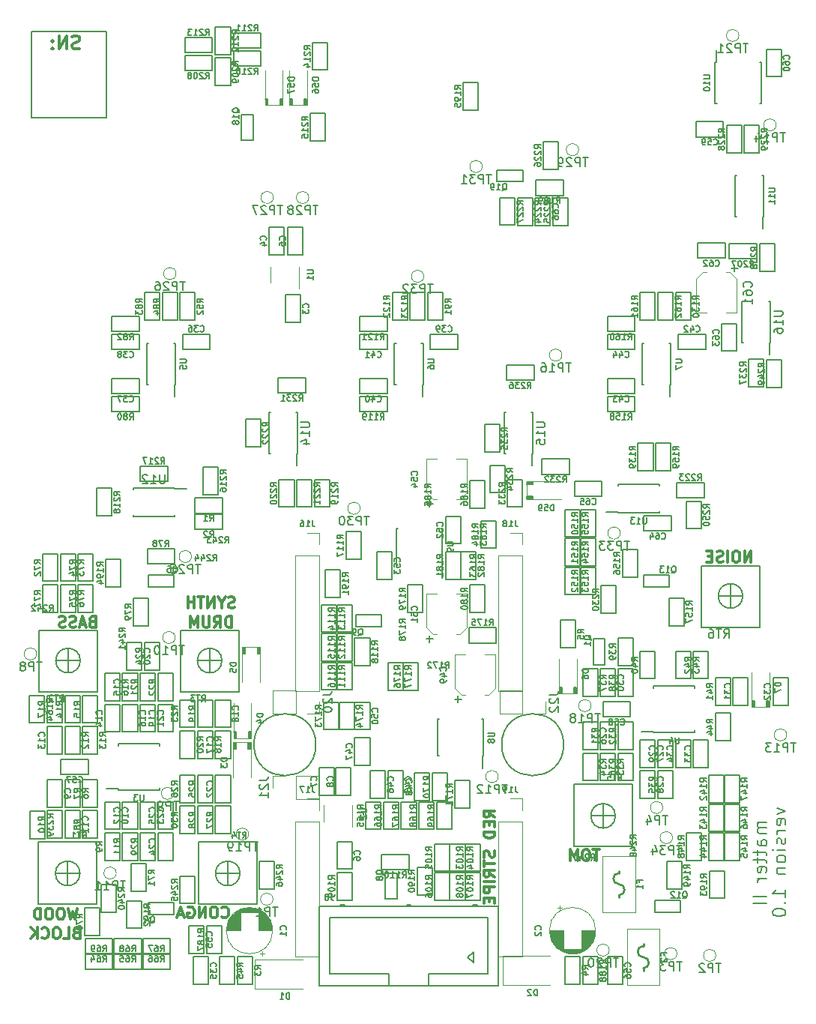
<source format=gbr>
G04 #@! TF.GenerationSoftware,KiCad,Pcbnew,(6.0.0-rc1-dev-1122-gbe0935b)*
G04 #@! TF.CreationDate,2018-11-02T12:34:23-07:00*
G04 #@! TF.ProjectId,50_matter2_comp,35305f6d-6174-4746-9572-325f636f6d70,rev?*
G04 #@! TF.SameCoordinates,Original*
G04 #@! TF.FileFunction,Legend,Bot*
G04 #@! TF.FilePolarity,Positive*
%FSLAX46Y46*%
G04 Gerber Fmt 4.6, Leading zero omitted, Abs format (unit mm)*
G04 Created by KiCad (PCBNEW (6.0.0-rc1-dev-1122-gbe0935b)) date Fri Nov  2 12:34:23 2018*
%MOMM*%
%LPD*%
G01*
G04 APERTURE LIST*
%ADD10C,0.150000*%
%ADD11C,0.312500*%
%ADD12C,0.200000*%
%ADD13C,0.300000*%
%ADD14C,0.120000*%
%ADD15C,0.100000*%
%ADD16C,0.250000*%
G04 APERTURE END LIST*
D10*
X190428571Y-135763571D02*
X189428571Y-135763571D01*
X189571428Y-135763571D02*
X189500000Y-135835000D01*
X189428571Y-135977857D01*
X189428571Y-136192142D01*
X189500000Y-136335000D01*
X189642857Y-136406428D01*
X190428571Y-136406428D01*
X189642857Y-136406428D02*
X189500000Y-136477857D01*
X189428571Y-136620714D01*
X189428571Y-136835000D01*
X189500000Y-136977857D01*
X189642857Y-137049285D01*
X190428571Y-137049285D01*
X190428571Y-138406428D02*
X189642857Y-138406428D01*
X189500000Y-138335000D01*
X189428571Y-138192142D01*
X189428571Y-137906428D01*
X189500000Y-137763571D01*
X190357142Y-138406428D02*
X190428571Y-138263571D01*
X190428571Y-137906428D01*
X190357142Y-137763571D01*
X190214285Y-137692142D01*
X190071428Y-137692142D01*
X189928571Y-137763571D01*
X189857142Y-137906428D01*
X189857142Y-138263571D01*
X189785714Y-138406428D01*
X189428571Y-138906428D02*
X189428571Y-139477857D01*
X188928571Y-139120714D02*
X190214285Y-139120714D01*
X190357142Y-139192142D01*
X190428571Y-139335000D01*
X190428571Y-139477857D01*
X189428571Y-139763571D02*
X189428571Y-140335000D01*
X188928571Y-139977857D02*
X190214285Y-139977857D01*
X190357142Y-140049285D01*
X190428571Y-140192142D01*
X190428571Y-140335000D01*
X190357142Y-141406428D02*
X190428571Y-141263571D01*
X190428571Y-140977857D01*
X190357142Y-140835000D01*
X190214285Y-140763571D01*
X189642857Y-140763571D01*
X189500000Y-140835000D01*
X189428571Y-140977857D01*
X189428571Y-141263571D01*
X189500000Y-141406428D01*
X189642857Y-141477857D01*
X189785714Y-141477857D01*
X189928571Y-140763571D01*
X190428571Y-142120714D02*
X189428571Y-142120714D01*
X189714285Y-142120714D02*
X189571428Y-142192142D01*
X189500000Y-142263571D01*
X189428571Y-142406428D01*
X189428571Y-142549285D01*
X190428571Y-144192142D02*
X188928571Y-144192142D01*
X190428571Y-144906428D02*
X188928571Y-144906428D01*
X191578571Y-134157142D02*
X192578571Y-134514285D01*
X191578571Y-134871428D01*
X192507142Y-136014285D02*
X192578571Y-135871428D01*
X192578571Y-135585714D01*
X192507142Y-135442857D01*
X192364285Y-135371428D01*
X191792857Y-135371428D01*
X191650000Y-135442857D01*
X191578571Y-135585714D01*
X191578571Y-135871428D01*
X191650000Y-136014285D01*
X191792857Y-136085714D01*
X191935714Y-136085714D01*
X192078571Y-135371428D01*
X192578571Y-136728571D02*
X191578571Y-136728571D01*
X191864285Y-136728571D02*
X191721428Y-136800000D01*
X191650000Y-136871428D01*
X191578571Y-137014285D01*
X191578571Y-137157142D01*
X192507142Y-137585714D02*
X192578571Y-137728571D01*
X192578571Y-138014285D01*
X192507142Y-138157142D01*
X192364285Y-138228571D01*
X192292857Y-138228571D01*
X192150000Y-138157142D01*
X192078571Y-138014285D01*
X192078571Y-137800000D01*
X192007142Y-137657142D01*
X191864285Y-137585714D01*
X191792857Y-137585714D01*
X191650000Y-137657142D01*
X191578571Y-137800000D01*
X191578571Y-138014285D01*
X191650000Y-138157142D01*
X192578571Y-138871428D02*
X191578571Y-138871428D01*
X191078571Y-138871428D02*
X191150000Y-138800000D01*
X191221428Y-138871428D01*
X191150000Y-138942857D01*
X191078571Y-138871428D01*
X191221428Y-138871428D01*
X192578571Y-139800000D02*
X192507142Y-139657142D01*
X192435714Y-139585714D01*
X192292857Y-139514285D01*
X191864285Y-139514285D01*
X191721428Y-139585714D01*
X191650000Y-139657142D01*
X191578571Y-139800000D01*
X191578571Y-140014285D01*
X191650000Y-140157142D01*
X191721428Y-140228571D01*
X191864285Y-140300000D01*
X192292857Y-140300000D01*
X192435714Y-140228571D01*
X192507142Y-140157142D01*
X192578571Y-140014285D01*
X192578571Y-139800000D01*
X191578571Y-140942857D02*
X192578571Y-140942857D01*
X191721428Y-140942857D02*
X191650000Y-141014285D01*
X191578571Y-141157142D01*
X191578571Y-141371428D01*
X191650000Y-141514285D01*
X191792857Y-141585714D01*
X192578571Y-141585714D01*
X192578571Y-144228571D02*
X192578571Y-143371428D01*
X192578571Y-143800000D02*
X191078571Y-143800000D01*
X191292857Y-143657142D01*
X191435714Y-143514285D01*
X191507142Y-143371428D01*
X192435714Y-144871428D02*
X192507142Y-144942857D01*
X192578571Y-144871428D01*
X192507142Y-144800000D01*
X192435714Y-144871428D01*
X192578571Y-144871428D01*
X191078571Y-145871428D02*
X191078571Y-146014285D01*
X191150000Y-146157142D01*
X191221428Y-146228571D01*
X191364285Y-146300000D01*
X191650000Y-146371428D01*
X192007142Y-146371428D01*
X192292857Y-146300000D01*
X192435714Y-146228571D01*
X192507142Y-146157142D01*
X192578571Y-146014285D01*
X192578571Y-145871428D01*
X192507142Y-145728571D01*
X192435714Y-145657142D01*
X192292857Y-145585714D01*
X192007142Y-145514285D01*
X191650000Y-145514285D01*
X191364285Y-145585714D01*
X191221428Y-145657142D01*
X191150000Y-145728571D01*
X191078571Y-145871428D01*
D11*
X188670238Y-106365476D02*
X188670238Y-105115476D01*
X187955952Y-106365476D01*
X187955952Y-105115476D01*
X187122619Y-105115476D02*
X186884523Y-105115476D01*
X186765476Y-105175000D01*
X186646428Y-105294047D01*
X186586904Y-105532142D01*
X186586904Y-105948809D01*
X186646428Y-106186904D01*
X186765476Y-106305952D01*
X186884523Y-106365476D01*
X187122619Y-106365476D01*
X187241666Y-106305952D01*
X187360714Y-106186904D01*
X187420238Y-105948809D01*
X187420238Y-105532142D01*
X187360714Y-105294047D01*
X187241666Y-105175000D01*
X187122619Y-105115476D01*
X186051190Y-106365476D02*
X186051190Y-105115476D01*
X185515476Y-106305952D02*
X185336904Y-106365476D01*
X185039285Y-106365476D01*
X184920238Y-106305952D01*
X184860714Y-106246428D01*
X184801190Y-106127380D01*
X184801190Y-106008333D01*
X184860714Y-105889285D01*
X184920238Y-105829761D01*
X185039285Y-105770238D01*
X185277380Y-105710714D01*
X185396428Y-105651190D01*
X185455952Y-105591666D01*
X185515476Y-105472619D01*
X185515476Y-105353571D01*
X185455952Y-105234523D01*
X185396428Y-105175000D01*
X185277380Y-105115476D01*
X184979761Y-105115476D01*
X184801190Y-105175000D01*
X184265476Y-105710714D02*
X183848809Y-105710714D01*
X183670238Y-106365476D02*
X184265476Y-106365476D01*
X184265476Y-105115476D01*
X183670238Y-105115476D01*
D12*
X115850000Y-46450000D02*
X107350000Y-46450000D01*
X115850000Y-56150000D02*
X115850000Y-46450000D01*
X107350000Y-56150000D02*
X115850000Y-56150000D01*
X107350000Y-46450000D02*
X107350000Y-56150000D01*
D13*
X112821428Y-48357142D02*
X112607142Y-48428571D01*
X112250000Y-48428571D01*
X112107142Y-48357142D01*
X112035714Y-48285714D01*
X111964285Y-48142857D01*
X111964285Y-48000000D01*
X112035714Y-47857142D01*
X112107142Y-47785714D01*
X112250000Y-47714285D01*
X112535714Y-47642857D01*
X112678571Y-47571428D01*
X112750000Y-47500000D01*
X112821428Y-47357142D01*
X112821428Y-47214285D01*
X112750000Y-47071428D01*
X112678571Y-47000000D01*
X112535714Y-46928571D01*
X112178571Y-46928571D01*
X111964285Y-47000000D01*
X111321428Y-48428571D02*
X111321428Y-46928571D01*
X110464285Y-48428571D01*
X110464285Y-46928571D01*
X109750000Y-48285714D02*
X109678571Y-48357142D01*
X109750000Y-48428571D01*
X109821428Y-48357142D01*
X109750000Y-48285714D01*
X109750000Y-48428571D01*
X109750000Y-47500000D02*
X109678571Y-47571428D01*
X109750000Y-47642857D01*
X109821428Y-47571428D01*
X109750000Y-47500000D01*
X109750000Y-47642857D01*
D11*
X171526190Y-138815476D02*
X170811904Y-138815476D01*
X171169047Y-140065476D02*
X171169047Y-138815476D01*
X170157142Y-138815476D02*
X169919047Y-138815476D01*
X169800000Y-138875000D01*
X169680952Y-138994047D01*
X169621428Y-139232142D01*
X169621428Y-139648809D01*
X169680952Y-139886904D01*
X169800000Y-140005952D01*
X169919047Y-140065476D01*
X170157142Y-140065476D01*
X170276190Y-140005952D01*
X170395238Y-139886904D01*
X170454761Y-139648809D01*
X170454761Y-139232142D01*
X170395238Y-138994047D01*
X170276190Y-138875000D01*
X170157142Y-138815476D01*
X169085714Y-140065476D02*
X169085714Y-138815476D01*
X168669047Y-139708333D01*
X168252380Y-138815476D01*
X168252380Y-140065476D01*
X130328571Y-111512202D02*
X130150000Y-111571726D01*
X129852380Y-111571726D01*
X129733333Y-111512202D01*
X129673809Y-111452678D01*
X129614285Y-111333630D01*
X129614285Y-111214583D01*
X129673809Y-111095535D01*
X129733333Y-111036011D01*
X129852380Y-110976488D01*
X130090476Y-110916964D01*
X130209523Y-110857440D01*
X130269047Y-110797916D01*
X130328571Y-110678869D01*
X130328571Y-110559821D01*
X130269047Y-110440773D01*
X130209523Y-110381250D01*
X130090476Y-110321726D01*
X129792857Y-110321726D01*
X129614285Y-110381250D01*
X128840476Y-110976488D02*
X128840476Y-111571726D01*
X129257142Y-110321726D02*
X128840476Y-110976488D01*
X128423809Y-110321726D01*
X128007142Y-111571726D02*
X128007142Y-110321726D01*
X127292857Y-111571726D01*
X127292857Y-110321726D01*
X126876190Y-110321726D02*
X126161904Y-110321726D01*
X126519047Y-111571726D02*
X126519047Y-110321726D01*
X125745238Y-111571726D02*
X125745238Y-110321726D01*
X125745238Y-110916964D02*
X125030952Y-110916964D01*
X125030952Y-111571726D02*
X125030952Y-110321726D01*
X129971428Y-113759226D02*
X129971428Y-112509226D01*
X129673809Y-112509226D01*
X129495238Y-112568750D01*
X129376190Y-112687797D01*
X129316666Y-112806845D01*
X129257142Y-113044940D01*
X129257142Y-113223511D01*
X129316666Y-113461607D01*
X129376190Y-113580654D01*
X129495238Y-113699702D01*
X129673809Y-113759226D01*
X129971428Y-113759226D01*
X128007142Y-113759226D02*
X128423809Y-113163988D01*
X128721428Y-113759226D02*
X128721428Y-112509226D01*
X128245238Y-112509226D01*
X128126190Y-112568750D01*
X128066666Y-112628273D01*
X128007142Y-112747321D01*
X128007142Y-112925892D01*
X128066666Y-113044940D01*
X128126190Y-113104464D01*
X128245238Y-113163988D01*
X128721428Y-113163988D01*
X127471428Y-112509226D02*
X127471428Y-113521130D01*
X127411904Y-113640178D01*
X127352380Y-113699702D01*
X127233333Y-113759226D01*
X126995238Y-113759226D01*
X126876190Y-113699702D01*
X126816666Y-113640178D01*
X126757142Y-113521130D01*
X126757142Y-112509226D01*
X126161904Y-113759226D02*
X126161904Y-112509226D01*
X125745238Y-113402083D01*
X125328571Y-112509226D01*
X125328571Y-113759226D01*
X114236904Y-113110714D02*
X114058333Y-113170238D01*
X113998809Y-113229761D01*
X113939285Y-113348809D01*
X113939285Y-113527380D01*
X113998809Y-113646428D01*
X114058333Y-113705952D01*
X114177380Y-113765476D01*
X114653571Y-113765476D01*
X114653571Y-112515476D01*
X114236904Y-112515476D01*
X114117857Y-112575000D01*
X114058333Y-112634523D01*
X113998809Y-112753571D01*
X113998809Y-112872619D01*
X114058333Y-112991666D01*
X114117857Y-113051190D01*
X114236904Y-113110714D01*
X114653571Y-113110714D01*
X113463095Y-113408333D02*
X112867857Y-113408333D01*
X113582142Y-113765476D02*
X113165476Y-112515476D01*
X112748809Y-113765476D01*
X112391666Y-113705952D02*
X112213095Y-113765476D01*
X111915476Y-113765476D01*
X111796428Y-113705952D01*
X111736904Y-113646428D01*
X111677380Y-113527380D01*
X111677380Y-113408333D01*
X111736904Y-113289285D01*
X111796428Y-113229761D01*
X111915476Y-113170238D01*
X112153571Y-113110714D01*
X112272619Y-113051190D01*
X112332142Y-112991666D01*
X112391666Y-112872619D01*
X112391666Y-112753571D01*
X112332142Y-112634523D01*
X112272619Y-112575000D01*
X112153571Y-112515476D01*
X111855952Y-112515476D01*
X111677380Y-112575000D01*
X111201190Y-113705952D02*
X111022619Y-113765476D01*
X110725000Y-113765476D01*
X110605952Y-113705952D01*
X110546428Y-113646428D01*
X110486904Y-113527380D01*
X110486904Y-113408333D01*
X110546428Y-113289285D01*
X110605952Y-113229761D01*
X110725000Y-113170238D01*
X110963095Y-113110714D01*
X111082142Y-113051190D01*
X111141666Y-112991666D01*
X111201190Y-112872619D01*
X111201190Y-112753571D01*
X111141666Y-112634523D01*
X111082142Y-112575000D01*
X110963095Y-112515476D01*
X110665476Y-112515476D01*
X110486904Y-112575000D01*
X112570238Y-145471726D02*
X112272619Y-146721726D01*
X112034523Y-145828869D01*
X111796428Y-146721726D01*
X111498809Y-145471726D01*
X110784523Y-145471726D02*
X110546428Y-145471726D01*
X110427380Y-145531250D01*
X110308333Y-145650297D01*
X110248809Y-145888392D01*
X110248809Y-146305059D01*
X110308333Y-146543154D01*
X110427380Y-146662202D01*
X110546428Y-146721726D01*
X110784523Y-146721726D01*
X110903571Y-146662202D01*
X111022619Y-146543154D01*
X111082142Y-146305059D01*
X111082142Y-145888392D01*
X111022619Y-145650297D01*
X110903571Y-145531250D01*
X110784523Y-145471726D01*
X109475000Y-145471726D02*
X109236904Y-145471726D01*
X109117857Y-145531250D01*
X108998809Y-145650297D01*
X108939285Y-145888392D01*
X108939285Y-146305059D01*
X108998809Y-146543154D01*
X109117857Y-146662202D01*
X109236904Y-146721726D01*
X109475000Y-146721726D01*
X109594047Y-146662202D01*
X109713095Y-146543154D01*
X109772619Y-146305059D01*
X109772619Y-145888392D01*
X109713095Y-145650297D01*
X109594047Y-145531250D01*
X109475000Y-145471726D01*
X108403571Y-146721726D02*
X108403571Y-145471726D01*
X108105952Y-145471726D01*
X107927380Y-145531250D01*
X107808333Y-145650297D01*
X107748809Y-145769345D01*
X107689285Y-146007440D01*
X107689285Y-146186011D01*
X107748809Y-146424107D01*
X107808333Y-146543154D01*
X107927380Y-146662202D01*
X108105952Y-146721726D01*
X108403571Y-146721726D01*
X112421428Y-148254464D02*
X112242857Y-148313988D01*
X112183333Y-148373511D01*
X112123809Y-148492559D01*
X112123809Y-148671130D01*
X112183333Y-148790178D01*
X112242857Y-148849702D01*
X112361904Y-148909226D01*
X112838095Y-148909226D01*
X112838095Y-147659226D01*
X112421428Y-147659226D01*
X112302380Y-147718750D01*
X112242857Y-147778273D01*
X112183333Y-147897321D01*
X112183333Y-148016369D01*
X112242857Y-148135416D01*
X112302380Y-148194940D01*
X112421428Y-148254464D01*
X112838095Y-148254464D01*
X110992857Y-148909226D02*
X111588095Y-148909226D01*
X111588095Y-147659226D01*
X110338095Y-147659226D02*
X110100000Y-147659226D01*
X109980952Y-147718750D01*
X109861904Y-147837797D01*
X109802380Y-148075892D01*
X109802380Y-148492559D01*
X109861904Y-148730654D01*
X109980952Y-148849702D01*
X110100000Y-148909226D01*
X110338095Y-148909226D01*
X110457142Y-148849702D01*
X110576190Y-148730654D01*
X110635714Y-148492559D01*
X110635714Y-148075892D01*
X110576190Y-147837797D01*
X110457142Y-147718750D01*
X110338095Y-147659226D01*
X108552380Y-148790178D02*
X108611904Y-148849702D01*
X108790476Y-148909226D01*
X108909523Y-148909226D01*
X109088095Y-148849702D01*
X109207142Y-148730654D01*
X109266666Y-148611607D01*
X109326190Y-148373511D01*
X109326190Y-148194940D01*
X109266666Y-147956845D01*
X109207142Y-147837797D01*
X109088095Y-147718750D01*
X108909523Y-147659226D01*
X108790476Y-147659226D01*
X108611904Y-147718750D01*
X108552380Y-147778273D01*
X108016666Y-148909226D02*
X108016666Y-147659226D01*
X107302380Y-148909226D02*
X107838095Y-148194940D01*
X107302380Y-147659226D02*
X108016666Y-148373511D01*
X128883333Y-146446428D02*
X128942857Y-146505952D01*
X129121428Y-146565476D01*
X129240476Y-146565476D01*
X129419047Y-146505952D01*
X129538095Y-146386904D01*
X129597619Y-146267857D01*
X129657142Y-146029761D01*
X129657142Y-145851190D01*
X129597619Y-145613095D01*
X129538095Y-145494047D01*
X129419047Y-145375000D01*
X129240476Y-145315476D01*
X129121428Y-145315476D01*
X128942857Y-145375000D01*
X128883333Y-145434523D01*
X128109523Y-145315476D02*
X127871428Y-145315476D01*
X127752380Y-145375000D01*
X127633333Y-145494047D01*
X127573809Y-145732142D01*
X127573809Y-146148809D01*
X127633333Y-146386904D01*
X127752380Y-146505952D01*
X127871428Y-146565476D01*
X128109523Y-146565476D01*
X128228571Y-146505952D01*
X128347619Y-146386904D01*
X128407142Y-146148809D01*
X128407142Y-145732142D01*
X128347619Y-145494047D01*
X128228571Y-145375000D01*
X128109523Y-145315476D01*
X127038095Y-146565476D02*
X127038095Y-145315476D01*
X126323809Y-146565476D01*
X126323809Y-145315476D01*
X125073809Y-145375000D02*
X125192857Y-145315476D01*
X125371428Y-145315476D01*
X125550000Y-145375000D01*
X125669047Y-145494047D01*
X125728571Y-145613095D01*
X125788095Y-145851190D01*
X125788095Y-146029761D01*
X125728571Y-146267857D01*
X125669047Y-146386904D01*
X125550000Y-146505952D01*
X125371428Y-146565476D01*
X125252380Y-146565476D01*
X125073809Y-146505952D01*
X125014285Y-146446428D01*
X125014285Y-146029761D01*
X125252380Y-146029761D01*
X124538095Y-146208333D02*
X123942857Y-146208333D01*
X124657142Y-146565476D02*
X124240476Y-145315476D01*
X123823809Y-146565476D01*
X159715476Y-135185714D02*
X159120238Y-134769047D01*
X159715476Y-134471428D02*
X158465476Y-134471428D01*
X158465476Y-134947619D01*
X158525000Y-135066666D01*
X158584523Y-135126190D01*
X158703571Y-135185714D01*
X158882142Y-135185714D01*
X159001190Y-135126190D01*
X159060714Y-135066666D01*
X159120238Y-134947619D01*
X159120238Y-134471428D01*
X159060714Y-135721428D02*
X159060714Y-136138095D01*
X159715476Y-136316666D02*
X159715476Y-135721428D01*
X158465476Y-135721428D01*
X158465476Y-136316666D01*
X159715476Y-136852380D02*
X158465476Y-136852380D01*
X158465476Y-137150000D01*
X158525000Y-137328571D01*
X158644047Y-137447619D01*
X158763095Y-137507142D01*
X159001190Y-137566666D01*
X159179761Y-137566666D01*
X159417857Y-137507142D01*
X159536904Y-137447619D01*
X159655952Y-137328571D01*
X159715476Y-137150000D01*
X159715476Y-136852380D01*
X159655952Y-138995238D02*
X159715476Y-139173809D01*
X159715476Y-139471428D01*
X159655952Y-139590476D01*
X159596428Y-139650000D01*
X159477380Y-139709523D01*
X159358333Y-139709523D01*
X159239285Y-139650000D01*
X159179761Y-139590476D01*
X159120238Y-139471428D01*
X159060714Y-139233333D01*
X159001190Y-139114285D01*
X158941666Y-139054761D01*
X158822619Y-138995238D01*
X158703571Y-138995238D01*
X158584523Y-139054761D01*
X158525000Y-139114285D01*
X158465476Y-139233333D01*
X158465476Y-139530952D01*
X158525000Y-139709523D01*
X158465476Y-140066666D02*
X158465476Y-140780952D01*
X159715476Y-140423809D02*
X158465476Y-140423809D01*
X159715476Y-141911904D02*
X159120238Y-141495238D01*
X159715476Y-141197619D02*
X158465476Y-141197619D01*
X158465476Y-141673809D01*
X158525000Y-141792857D01*
X158584523Y-141852380D01*
X158703571Y-141911904D01*
X158882142Y-141911904D01*
X159001190Y-141852380D01*
X159060714Y-141792857D01*
X159120238Y-141673809D01*
X159120238Y-141197619D01*
X159715476Y-142447619D02*
X158465476Y-142447619D01*
X159715476Y-143042857D02*
X158465476Y-143042857D01*
X158465476Y-143519047D01*
X158525000Y-143638095D01*
X158584523Y-143697619D01*
X158703571Y-143757142D01*
X158882142Y-143757142D01*
X159001190Y-143697619D01*
X159060714Y-143638095D01*
X159120238Y-143519047D01*
X159120238Y-143042857D01*
X159060714Y-144292857D02*
X159060714Y-144709523D01*
X159715476Y-144888095D02*
X159715476Y-144292857D01*
X158465476Y-144292857D01*
X158465476Y-144888095D01*
D10*
G04 #@! TO.C,U9*
X153775000Y-106730000D02*
X153725000Y-106730000D01*
X153775000Y-102580000D02*
X153630000Y-102580000D01*
X148625000Y-102580000D02*
X148770000Y-102580000D01*
X148625000Y-106730000D02*
X148770000Y-106730000D01*
X153775000Y-106730000D02*
X153775000Y-102580000D01*
X148625000Y-106730000D02*
X148625000Y-102580000D01*
X153725000Y-106730000D02*
X153725000Y-108130000D01*
G04 #@! TO.C,U8*
X158425000Y-128275000D02*
X158375000Y-128275000D01*
X158425000Y-124125000D02*
X158280000Y-124125000D01*
X153275000Y-124125000D02*
X153420000Y-124125000D01*
X153275000Y-128275000D02*
X153420000Y-128275000D01*
X158425000Y-128275000D02*
X158425000Y-124125000D01*
X153275000Y-128275000D02*
X153275000Y-124125000D01*
X158375000Y-128275000D02*
X158375000Y-129675000D01*
G04 #@! TO.C,U5*
X123625000Y-86325000D02*
X123525000Y-86325000D01*
X123625000Y-81675000D02*
X123425000Y-81675000D01*
X120375000Y-81675000D02*
X120575000Y-81675000D01*
X120375000Y-86325000D02*
X120575000Y-86325000D01*
X123625000Y-86325000D02*
X123625000Y-81675000D01*
X120375000Y-86325000D02*
X120375000Y-81675000D01*
X123525000Y-86325000D02*
X123525000Y-87675000D01*
G04 #@! TO.C,C3*
X137800000Y-79300000D02*
X136100000Y-79300000D01*
X137800000Y-76200000D02*
X137800000Y-79300000D01*
X136100000Y-76200000D02*
X137800000Y-76200000D01*
X136100000Y-79300000D02*
X136100000Y-76200000D01*
G04 #@! TO.C,C4*
X134200000Y-68550000D02*
X135900000Y-68550000D01*
X134200000Y-71650000D02*
X134200000Y-68550000D01*
X135900000Y-71650000D02*
X134200000Y-71650000D01*
X135900000Y-68550000D02*
X135900000Y-71650000D01*
G04 #@! TO.C,C5*
X136350000Y-68550000D02*
X138050000Y-68550000D01*
X136350000Y-71650000D02*
X136350000Y-68550000D01*
X138050000Y-71650000D02*
X136350000Y-71650000D01*
X138050000Y-68550000D02*
X138050000Y-71650000D01*
G04 #@! TO.C,C6*
X143600000Y-141050000D02*
X141900000Y-141050000D01*
X143600000Y-137950000D02*
X143600000Y-141050000D01*
X141900000Y-137950000D02*
X143600000Y-137950000D01*
X141900000Y-141050000D02*
X141900000Y-137950000D01*
G04 #@! TO.C,C7*
X139900000Y-129600000D02*
X141600000Y-129600000D01*
X139900000Y-132700000D02*
X139900000Y-129600000D01*
X141600000Y-132700000D02*
X139900000Y-132700000D01*
X141600000Y-129600000D02*
X141600000Y-132700000D01*
G04 #@! TO.C,C8*
X141750000Y-129600000D02*
X143450000Y-129600000D01*
X141750000Y-132700000D02*
X141750000Y-129600000D01*
X143450000Y-132700000D02*
X141750000Y-132700000D01*
X143450000Y-129600000D02*
X143450000Y-132700000D01*
G04 #@! TO.C,C9*
X110850000Y-134050000D02*
X109150000Y-134050000D01*
X110850000Y-130950000D02*
X110850000Y-134050000D01*
X109150000Y-130950000D02*
X110850000Y-130950000D01*
X109150000Y-134050000D02*
X109150000Y-130950000D01*
G04 #@! TO.C,C10*
X117350000Y-136550000D02*
X115650000Y-136550000D01*
X117350000Y-133450000D02*
X117350000Y-136550000D01*
X115650000Y-133450000D02*
X117350000Y-133450000D01*
X115650000Y-136550000D02*
X115650000Y-133450000D01*
G04 #@! TO.C,C11*
X112850000Y-137550000D02*
X111150000Y-137550000D01*
X112850000Y-134450000D02*
X112850000Y-137550000D01*
X111150000Y-134450000D02*
X112850000Y-134450000D01*
X111150000Y-137550000D02*
X111150000Y-134450000D01*
G04 #@! TO.C,C12*
X117650000Y-133450000D02*
X119350000Y-133450000D01*
X117650000Y-136550000D02*
X117650000Y-133450000D01*
X119350000Y-136550000D02*
X117650000Y-136550000D01*
X119350000Y-133450000D02*
X119350000Y-136550000D01*
G04 #@! TO.C,C13*
X109150000Y-124950000D02*
X110850000Y-124950000D01*
X109150000Y-128050000D02*
X109150000Y-124950000D01*
X110850000Y-128050000D02*
X109150000Y-128050000D01*
X110850000Y-124950000D02*
X110850000Y-128050000D01*
G04 #@! TO.C,C14*
X115650000Y-122450000D02*
X117350000Y-122450000D01*
X115650000Y-125550000D02*
X115650000Y-122450000D01*
X117350000Y-125550000D02*
X115650000Y-125550000D01*
X117350000Y-122450000D02*
X117350000Y-125550000D01*
G04 #@! TO.C,C15*
X117650000Y-118950000D02*
X119350000Y-118950000D01*
X117650000Y-122050000D02*
X117650000Y-118950000D01*
X119350000Y-122050000D02*
X117650000Y-122050000D01*
X119350000Y-118950000D02*
X119350000Y-122050000D01*
G04 #@! TO.C,C16*
X119350000Y-125550000D02*
X117650000Y-125550000D01*
X119350000Y-122450000D02*
X119350000Y-125550000D01*
X117650000Y-122450000D02*
X119350000Y-122450000D01*
X117650000Y-125550000D02*
X117650000Y-122450000D01*
G04 #@! TO.C,C17*
X128150000Y-125450000D02*
X129850000Y-125450000D01*
X128150000Y-128550000D02*
X128150000Y-125450000D01*
X129850000Y-128550000D02*
X128150000Y-128550000D01*
X129850000Y-125450000D02*
X129850000Y-128550000D01*
G04 #@! TO.C,C20*
X119850000Y-118550000D02*
X118150000Y-118550000D01*
X119850000Y-115450000D02*
X119850000Y-118550000D01*
X118150000Y-115450000D02*
X119850000Y-115450000D01*
X118150000Y-118550000D02*
X118150000Y-115450000D01*
G04 #@! TO.C,C21*
X121350000Y-125550000D02*
X119650000Y-125550000D01*
X121350000Y-122450000D02*
X121350000Y-125550000D01*
X119650000Y-122450000D02*
X121350000Y-122450000D01*
X119650000Y-125550000D02*
X119650000Y-122450000D01*
G04 #@! TO.C,C27*
X177850000Y-129550000D02*
X176150000Y-129550000D01*
X177850000Y-126450000D02*
X177850000Y-129550000D01*
X176150000Y-126450000D02*
X177850000Y-126450000D01*
X176150000Y-129550000D02*
X176150000Y-126450000D01*
G04 #@! TO.C,C28*
X177850000Y-133050000D02*
X176150000Y-133050000D01*
X177850000Y-129950000D02*
X177850000Y-133050000D01*
X176150000Y-129950000D02*
X177850000Y-129950000D01*
X176150000Y-133050000D02*
X176150000Y-129950000D01*
G04 #@! TO.C,C29*
X178150000Y-126450000D02*
X179850000Y-126450000D01*
X178150000Y-129550000D02*
X178150000Y-126450000D01*
X179850000Y-129550000D02*
X178150000Y-129550000D01*
X179850000Y-126450000D02*
X179850000Y-129550000D01*
G04 #@! TO.C,C30*
X173350000Y-121550000D02*
X171650000Y-121550000D01*
X173350000Y-118450000D02*
X173350000Y-121550000D01*
X171650000Y-118450000D02*
X173350000Y-118450000D01*
X171650000Y-121550000D02*
X171650000Y-118450000D01*
G04 #@! TO.C,C31*
X186650000Y-119450000D02*
X188350000Y-119450000D01*
X186650000Y-122550000D02*
X186650000Y-119450000D01*
X188350000Y-122550000D02*
X186650000Y-122550000D01*
X188350000Y-119450000D02*
X188350000Y-122550000D01*
G04 #@! TO.C,C32*
X191150000Y-119450000D02*
X192850000Y-119450000D01*
X191150000Y-122550000D02*
X191150000Y-119450000D01*
X192850000Y-122550000D02*
X191150000Y-122550000D01*
X192850000Y-119450000D02*
X192850000Y-122550000D01*
G04 #@! TO.C,Q1*
X170850000Y-115050000D02*
X170850000Y-117950000D01*
X172150000Y-115050000D02*
X170850000Y-115050000D01*
X172150000Y-117950000D02*
X172150000Y-115050000D01*
X172150000Y-117950000D02*
X170850000Y-117950000D01*
G04 #@! TO.C,R3*
X130650000Y-154050000D02*
X130650000Y-150949900D01*
X132350000Y-154050000D02*
X130650000Y-154050000D01*
X132350000Y-150950000D02*
X132350000Y-154050000D01*
X130650000Y-150950000D02*
X132350000Y-150950000D01*
G04 #@! TO.C,R4*
X167650000Y-154050000D02*
X167650000Y-150949900D01*
X169350000Y-154050000D02*
X167650000Y-154050000D01*
X169350000Y-150950000D02*
X169350000Y-154050000D01*
X167650000Y-150950000D02*
X169350000Y-150950000D01*
G04 #@! TO.C,R5*
X167150000Y-116050000D02*
X167150000Y-112949900D01*
X168850000Y-116050000D02*
X167150000Y-116050000D01*
X168850000Y-112950000D02*
X168850000Y-116050000D01*
X167150000Y-112950000D02*
X168850000Y-112950000D01*
G04 #@! TO.C,R6*
X111150000Y-134050000D02*
X111150000Y-130949900D01*
X112850000Y-134050000D02*
X111150000Y-134050000D01*
X112850000Y-130950000D02*
X112850000Y-134050000D01*
X111150000Y-130950000D02*
X112850000Y-130950000D01*
G04 #@! TO.C,R7*
X114850000Y-130950000D02*
X114850000Y-134050100D01*
X113150000Y-130950000D02*
X114850000Y-130950000D01*
X113150000Y-134050000D02*
X113150000Y-130950000D01*
X114850000Y-134050000D02*
X113150000Y-134050000D01*
G04 #@! TO.C,R8*
X114850000Y-134450000D02*
X114850000Y-137550100D01*
X113150000Y-134450000D02*
X114850000Y-134450000D01*
X113150000Y-137550000D02*
X113150000Y-134450000D01*
X114850000Y-137550000D02*
X113150000Y-137550000D01*
G04 #@! TO.C,R9*
X117350000Y-136950000D02*
X117350000Y-140050100D01*
X115650000Y-136950000D02*
X117350000Y-136950000D01*
X115650000Y-140050000D02*
X115650000Y-136950000D01*
X117350000Y-140050000D02*
X115650000Y-140050000D01*
G04 #@! TO.C,R10*
X110850000Y-134450000D02*
X110850000Y-137550100D01*
X109150000Y-134450000D02*
X110850000Y-134450000D01*
X109150000Y-137550000D02*
X109150000Y-134450000D01*
X110850000Y-137550000D02*
X109150000Y-137550000D01*
G04 #@! TO.C,R11*
X119350000Y-136950000D02*
X119350000Y-140050100D01*
X117650000Y-136950000D02*
X119350000Y-136950000D01*
X117650000Y-140050000D02*
X117650000Y-136950000D01*
X119350000Y-140050000D02*
X117650000Y-140050000D01*
G04 #@! TO.C,R12*
X111150000Y-128050000D02*
X111150000Y-124949900D01*
X112850000Y-128050000D02*
X111150000Y-128050000D01*
X112850000Y-124950000D02*
X112850000Y-128050000D01*
X111150000Y-124950000D02*
X112850000Y-124950000D01*
G04 #@! TO.C,R13*
X113150000Y-128050000D02*
X113150000Y-124949900D01*
X114850000Y-128050000D02*
X113150000Y-128050000D01*
X114850000Y-124950000D02*
X114850000Y-128050000D01*
X113150000Y-124950000D02*
X114850000Y-124950000D01*
G04 #@! TO.C,R14*
X112850000Y-121450000D02*
X112850000Y-124550100D01*
X111150000Y-121450000D02*
X112850000Y-121450000D01*
X111150000Y-124550000D02*
X111150000Y-121450000D01*
X112850000Y-124550000D02*
X111150000Y-124550000D01*
G04 #@! TO.C,R15*
X114850000Y-121450000D02*
X114850000Y-124550100D01*
X113150000Y-121450000D02*
X114850000Y-121450000D01*
X113150000Y-124550000D02*
X113150000Y-121450000D01*
X114850000Y-124550000D02*
X113150000Y-124550000D01*
G04 #@! TO.C,R16*
X115650000Y-122050000D02*
X115650000Y-118949900D01*
X117350000Y-122050000D02*
X115650000Y-122050000D01*
X117350000Y-118950000D02*
X117350000Y-122050000D01*
X115650000Y-118950000D02*
X117350000Y-118950000D01*
G04 #@! TO.C,R17*
X110850000Y-121450000D02*
X110850000Y-124550100D01*
X109150000Y-121450000D02*
X110850000Y-121450000D01*
X109150000Y-124550000D02*
X109150000Y-121450000D01*
X110850000Y-124550000D02*
X109150000Y-124550000D01*
G04 #@! TO.C,R18*
X126150000Y-128550000D02*
X126150000Y-125449900D01*
X127850000Y-128550000D02*
X126150000Y-128550000D01*
X127850000Y-125450000D02*
X127850000Y-128550000D01*
X126150000Y-125450000D02*
X127850000Y-125450000D01*
G04 #@! TO.C,R19*
X127850000Y-121950000D02*
X127850000Y-125050100D01*
X126150000Y-121950000D02*
X127850000Y-121950000D01*
X126150000Y-125050000D02*
X126150000Y-121950000D01*
X127850000Y-125050000D02*
X126150000Y-125050000D01*
G04 #@! TO.C,R20*
X124150000Y-128550000D02*
X124150000Y-125449900D01*
X125850000Y-128550000D02*
X124150000Y-128550000D01*
X125850000Y-125450000D02*
X125850000Y-128550000D01*
X124150000Y-125450000D02*
X125850000Y-125450000D01*
G04 #@! TO.C,R21*
X121350000Y-118950000D02*
X121350000Y-122050100D01*
X119650000Y-118950000D02*
X121350000Y-118950000D01*
X119650000Y-122050000D02*
X119650000Y-118950000D01*
X121350000Y-122050000D02*
X119650000Y-122050000D01*
G04 #@! TO.C,R22*
X123350000Y-118950000D02*
X123350000Y-122050100D01*
X121650000Y-118950000D02*
X123350000Y-118950000D01*
X121650000Y-122050000D02*
X121650000Y-118950000D01*
X123350000Y-122050000D02*
X121650000Y-122050000D01*
G04 #@! TO.C,R23*
X125850000Y-121950000D02*
X125850000Y-125050100D01*
X124150000Y-121950000D02*
X125850000Y-121950000D01*
X124150000Y-125050000D02*
X124150000Y-121950000D01*
X125850000Y-125050000D02*
X124150000Y-125050000D01*
G04 #@! TO.C,R24*
X121850000Y-115450000D02*
X121850000Y-118550100D01*
X120150000Y-115450000D02*
X121850000Y-115450000D01*
X120150000Y-118550000D02*
X120150000Y-115450000D01*
X121850000Y-118550000D02*
X120150000Y-118550000D01*
G04 #@! TO.C,R25*
X127850000Y-130450000D02*
X127850000Y-133550100D01*
X126150000Y-130450000D02*
X127850000Y-130450000D01*
X126150000Y-133550000D02*
X126150000Y-130450000D01*
X127850000Y-133550000D02*
X126150000Y-133550000D01*
G04 #@! TO.C,R26*
X125850000Y-130450000D02*
X125850000Y-133550100D01*
X124150000Y-130450000D02*
X125850000Y-130450000D01*
X124150000Y-133550000D02*
X124150000Y-130450000D01*
X125850000Y-133550000D02*
X124150000Y-133550000D01*
G04 #@! TO.C,R27*
X129850000Y-133950000D02*
X129850000Y-137050100D01*
X128150000Y-133950000D02*
X129850000Y-133950000D01*
X128150000Y-137050000D02*
X128150000Y-133950000D01*
X129850000Y-137050000D02*
X128150000Y-137050000D01*
G04 #@! TO.C,R28*
X127850000Y-133950000D02*
X127850000Y-137050100D01*
X126150000Y-133950000D02*
X127850000Y-133950000D01*
X126150000Y-137050000D02*
X126150000Y-133950000D01*
X127850000Y-137050000D02*
X126150000Y-137050000D01*
G04 #@! TO.C,R29*
X121350000Y-136950000D02*
X121350000Y-140050100D01*
X119650000Y-136950000D02*
X121350000Y-136950000D01*
X119650000Y-140050000D02*
X119650000Y-136950000D01*
X121350000Y-140050000D02*
X119650000Y-140050000D01*
G04 #@! TO.C,R30*
X125850000Y-133950000D02*
X125850000Y-137050100D01*
X124150000Y-133950000D02*
X125850000Y-133950000D01*
X124150000Y-137050000D02*
X124150000Y-133950000D01*
X125850000Y-137050000D02*
X124150000Y-137050000D01*
G04 #@! TO.C,R31*
X173350000Y-124450000D02*
X173350000Y-127550100D01*
X171650000Y-124450000D02*
X173350000Y-124450000D01*
X171650000Y-127550000D02*
X171650000Y-124450000D01*
X173350000Y-127550000D02*
X171650000Y-127550000D01*
G04 #@! TO.C,R32*
X175350000Y-124450000D02*
X175350000Y-127550100D01*
X173650000Y-124450000D02*
X175350000Y-124450000D01*
X173650000Y-127550000D02*
X173650000Y-124450000D01*
X175350000Y-127550000D02*
X173650000Y-127550000D01*
G04 #@! TO.C,R33*
X171650000Y-131050000D02*
X171650000Y-127949900D01*
X173350000Y-131050000D02*
X171650000Y-131050000D01*
X173350000Y-127950000D02*
X173350000Y-131050000D01*
X171650000Y-127950000D02*
X173350000Y-127950000D01*
G04 #@! TO.C,R34*
X169650000Y-131050000D02*
X169650000Y-127949900D01*
X171350000Y-131050000D02*
X169650000Y-131050000D01*
X171350000Y-127950000D02*
X171350000Y-131050000D01*
X169650000Y-127950000D02*
X171350000Y-127950000D01*
G04 #@! TO.C,R35*
X179850000Y-129950000D02*
X179850000Y-133050100D01*
X178150000Y-129950000D02*
X179850000Y-129950000D01*
X178150000Y-133050000D02*
X178150000Y-129950000D01*
X179850000Y-133050000D02*
X178150000Y-133050000D01*
G04 #@! TO.C,R36*
X175350000Y-127950000D02*
X175350000Y-131050100D01*
X173650000Y-127950000D02*
X175350000Y-127950000D01*
X173650000Y-131050000D02*
X173650000Y-127950000D01*
X175350000Y-131050000D02*
X173650000Y-131050000D01*
G04 #@! TO.C,R37*
X169650000Y-121550000D02*
X169650000Y-118449900D01*
X171350000Y-121550000D02*
X169650000Y-121550000D01*
X171350000Y-118450000D02*
X171350000Y-121550000D01*
X169650000Y-118450000D02*
X171350000Y-118450000D01*
G04 #@! TO.C,R43*
X180150000Y-119550000D02*
X180150000Y-116449900D01*
X181850000Y-119550000D02*
X180150000Y-119550000D01*
X181850000Y-116450000D02*
X181850000Y-119550000D01*
X180150000Y-116450000D02*
X181850000Y-116450000D01*
G04 #@! TO.C,R44*
X186350000Y-123450000D02*
X186350000Y-126550100D01*
X184650000Y-123450000D02*
X186350000Y-123450000D01*
X184650000Y-126550000D02*
X184650000Y-123450000D01*
X186350000Y-126550000D02*
X184650000Y-126550000D01*
G04 #@! TO.C,R45*
X128650000Y-154050000D02*
X128650000Y-150949900D01*
X130350000Y-154050000D02*
X128650000Y-154050000D01*
X130350000Y-150950000D02*
X130350000Y-154050000D01*
X128650000Y-150950000D02*
X130350000Y-150950000D01*
G04 #@! TO.C,R52*
X124150000Y-79050000D02*
X124150000Y-75949900D01*
X125850000Y-79050000D02*
X124150000Y-79050000D01*
X125850000Y-75950000D02*
X125850000Y-79050000D01*
X124150000Y-75950000D02*
X125850000Y-75950000D01*
G04 #@! TO.C,Q4*
X120550000Y-146150000D02*
X123450000Y-146150000D01*
X120550000Y-144850000D02*
X120550000Y-146150000D01*
X123450000Y-144850000D02*
X120550000Y-144850000D01*
X123450000Y-144850000D02*
X123450000Y-146150000D01*
G04 #@! TO.C,Q5*
X123450000Y-107850000D02*
X120550000Y-107850000D01*
X123450000Y-109150000D02*
X123450000Y-107850000D01*
X120550000Y-109150000D02*
X123450000Y-109150000D01*
X120550000Y-109150000D02*
X120550000Y-107850000D01*
G04 #@! TO.C,R64*
X113450000Y-148900000D02*
X116550100Y-148900000D01*
X113450000Y-150600000D02*
X113450000Y-148900000D01*
X116550000Y-150600000D02*
X113450000Y-150600000D01*
X116550000Y-148900000D02*
X116550000Y-150600000D01*
G04 #@! TO.C,R65*
X116700000Y-148900000D02*
X119800100Y-148900000D01*
X116700000Y-150600000D02*
X116700000Y-148900000D01*
X119800000Y-150600000D02*
X116700000Y-150600000D01*
X119800000Y-148900000D02*
X119800000Y-150600000D01*
G04 #@! TO.C,R66*
X119950000Y-148900000D02*
X123050100Y-148900000D01*
X119950000Y-150600000D02*
X119950000Y-148900000D01*
X123050000Y-150600000D02*
X119950000Y-150600000D01*
X123050000Y-148900000D02*
X123050000Y-150600000D01*
G04 #@! TO.C,R67*
X123050000Y-152350000D02*
X119949900Y-152350000D01*
X123050000Y-150650000D02*
X123050000Y-152350000D01*
X119950000Y-150650000D02*
X123050000Y-150650000D01*
X119950000Y-152350000D02*
X119950000Y-150650000D01*
G04 #@! TO.C,R68*
X119800000Y-152350000D02*
X116699900Y-152350000D01*
X119800000Y-150650000D02*
X119800000Y-152350000D01*
X116700000Y-150650000D02*
X119800000Y-150650000D01*
X116700000Y-152350000D02*
X116700000Y-150650000D01*
G04 #@! TO.C,R69*
X116550000Y-152350000D02*
X113449900Y-152350000D01*
X116550000Y-150650000D02*
X116550000Y-152350000D01*
X113450000Y-150650000D02*
X116550000Y-150650000D01*
X113450000Y-152350000D02*
X113450000Y-150650000D01*
G04 #@! TO.C,R71*
X118650000Y-143550000D02*
X118650000Y-140449900D01*
X120350000Y-143550000D02*
X118650000Y-143550000D01*
X120350000Y-140450000D02*
X120350000Y-143550000D01*
X118650000Y-140450000D02*
X120350000Y-140450000D01*
G04 #@! TO.C,R72*
X110350000Y-105450000D02*
X110350000Y-108550100D01*
X108650000Y-105450000D02*
X110350000Y-105450000D01*
X108650000Y-108550000D02*
X108650000Y-105450000D01*
X110350000Y-108550000D02*
X108650000Y-108550000D01*
G04 #@! TO.C,R73*
X110650000Y-108550000D02*
X110650000Y-105449900D01*
X112350000Y-108550000D02*
X110650000Y-108550000D01*
X112350000Y-105450000D02*
X112350000Y-108550000D01*
X110650000Y-105450000D02*
X112350000Y-105450000D01*
G04 #@! TO.C,R74*
X114350000Y-105450000D02*
X114350000Y-108550100D01*
X112650000Y-105450000D02*
X114350000Y-105450000D01*
X112650000Y-108550000D02*
X112650000Y-105450000D01*
X114350000Y-108550000D02*
X112650000Y-108550000D01*
G04 #@! TO.C,R75*
X114350000Y-108950000D02*
X114350000Y-112050100D01*
X112650000Y-108950000D02*
X114350000Y-108950000D01*
X112650000Y-112050000D02*
X112650000Y-108950000D01*
X114350000Y-112050000D02*
X112650000Y-112050000D01*
G04 #@! TO.C,R76*
X110650000Y-112050000D02*
X110650000Y-108949900D01*
X112350000Y-112050000D02*
X110650000Y-112050000D01*
X112350000Y-108950000D02*
X112350000Y-112050000D01*
X110650000Y-108950000D02*
X112350000Y-108950000D01*
G04 #@! TO.C,R78*
X123550000Y-106600000D02*
X120449900Y-106600000D01*
X123550000Y-104900000D02*
X123550000Y-106600000D01*
X120450000Y-104900000D02*
X123550000Y-104900000D01*
X120450000Y-106600000D02*
X120450000Y-104900000D01*
G04 #@! TO.C,R79*
X120600000Y-110450000D02*
X120600000Y-113550100D01*
X118900000Y-110450000D02*
X120600000Y-110450000D01*
X118900000Y-113550000D02*
X118900000Y-110450000D01*
X120600000Y-113550000D02*
X118900000Y-113550000D01*
G04 #@! TO.C,R80*
X116450000Y-87650000D02*
X119550100Y-87650000D01*
X116450000Y-89350000D02*
X116450000Y-87650000D01*
X119550000Y-89350000D02*
X116450000Y-89350000D01*
X119550000Y-87650000D02*
X119550000Y-89350000D01*
G04 #@! TO.C,R82*
X116450000Y-78650000D02*
X119550100Y-78650000D01*
X116450000Y-80350000D02*
X116450000Y-78650000D01*
X119550000Y-80350000D02*
X116450000Y-80350000D01*
X119550000Y-78650000D02*
X119550000Y-80350000D01*
G04 #@! TO.C,R83*
X121850000Y-75950000D02*
X121850000Y-79050100D01*
X120150000Y-75950000D02*
X121850000Y-75950000D01*
X120150000Y-79050000D02*
X120150000Y-75950000D01*
X121850000Y-79050000D02*
X120150000Y-79050000D01*
G04 #@! TO.C,R91*
X152150000Y-79050000D02*
X152150000Y-75949900D01*
X153850000Y-79050000D02*
X152150000Y-79050000D01*
X153850000Y-75950000D02*
X153850000Y-79050000D01*
X152150000Y-75950000D02*
X153850000Y-75950000D01*
G04 #@! TO.C,R103*
X158100000Y-138200000D02*
X158100000Y-141300100D01*
X156400000Y-138200000D02*
X158100000Y-138200000D01*
X156400000Y-141300000D02*
X156400000Y-138200000D01*
X158100000Y-141300000D02*
X156400000Y-141300000D01*
G04 #@! TO.C,R105*
X154600000Y-138200000D02*
X154600000Y-141300100D01*
X152900000Y-138200000D02*
X154600000Y-138200000D01*
X152900000Y-141300000D02*
X152900000Y-138200000D01*
X154600000Y-141300000D02*
X152900000Y-141300000D01*
G04 #@! TO.C,R106*
X154600000Y-141450000D02*
X154600000Y-144550100D01*
X152900000Y-141450000D02*
X154600000Y-141450000D01*
X152900000Y-144550000D02*
X152900000Y-141450000D01*
X154600000Y-144550000D02*
X152900000Y-144550000D01*
G04 #@! TO.C,R108*
X158100000Y-141450000D02*
X158100000Y-144550100D01*
X156400000Y-141450000D02*
X158100000Y-141450000D01*
X156400000Y-144550000D02*
X156400000Y-141450000D01*
X158100000Y-144550000D02*
X156400000Y-144550000D01*
G04 #@! TO.C,R109*
X143600000Y-141450000D02*
X143600000Y-144550100D01*
X141900000Y-141450000D02*
X143600000Y-141450000D01*
X141900000Y-144550000D02*
X141900000Y-141450000D01*
X143600000Y-144550000D02*
X141900000Y-144550000D01*
G04 #@! TO.C,R110*
X146950000Y-139400000D02*
X150050100Y-139400000D01*
X146950000Y-141100000D02*
X146950000Y-139400000D01*
X150050000Y-141100000D02*
X146950000Y-141100000D01*
X150050000Y-139400000D02*
X150050000Y-141100000D01*
G04 #@! TO.C,R111*
X140150000Y-120800000D02*
X140150000Y-117699900D01*
X141850000Y-120800000D02*
X140150000Y-120800000D01*
X141850000Y-117700000D02*
X141850000Y-120800000D01*
X140150000Y-117700000D02*
X141850000Y-117700000D01*
G04 #@! TO.C,R112*
X140150000Y-117550000D02*
X140150000Y-114449900D01*
X141850000Y-117550000D02*
X140150000Y-117550000D01*
X141850000Y-114450000D02*
X141850000Y-117550000D01*
X140150000Y-114450000D02*
X141850000Y-114450000D01*
G04 #@! TO.C,R38*
X175350000Y-118450000D02*
X175350000Y-121550100D01*
X173650000Y-118450000D02*
X175350000Y-118450000D01*
X173650000Y-121550000D02*
X173650000Y-118450000D01*
X175350000Y-121550000D02*
X173650000Y-121550000D01*
G04 #@! TO.C,R39*
X175350000Y-114950000D02*
X175350000Y-118050100D01*
X173650000Y-114950000D02*
X175350000Y-114950000D01*
X173650000Y-118050000D02*
X173650000Y-114950000D01*
X175350000Y-118050000D02*
X173650000Y-118050000D01*
G04 #@! TO.C,C33*
X182150000Y-126450000D02*
X183850000Y-126450000D01*
X182150000Y-129550000D02*
X182150000Y-126450000D01*
X183850000Y-129550000D02*
X182150000Y-129550000D01*
X183850000Y-126450000D02*
X183850000Y-129550000D01*
G04 #@! TO.C,C34*
X180150000Y-126450000D02*
X181850000Y-126450000D01*
X180150000Y-129550000D02*
X180150000Y-126450000D01*
X181850000Y-129550000D02*
X180150000Y-129550000D01*
X181850000Y-126450000D02*
X181850000Y-129550000D01*
G04 #@! TO.C,C35*
X127350000Y-154050000D02*
X125650000Y-154050000D01*
X127350000Y-150950000D02*
X127350000Y-154050000D01*
X125650000Y-150950000D02*
X127350000Y-150950000D01*
X125650000Y-154050000D02*
X125650000Y-150950000D01*
G04 #@! TO.C,C36*
X127550000Y-80650000D02*
X127550000Y-82350000D01*
X124450000Y-80650000D02*
X127550000Y-80650000D01*
X124450000Y-82350000D02*
X124450000Y-80650000D01*
X127550000Y-82350000D02*
X124450000Y-82350000D01*
G04 #@! TO.C,C37*
X116450000Y-87350000D02*
X116450000Y-85650000D01*
X119550000Y-87350000D02*
X116450000Y-87350000D01*
X119550000Y-85650000D02*
X119550000Y-87350000D01*
X116450000Y-85650000D02*
X119550000Y-85650000D01*
G04 #@! TO.C,C38*
X116450000Y-82350000D02*
X116450000Y-80650000D01*
X119550000Y-82350000D02*
X116450000Y-82350000D01*
X119550000Y-80650000D02*
X119550000Y-82350000D01*
X116450000Y-80650000D02*
X119550000Y-80650000D01*
G04 #@! TO.C,C39*
X155550000Y-80650000D02*
X155550000Y-82350000D01*
X152450000Y-80650000D02*
X155550000Y-80650000D01*
X152450000Y-82350000D02*
X152450000Y-80650000D01*
X155550000Y-82350000D02*
X152450000Y-82350000D01*
G04 #@! TO.C,C40*
X144450000Y-87350000D02*
X144450000Y-85650000D01*
X147550000Y-87350000D02*
X144450000Y-87350000D01*
X147550000Y-85650000D02*
X147550000Y-87350000D01*
X144450000Y-85650000D02*
X147550000Y-85650000D01*
G04 #@! TO.C,C41*
X144450000Y-82350000D02*
X144450000Y-80650000D01*
X147550000Y-82350000D02*
X144450000Y-82350000D01*
X147550000Y-80650000D02*
X147550000Y-82350000D01*
X144450000Y-80650000D02*
X147550000Y-80650000D01*
G04 #@! TO.C,C42*
X183550000Y-80650000D02*
X183550000Y-82350000D01*
X180450000Y-80650000D02*
X183550000Y-80650000D01*
X180450000Y-82350000D02*
X180450000Y-80650000D01*
X183550000Y-82350000D02*
X180450000Y-82350000D01*
G04 #@! TO.C,C43*
X172450000Y-87350000D02*
X172450000Y-85650000D01*
X175550000Y-87350000D02*
X172450000Y-87350000D01*
X175550000Y-85650000D02*
X175550000Y-87350000D01*
X172450000Y-85650000D02*
X175550000Y-85650000D01*
G04 #@! TO.C,C44*
X172450000Y-82350000D02*
X172450000Y-80650000D01*
X175550000Y-82350000D02*
X172450000Y-82350000D01*
X175550000Y-80650000D02*
X175550000Y-82350000D01*
X172450000Y-80650000D02*
X175550000Y-80650000D01*
G04 #@! TO.C,C45*
X149350000Y-133050000D02*
X147650000Y-133050000D01*
X149350000Y-129950000D02*
X149350000Y-133050000D01*
X147650000Y-129950000D02*
X149350000Y-129950000D01*
X147650000Y-133050000D02*
X147650000Y-129950000D01*
G04 #@! TO.C,C46*
X147350000Y-133050000D02*
X145650000Y-133050000D01*
X147350000Y-129950000D02*
X147350000Y-133050000D01*
X145650000Y-129950000D02*
X147350000Y-129950000D01*
X145650000Y-133050000D02*
X145650000Y-129950000D01*
G04 #@! TO.C,R114*
X143600000Y-111200000D02*
X143600000Y-114300100D01*
X141900000Y-111200000D02*
X143600000Y-111200000D01*
X141900000Y-114300000D02*
X141900000Y-111200000D01*
X143600000Y-114300000D02*
X141900000Y-114300000D01*
G04 #@! TO.C,R115*
X143600000Y-114450000D02*
X143600000Y-117550100D01*
X141900000Y-114450000D02*
X143600000Y-114450000D01*
X141900000Y-117550000D02*
X141900000Y-114450000D01*
X143600000Y-117550000D02*
X141900000Y-117550000D01*
G04 #@! TO.C,R117*
X144600000Y-102950000D02*
X144600000Y-106050100D01*
X142900000Y-102950000D02*
X144600000Y-102950000D01*
X142900000Y-106050000D02*
X142900000Y-102950000D01*
X144600000Y-106050000D02*
X142900000Y-106050000D01*
G04 #@! TO.C,R118*
X143900000Y-118050000D02*
X143900000Y-114949900D01*
X145600000Y-118050000D02*
X143900000Y-118050000D01*
X145600000Y-114950000D02*
X145600000Y-118050000D01*
X143900000Y-114950000D02*
X145600000Y-114950000D01*
G04 #@! TO.C,R119*
X144450000Y-87650000D02*
X147550100Y-87650000D01*
X144450000Y-89350000D02*
X144450000Y-87650000D01*
X147550000Y-89350000D02*
X144450000Y-89350000D01*
X147550000Y-87650000D02*
X147550000Y-89350000D01*
G04 #@! TO.C,R121*
X144450000Y-78650000D02*
X147550100Y-78650000D01*
X144450000Y-80350000D02*
X144450000Y-78650000D01*
X147550000Y-80350000D02*
X144450000Y-80350000D01*
X147550000Y-78650000D02*
X147550000Y-80350000D01*
G04 #@! TO.C,C22*
X128150000Y-130450000D02*
X129850000Y-130450000D01*
X128150000Y-133550000D02*
X128150000Y-130450000D01*
X129850000Y-133550000D02*
X128150000Y-133550000D01*
X129850000Y-130450000D02*
X129850000Y-133550000D01*
G04 #@! TO.C,C23*
X121350000Y-136550000D02*
X119650000Y-136550000D01*
X121350000Y-133450000D02*
X121350000Y-136550000D01*
X119650000Y-133450000D02*
X121350000Y-133450000D01*
X119650000Y-136550000D02*
X119650000Y-133450000D01*
G04 #@! TO.C,C24*
X121650000Y-136950000D02*
X123350000Y-136950000D01*
X121650000Y-140050000D02*
X121650000Y-136950000D01*
X123350000Y-140050000D02*
X121650000Y-140050000D01*
X123350000Y-136950000D02*
X123350000Y-140050000D01*
G04 #@! TO.C,C25*
X121650000Y-133450000D02*
X123350000Y-133450000D01*
X121650000Y-136550000D02*
X121650000Y-133450000D01*
X123350000Y-136550000D02*
X121650000Y-136550000D01*
X123350000Y-133450000D02*
X123350000Y-136550000D01*
G04 #@! TO.C,C26*
X171350000Y-127550000D02*
X169650000Y-127550000D01*
X171350000Y-124450000D02*
X171350000Y-127550000D01*
X169650000Y-124450000D02*
X171350000Y-124450000D01*
X169650000Y-127550000D02*
X169650000Y-124450000D01*
G04 #@! TO.C,J8*
X160150000Y-154200000D02*
X160150000Y-145260000D01*
X160150000Y-145260000D02*
X139850000Y-145260000D01*
X139850000Y-145260000D02*
X139850000Y-154200000D01*
X139850000Y-154200000D02*
X160150000Y-154200000D01*
X152225000Y-154200000D02*
X152225000Y-152900000D01*
X152225000Y-152900000D02*
X158950000Y-152900000D01*
X158950000Y-152900000D02*
X158950000Y-146560000D01*
X158950000Y-146560000D02*
X141050000Y-146560000D01*
X141050000Y-146560000D02*
X141050000Y-152900000D01*
X141050000Y-152900000D02*
X147775000Y-152900000D01*
X147775000Y-152900000D02*
X147775000Y-154200000D01*
X150250000Y-145260000D02*
X150250000Y-145060000D01*
X150250000Y-145060000D02*
X149750000Y-145060000D01*
X149750000Y-145060000D02*
X149750000Y-145260000D01*
X150250000Y-145160000D02*
X149750000Y-145160000D01*
X142770000Y-145260000D02*
X142770000Y-145060000D01*
X142770000Y-145060000D02*
X142270000Y-145060000D01*
X142270000Y-145060000D02*
X142270000Y-145260000D01*
X142770000Y-145160000D02*
X142270000Y-145160000D01*
X157730000Y-145260000D02*
X157730000Y-145060000D01*
X157730000Y-145060000D02*
X157230000Y-145060000D01*
X157230000Y-145060000D02*
X157230000Y-145260000D01*
X157730000Y-145160000D02*
X157230000Y-145160000D01*
X157280000Y-151600000D02*
X157280000Y-150400000D01*
X157280000Y-150400000D02*
X156680000Y-151000000D01*
X156680000Y-151000000D02*
X157280000Y-151600000D01*
G04 #@! TO.C,R40*
X177850000Y-116450000D02*
X177850000Y-119550100D01*
X176150000Y-116450000D02*
X177850000Y-116450000D01*
X176150000Y-119550000D02*
X176150000Y-116450000D01*
X177850000Y-119550000D02*
X176150000Y-119550000D01*
G04 #@! TO.C,R41*
X186350000Y-119450000D02*
X186350000Y-122550100D01*
X184650000Y-119450000D02*
X186350000Y-119450000D01*
X184650000Y-122550000D02*
X184650000Y-119450000D01*
X186350000Y-122550000D02*
X184650000Y-122550000D01*
G04 #@! TO.C,R42*
X183850000Y-116450000D02*
X183850000Y-119550100D01*
X182150000Y-116450000D02*
X183850000Y-116450000D01*
X182150000Y-119550000D02*
X182150000Y-116450000D01*
X183850000Y-119550000D02*
X182150000Y-119550000D01*
G04 #@! TO.C,R77*
X110350000Y-108950000D02*
X110350000Y-112050100D01*
X108650000Y-108950000D02*
X110350000Y-108950000D01*
X108650000Y-112050000D02*
X108650000Y-108950000D01*
X110350000Y-112050000D02*
X108650000Y-112050000D01*
G04 #@! TO.C,R104*
X154650000Y-141300000D02*
X154650000Y-138199900D01*
X156350000Y-141300000D02*
X154650000Y-141300000D01*
X156350000Y-138200000D02*
X156350000Y-141300000D01*
X154650000Y-138200000D02*
X156350000Y-138200000D01*
G04 #@! TO.C,R113*
X140150000Y-114300000D02*
X140150000Y-111199900D01*
X141850000Y-114300000D02*
X140150000Y-114300000D01*
X141850000Y-111200000D02*
X141850000Y-114300000D01*
X140150000Y-111200000D02*
X141850000Y-111200000D01*
D14*
G04 #@! TO.C,U2*
X140390000Y-135650000D02*
X140390000Y-133850000D01*
X143610000Y-133850000D02*
X143610000Y-136300000D01*
D10*
G04 #@! TO.C,C47*
X143900000Y-126200000D02*
X145600000Y-126200000D01*
X143900000Y-129300000D02*
X143900000Y-126200000D01*
X145600000Y-129300000D02*
X143900000Y-129300000D01*
X145600000Y-126200000D02*
X145600000Y-129300000D01*
G04 #@! TO.C,C48*
X150650000Y-130200000D02*
X152350000Y-130200000D01*
X150650000Y-133300000D02*
X150650000Y-130200000D01*
X152350000Y-133300000D02*
X150650000Y-133300000D01*
X152350000Y-130200000D02*
X152350000Y-133300000D01*
D14*
G04 #@! TO.C,C49*
X159800000Y-116810000D02*
X158630000Y-116810000D01*
X155230000Y-116810000D02*
X156400000Y-116810000D01*
X155990000Y-121390000D02*
X156400000Y-121390000D01*
X159040000Y-121390000D02*
X158630000Y-121390000D01*
X159800000Y-120620000D02*
X159800000Y-116810000D01*
X159800000Y-120620000D02*
X159040000Y-121390000D01*
X155230000Y-120620000D02*
X155230000Y-116810000D01*
X155230000Y-120620000D02*
X155990000Y-121390000D01*
D10*
G04 #@! TO.C,C50*
X145600000Y-125300000D02*
X143900000Y-125300000D01*
X145600000Y-122200000D02*
X145600000Y-125300000D01*
X143900000Y-122200000D02*
X145600000Y-122200000D01*
X143900000Y-125300000D02*
X143900000Y-122200000D01*
D14*
G04 #@! TO.C,C51*
X156550000Y-109960000D02*
X155380000Y-109960000D01*
X151980000Y-109960000D02*
X153150000Y-109960000D01*
X152740000Y-114540000D02*
X153150000Y-114540000D01*
X155790000Y-114540000D02*
X155380000Y-114540000D01*
X156550000Y-113770000D02*
X156550000Y-109960000D01*
X156550000Y-113770000D02*
X155790000Y-114540000D01*
X151980000Y-113770000D02*
X151980000Y-109960000D01*
X151980000Y-113770000D02*
X152740000Y-114540000D01*
D10*
G04 #@! TO.C,C52*
X154150000Y-101200000D02*
X155850000Y-101200000D01*
X154150000Y-104300000D02*
X154150000Y-101200000D01*
X155850000Y-104300000D02*
X154150000Y-104300000D01*
X155850000Y-101200000D02*
X155850000Y-104300000D01*
G04 #@! TO.C,C53*
X148100000Y-108300000D02*
X146400000Y-108300000D01*
X148100000Y-105200000D02*
X148100000Y-108300000D01*
X146400000Y-105200000D02*
X148100000Y-105200000D01*
X146400000Y-108300000D02*
X146400000Y-105200000D01*
D14*
G04 #@! TO.C,C54*
X156550000Y-94710000D02*
X155380000Y-94710000D01*
X151980000Y-94710000D02*
X153150000Y-94710000D01*
X152740000Y-99290000D02*
X153150000Y-99290000D01*
X155790000Y-99290000D02*
X155380000Y-99290000D01*
X156550000Y-98520000D02*
X156550000Y-94710000D01*
X156550000Y-98520000D02*
X155790000Y-99290000D01*
X151980000Y-98520000D02*
X151980000Y-94710000D01*
X151980000Y-98520000D02*
X152740000Y-99290000D01*
D10*
G04 #@! TO.C,C55*
X126850000Y-150550000D02*
X125150000Y-150550000D01*
X126850000Y-147450000D02*
X126850000Y-150550000D01*
X125150000Y-147450000D02*
X126850000Y-147450000D01*
X125150000Y-150550000D02*
X125150000Y-147450000D01*
G04 #@! TO.C,C56*
X174150000Y-154050000D02*
X172450000Y-154050000D01*
X174150000Y-150950000D02*
X174150000Y-154050000D01*
X172450000Y-150950000D02*
X174150000Y-150950000D01*
X172450000Y-154050000D02*
X172450000Y-150950000D01*
G04 #@! TO.C,Q8*
X147350000Y-141550000D02*
X147350000Y-144450000D01*
X148650000Y-141550000D02*
X147350000Y-141550000D01*
X148650000Y-144450000D02*
X148650000Y-141550000D01*
X148650000Y-144450000D02*
X147350000Y-144450000D01*
G04 #@! TO.C,Q9*
X144050000Y-113650000D02*
X146950000Y-113650000D01*
X144050000Y-112350000D02*
X144050000Y-113650000D01*
X146950000Y-112350000D02*
X144050000Y-112350000D01*
X146950000Y-112350000D02*
X146950000Y-113650000D01*
G04 #@! TO.C,Q12*
X180700000Y-144600000D02*
X177800000Y-144600000D01*
X180700000Y-145900000D02*
X180700000Y-144600000D01*
X177800000Y-145900000D02*
X180700000Y-145900000D01*
X177800000Y-145900000D02*
X177800000Y-144600000D01*
G04 #@! TO.C,Q13*
X179450000Y-107850000D02*
X176550000Y-107850000D01*
X179450000Y-109150000D02*
X179450000Y-107850000D01*
X176550000Y-109150000D02*
X179450000Y-109150000D01*
X176550000Y-109150000D02*
X176550000Y-107850000D01*
G04 #@! TO.C,R122*
X149850000Y-75950000D02*
X149850000Y-79050100D01*
X148150000Y-75950000D02*
X149850000Y-75950000D01*
X148150000Y-79050000D02*
X148150000Y-75950000D01*
X149850000Y-79050000D02*
X148150000Y-79050000D01*
G04 #@! TO.C,R123*
X151850000Y-75950000D02*
X151850000Y-79050100D01*
X150150000Y-75950000D02*
X151850000Y-75950000D01*
X150150000Y-79050000D02*
X150150000Y-75950000D01*
X151850000Y-79050000D02*
X150150000Y-79050000D01*
G04 #@! TO.C,R130*
X180150000Y-79050000D02*
X180150000Y-75949900D01*
X181850000Y-79050000D02*
X180150000Y-79050000D01*
X181850000Y-75950000D02*
X181850000Y-79050000D01*
X180150000Y-75950000D02*
X181850000Y-75950000D01*
G04 #@! TO.C,R139*
X177600000Y-92950000D02*
X177600000Y-96050100D01*
X175900000Y-92950000D02*
X177600000Y-92950000D01*
X175900000Y-96050000D02*
X175900000Y-92950000D01*
X177600000Y-96050000D02*
X175900000Y-96050000D01*
G04 #@! TO.C,R142*
X185600000Y-130450000D02*
X185600000Y-133550100D01*
X183900000Y-130450000D02*
X185600000Y-130450000D01*
X183900000Y-133550000D02*
X183900000Y-130450000D01*
X185600000Y-133550000D02*
X183900000Y-133550000D01*
G04 #@! TO.C,R143*
X185600000Y-133700000D02*
X185600000Y-136800100D01*
X183900000Y-133700000D02*
X185600000Y-133700000D01*
X183900000Y-136800000D02*
X183900000Y-133700000D01*
X185600000Y-136800000D02*
X183900000Y-136800000D01*
G04 #@! TO.C,R144*
X185600000Y-136950000D02*
X185600000Y-140050100D01*
X183900000Y-136950000D02*
X185600000Y-136950000D01*
X183900000Y-140050000D02*
X183900000Y-136950000D01*
X185600000Y-140050000D02*
X183900000Y-140050000D01*
G04 #@! TO.C,R145*
X185650000Y-140050000D02*
X185650000Y-136949900D01*
X187350000Y-140050000D02*
X185650000Y-140050000D01*
X187350000Y-136950000D02*
X187350000Y-140050000D01*
X185650000Y-136950000D02*
X187350000Y-136950000D01*
G04 #@! TO.C,R146*
X185650000Y-136800000D02*
X185650000Y-133699900D01*
X187350000Y-136800000D02*
X185650000Y-136800000D01*
X187350000Y-133700000D02*
X187350000Y-136800000D01*
X185650000Y-133700000D02*
X187350000Y-133700000D01*
G04 #@! TO.C,R147*
X185650000Y-133550000D02*
X185650000Y-130449900D01*
X187350000Y-133550000D02*
X185650000Y-133550000D01*
X187350000Y-130450000D02*
X187350000Y-133550000D01*
X185650000Y-130450000D02*
X187350000Y-130450000D01*
G04 #@! TO.C,R148*
X183100000Y-136950000D02*
X183100000Y-140050100D01*
X181400000Y-136950000D02*
X183100000Y-136950000D01*
X181400000Y-140050000D02*
X181400000Y-136950000D01*
X183100000Y-140050000D02*
X181400000Y-140050000D01*
G04 #@! TO.C,R149*
X179150000Y-143300000D02*
X179150000Y-140199900D01*
X180850000Y-143300000D02*
X179150000Y-143300000D01*
X180850000Y-140200000D02*
X180850000Y-143300000D01*
X179150000Y-140200000D02*
X180850000Y-140200000D01*
G04 #@! TO.C,R150*
X171100000Y-100450000D02*
X171100000Y-103550100D01*
X169400000Y-100450000D02*
X171100000Y-100450000D01*
X169400000Y-103550000D02*
X169400000Y-100450000D01*
X171100000Y-103550000D02*
X169400000Y-103550000D01*
G04 #@! TO.C,R151*
X171100000Y-103700000D02*
X171100000Y-106800100D01*
X169400000Y-103700000D02*
X171100000Y-103700000D01*
X169400000Y-106800000D02*
X169400000Y-103700000D01*
X171100000Y-106800000D02*
X169400000Y-106800000D01*
G04 #@! TO.C,R152*
X171100000Y-106950000D02*
X171100000Y-110050100D01*
X169400000Y-106950000D02*
X171100000Y-106950000D01*
X169400000Y-110050000D02*
X169400000Y-106950000D01*
X171100000Y-110050000D02*
X169400000Y-110050000D01*
G04 #@! TO.C,R153*
X167650000Y-110050000D02*
X167650000Y-106949900D01*
X169350000Y-110050000D02*
X167650000Y-110050000D01*
X169350000Y-106950000D02*
X169350000Y-110050000D01*
X167650000Y-106950000D02*
X169350000Y-106950000D01*
G04 #@! TO.C,R154*
X167650000Y-106800000D02*
X167650000Y-103699900D01*
X169350000Y-106800000D02*
X167650000Y-106800000D01*
X169350000Y-103700000D02*
X169350000Y-106800000D01*
X167650000Y-103700000D02*
X169350000Y-103700000D01*
G04 #@! TO.C,R155*
X167650000Y-103550000D02*
X167650000Y-100449900D01*
X169350000Y-103550000D02*
X167650000Y-103550000D01*
X169350000Y-100450000D02*
X169350000Y-103550000D01*
X167650000Y-100450000D02*
X169350000Y-100450000D01*
G04 #@! TO.C,R156*
X175850000Y-104950000D02*
X175850000Y-108050100D01*
X174150000Y-104950000D02*
X175850000Y-104950000D01*
X174150000Y-108050000D02*
X174150000Y-104950000D01*
X175850000Y-108050000D02*
X174150000Y-108050000D01*
G04 #@! TO.C,R157*
X179400000Y-113550000D02*
X179400000Y-110449900D01*
X181100000Y-113550000D02*
X179400000Y-113550000D01*
X181100000Y-110450000D02*
X181100000Y-113550000D01*
X179400000Y-110450000D02*
X181100000Y-110450000D01*
G04 #@! TO.C,R158*
X172450000Y-87650000D02*
X175550100Y-87650000D01*
X172450000Y-89350000D02*
X172450000Y-87650000D01*
X175550000Y-89350000D02*
X172450000Y-89350000D01*
X175550000Y-87650000D02*
X175550000Y-89350000D01*
G04 #@! TO.C,R159*
X177900000Y-96050000D02*
X177900000Y-92949900D01*
X179600000Y-96050000D02*
X177900000Y-96050000D01*
X179600000Y-92950000D02*
X179600000Y-96050000D01*
X177900000Y-92950000D02*
X179600000Y-92950000D01*
G04 #@! TO.C,R160*
X172450000Y-78650000D02*
X175550100Y-78650000D01*
X172450000Y-80350000D02*
X172450000Y-78650000D01*
X175550000Y-80350000D02*
X172450000Y-80350000D01*
X175550000Y-78650000D02*
X175550000Y-80350000D01*
G04 #@! TO.C,R161*
X177850000Y-75950000D02*
X177850000Y-79050100D01*
X176150000Y-75950000D02*
X177850000Y-75950000D01*
X176150000Y-79050000D02*
X176150000Y-75950000D01*
X177850000Y-79050000D02*
X176150000Y-79050000D01*
G04 #@! TO.C,R162*
X178150000Y-79050000D02*
X178150000Y-75949900D01*
X179850000Y-79050000D02*
X178150000Y-79050000D01*
X179850000Y-75950000D02*
X179850000Y-79050000D01*
X178150000Y-75950000D02*
X179850000Y-75950000D01*
G04 #@! TO.C,R164*
X107150000Y-124550000D02*
X107150000Y-121449900D01*
X108850000Y-124550000D02*
X107150000Y-124550000D01*
X108850000Y-121450000D02*
X108850000Y-124550000D01*
X107150000Y-121450000D02*
X108850000Y-121450000D01*
G04 #@! TO.C,R165*
X146850000Y-133450000D02*
X146850000Y-136550100D01*
X145150000Y-133450000D02*
X146850000Y-133450000D01*
X145150000Y-136550000D02*
X145150000Y-133450000D01*
X146850000Y-136550000D02*
X145150000Y-136550000D01*
G04 #@! TO.C,R166*
X148850000Y-133450000D02*
X148850000Y-136550100D01*
X147150000Y-133450000D02*
X148850000Y-133450000D01*
X147150000Y-136550000D02*
X147150000Y-133450000D01*
X148850000Y-136550000D02*
X147150000Y-136550000D01*
G04 #@! TO.C,R167*
X150850000Y-133450000D02*
X150850000Y-136550100D01*
X149150000Y-133450000D02*
X150850000Y-133450000D01*
X149150000Y-136550000D02*
X149150000Y-133450000D01*
X150850000Y-136550000D02*
X149150000Y-136550000D01*
G04 #@! TO.C,R168*
X152850000Y-133450000D02*
X152850000Y-136550100D01*
X151150000Y-133450000D02*
X152850000Y-133450000D01*
X151150000Y-136550000D02*
X151150000Y-133450000D01*
X152850000Y-136550000D02*
X151150000Y-136550000D01*
G04 #@! TO.C,R169*
X154850000Y-133450000D02*
X154850000Y-136550100D01*
X153150000Y-133450000D02*
X154850000Y-133450000D01*
X153150000Y-136550000D02*
X153150000Y-133450000D01*
X154850000Y-136550000D02*
X153150000Y-136550000D01*
G04 #@! TO.C,R170*
X154350000Y-130200000D02*
X154350000Y-133300100D01*
X152650000Y-130200000D02*
X154350000Y-130200000D01*
X152650000Y-133300000D02*
X152650000Y-130200000D01*
X154350000Y-133300000D02*
X152650000Y-133300000D01*
G04 #@! TO.C,R171*
X156900000Y-131050000D02*
X156900000Y-134150100D01*
X155200000Y-131050000D02*
X156900000Y-131050000D01*
X155200000Y-134150000D02*
X155200000Y-131050000D01*
X156900000Y-134150000D02*
X155200000Y-134150000D01*
G04 #@! TO.C,R173*
X142100000Y-122200000D02*
X142100000Y-125300100D01*
X140400000Y-122200000D02*
X142100000Y-122200000D01*
X140400000Y-125300000D02*
X140400000Y-122200000D01*
X142100000Y-125300000D02*
X140400000Y-125300000D01*
G04 #@! TO.C,R174*
X142150000Y-125300000D02*
X142150000Y-122199900D01*
X143850000Y-125300000D02*
X142150000Y-125300000D01*
X143850000Y-122200000D02*
X143850000Y-125300000D01*
X142150000Y-122200000D02*
X143850000Y-122200000D01*
G04 #@! TO.C,R175*
X159900000Y-115500000D02*
X156799900Y-115500000D01*
X159900000Y-113800000D02*
X159900000Y-115500000D01*
X156800000Y-113800000D02*
X159900000Y-113800000D01*
X156800000Y-115500000D02*
X156800000Y-113800000D01*
G04 #@! TO.C,R176*
X151050000Y-117750000D02*
X151050000Y-120850100D01*
X149350000Y-117750000D02*
X151050000Y-117750000D01*
X149350000Y-120850000D02*
X149350000Y-117750000D01*
X151050000Y-120850000D02*
X149350000Y-120850000D01*
G04 #@! TO.C,R177*
X147650000Y-120850000D02*
X147650000Y-117749900D01*
X149350000Y-120850000D02*
X147650000Y-120850000D01*
X149350000Y-117750000D02*
X149350000Y-120850000D01*
X147650000Y-117750000D02*
X149350000Y-117750000D01*
G04 #@! TO.C,R179*
X151600000Y-108950000D02*
X151600000Y-112050100D01*
X149900000Y-108950000D02*
X151600000Y-108950000D01*
X149900000Y-112050000D02*
X149900000Y-108950000D01*
X151600000Y-112050000D02*
X149900000Y-112050000D01*
G04 #@! TO.C,R180*
X158600000Y-108950000D02*
X158600000Y-112050100D01*
X156900000Y-108950000D02*
X158600000Y-108950000D01*
X156900000Y-112050000D02*
X156900000Y-108950000D01*
X158600000Y-112050000D02*
X156900000Y-112050000D01*
G04 #@! TO.C,R181*
X155850000Y-105200000D02*
X155850000Y-108300100D01*
X154150000Y-105200000D02*
X155850000Y-105200000D01*
X154150000Y-108300000D02*
X154150000Y-105200000D01*
X155850000Y-108300000D02*
X154150000Y-108300000D01*
G04 #@! TO.C,R182*
X155900000Y-108300000D02*
X155900000Y-105199900D01*
X157600000Y-108300000D02*
X155900000Y-108300000D01*
X157600000Y-105200000D02*
X157600000Y-108300000D01*
X155900000Y-105200000D02*
X157600000Y-105200000D01*
G04 #@! TO.C,R184*
X159850000Y-101700000D02*
X159850000Y-104800100D01*
X158150000Y-101700000D02*
X159850000Y-101700000D01*
X158150000Y-104800000D02*
X158150000Y-101700000D01*
X159850000Y-104800000D02*
X158150000Y-104800000D01*
G04 #@! TO.C,R186*
X158600000Y-97200000D02*
X158600000Y-100300100D01*
X156900000Y-97200000D02*
X158600000Y-97200000D01*
X156900000Y-100300000D02*
X156900000Y-97200000D01*
X158600000Y-100300000D02*
X156900000Y-100300000D01*
G04 #@! TO.C,R187*
X128850000Y-147450000D02*
X128850000Y-150550100D01*
X127150000Y-147450000D02*
X128850000Y-147450000D01*
X127150000Y-150550000D02*
X127150000Y-147450000D01*
X128850000Y-150550000D02*
X127150000Y-150550000D01*
G04 #@! TO.C,R188*
X169650000Y-154050000D02*
X169650000Y-150949900D01*
X171350000Y-154050000D02*
X169650000Y-154050000D01*
X171350000Y-150950000D02*
X171350000Y-154050000D01*
X169650000Y-150950000D02*
X171350000Y-150950000D01*
G04 #@! TO.C,R195*
X157850000Y-52200000D02*
X157850000Y-55300100D01*
X156150000Y-52200000D02*
X157850000Y-52200000D01*
X156150000Y-55300000D02*
X156150000Y-52200000D01*
X157850000Y-55300000D02*
X156150000Y-55300000D01*
G04 #@! TO.C,RT1*
X112760000Y-141540000D02*
X110160000Y-141540000D01*
X111460000Y-140240000D02*
X111460000Y-142840000D01*
X112845000Y-141540000D02*
G75*
G03X112845000Y-141540000I-1385000J0D01*
G01*
X114760000Y-144960000D02*
X108160000Y-144960000D01*
X114760000Y-137970000D02*
X114760000Y-144960000D01*
X108160000Y-137970000D02*
X114760000Y-137970000D01*
X108160000Y-144960000D02*
X108160000Y-137970000D01*
G04 #@! TO.C,RT2*
X110200000Y-117500000D02*
X112800000Y-117500000D01*
X111500000Y-118800000D02*
X111500000Y-116200000D01*
X112885000Y-117500000D02*
G75*
G03X112885000Y-117500000I-1385000J0D01*
G01*
X108200000Y-114080000D02*
X114800000Y-114080000D01*
X108200000Y-121070000D02*
X108200000Y-114080000D01*
X114800000Y-121070000D02*
X108200000Y-121070000D01*
X114800000Y-114080000D02*
X114800000Y-121070000D01*
G04 #@! TO.C,RT3*
X126200000Y-117500000D02*
X128800000Y-117500000D01*
X127500000Y-118800000D02*
X127500000Y-116200000D01*
X128885000Y-117500000D02*
G75*
G03X128885000Y-117500000I-1385000J0D01*
G01*
X124200000Y-114080000D02*
X130800000Y-114080000D01*
X124200000Y-121070000D02*
X124200000Y-114080000D01*
X130800000Y-121070000D02*
X124200000Y-121070000D01*
X130800000Y-114080000D02*
X130800000Y-121070000D01*
G04 #@! TO.C,RT4*
X130840000Y-141540000D02*
X128240000Y-141540000D01*
X129540000Y-140240000D02*
X129540000Y-142840000D01*
X130925000Y-141540000D02*
G75*
G03X130925000Y-141540000I-1385000J0D01*
G01*
X132840000Y-144960000D02*
X126240000Y-144960000D01*
X132840000Y-137970000D02*
X132840000Y-144960000D01*
X126240000Y-137970000D02*
X132840000Y-137970000D01*
X126240000Y-144960000D02*
X126240000Y-137970000D01*
G04 #@! TO.C,RT5*
X173260000Y-135040000D02*
X170660000Y-135040000D01*
X171960000Y-133740000D02*
X171960000Y-136340000D01*
X173345000Y-135040000D02*
G75*
G03X173345000Y-135040000I-1385000J0D01*
G01*
X175260000Y-138460000D02*
X168660000Y-138460000D01*
X175260000Y-131470000D02*
X175260000Y-138460000D01*
X168660000Y-131470000D02*
X175260000Y-131470000D01*
X168660000Y-138460000D02*
X168660000Y-131470000D01*
D14*
G04 #@! TO.C,C1*
X134620000Y-148000000D02*
G75*
G03X134620000Y-148000000I-2620000J0D01*
G01*
X130960000Y-148000000D02*
X129420000Y-148000000D01*
X134580000Y-148000000D02*
X133040000Y-148000000D01*
X130960000Y-147960000D02*
X129420000Y-147960000D01*
X134580000Y-147960000D02*
X133040000Y-147960000D01*
X134579000Y-147920000D02*
X133040000Y-147920000D01*
X130960000Y-147920000D02*
X129421000Y-147920000D01*
X134578000Y-147880000D02*
X133040000Y-147880000D01*
X130960000Y-147880000D02*
X129422000Y-147880000D01*
X134576000Y-147840000D02*
X133040000Y-147840000D01*
X130960000Y-147840000D02*
X129424000Y-147840000D01*
X134573000Y-147800000D02*
X133040000Y-147800000D01*
X130960000Y-147800000D02*
X129427000Y-147800000D01*
X134569000Y-147760000D02*
X133040000Y-147760000D01*
X130960000Y-147760000D02*
X129431000Y-147760000D01*
X134565000Y-147720000D02*
X133040000Y-147720000D01*
X130960000Y-147720000D02*
X129435000Y-147720000D01*
X134561000Y-147680000D02*
X133040000Y-147680000D01*
X130960000Y-147680000D02*
X129439000Y-147680000D01*
X134556000Y-147640000D02*
X133040000Y-147640000D01*
X130960000Y-147640000D02*
X129444000Y-147640000D01*
X134550000Y-147600000D02*
X133040000Y-147600000D01*
X130960000Y-147600000D02*
X129450000Y-147600000D01*
X134543000Y-147560000D02*
X133040000Y-147560000D01*
X130960000Y-147560000D02*
X129457000Y-147560000D01*
X134536000Y-147520000D02*
X133040000Y-147520000D01*
X130960000Y-147520000D02*
X129464000Y-147520000D01*
X134528000Y-147480000D02*
X133040000Y-147480000D01*
X130960000Y-147480000D02*
X129472000Y-147480000D01*
X134520000Y-147440000D02*
X133040000Y-147440000D01*
X130960000Y-147440000D02*
X129480000Y-147440000D01*
X134511000Y-147400000D02*
X133040000Y-147400000D01*
X130960000Y-147400000D02*
X129489000Y-147400000D01*
X134501000Y-147360000D02*
X133040000Y-147360000D01*
X130960000Y-147360000D02*
X129499000Y-147360000D01*
X134491000Y-147320000D02*
X133040000Y-147320000D01*
X130960000Y-147320000D02*
X129509000Y-147320000D01*
X134480000Y-147279000D02*
X133040000Y-147279000D01*
X130960000Y-147279000D02*
X129520000Y-147279000D01*
X134468000Y-147239000D02*
X133040000Y-147239000D01*
X130960000Y-147239000D02*
X129532000Y-147239000D01*
X134455000Y-147199000D02*
X133040000Y-147199000D01*
X130960000Y-147199000D02*
X129545000Y-147199000D01*
X134442000Y-147159000D02*
X133040000Y-147159000D01*
X130960000Y-147159000D02*
X129558000Y-147159000D01*
X134428000Y-147119000D02*
X133040000Y-147119000D01*
X130960000Y-147119000D02*
X129572000Y-147119000D01*
X134414000Y-147079000D02*
X133040000Y-147079000D01*
X130960000Y-147079000D02*
X129586000Y-147079000D01*
X134398000Y-147039000D02*
X133040000Y-147039000D01*
X130960000Y-147039000D02*
X129602000Y-147039000D01*
X134382000Y-146999000D02*
X133040000Y-146999000D01*
X130960000Y-146999000D02*
X129618000Y-146999000D01*
X134365000Y-146959000D02*
X133040000Y-146959000D01*
X130960000Y-146959000D02*
X129635000Y-146959000D01*
X134348000Y-146919000D02*
X133040000Y-146919000D01*
X130960000Y-146919000D02*
X129652000Y-146919000D01*
X134329000Y-146879000D02*
X133040000Y-146879000D01*
X130960000Y-146879000D02*
X129671000Y-146879000D01*
X134310000Y-146839000D02*
X133040000Y-146839000D01*
X130960000Y-146839000D02*
X129690000Y-146839000D01*
X134290000Y-146799000D02*
X133040000Y-146799000D01*
X130960000Y-146799000D02*
X129710000Y-146799000D01*
X134268000Y-146759000D02*
X133040000Y-146759000D01*
X130960000Y-146759000D02*
X129732000Y-146759000D01*
X134247000Y-146719000D02*
X133040000Y-146719000D01*
X130960000Y-146719000D02*
X129753000Y-146719000D01*
X134224000Y-146679000D02*
X133040000Y-146679000D01*
X130960000Y-146679000D02*
X129776000Y-146679000D01*
X134200000Y-146639000D02*
X133040000Y-146639000D01*
X130960000Y-146639000D02*
X129800000Y-146639000D01*
X134175000Y-146599000D02*
X133040000Y-146599000D01*
X130960000Y-146599000D02*
X129825000Y-146599000D01*
X134149000Y-146559000D02*
X133040000Y-146559000D01*
X130960000Y-146559000D02*
X129851000Y-146559000D01*
X134122000Y-146519000D02*
X133040000Y-146519000D01*
X130960000Y-146519000D02*
X129878000Y-146519000D01*
X134095000Y-146479000D02*
X133040000Y-146479000D01*
X130960000Y-146479000D02*
X129905000Y-146479000D01*
X134065000Y-146439000D02*
X133040000Y-146439000D01*
X130960000Y-146439000D02*
X129935000Y-146439000D01*
X134035000Y-146399000D02*
X133040000Y-146399000D01*
X130960000Y-146399000D02*
X129965000Y-146399000D01*
X134004000Y-146359000D02*
X133040000Y-146359000D01*
X130960000Y-146359000D02*
X129996000Y-146359000D01*
X133971000Y-146319000D02*
X133040000Y-146319000D01*
X130960000Y-146319000D02*
X130029000Y-146319000D01*
X133937000Y-146279000D02*
X133040000Y-146279000D01*
X130960000Y-146279000D02*
X130063000Y-146279000D01*
X133901000Y-146239000D02*
X133040000Y-146239000D01*
X130960000Y-146239000D02*
X130099000Y-146239000D01*
X133864000Y-146199000D02*
X133040000Y-146199000D01*
X130960000Y-146199000D02*
X130136000Y-146199000D01*
X133826000Y-146159000D02*
X133040000Y-146159000D01*
X130960000Y-146159000D02*
X130174000Y-146159000D01*
X133785000Y-146119000D02*
X133040000Y-146119000D01*
X130960000Y-146119000D02*
X130215000Y-146119000D01*
X133743000Y-146079000D02*
X133040000Y-146079000D01*
X130960000Y-146079000D02*
X130257000Y-146079000D01*
X133699000Y-146039000D02*
X133040000Y-146039000D01*
X130960000Y-146039000D02*
X130301000Y-146039000D01*
X133653000Y-145999000D02*
X133040000Y-145999000D01*
X130960000Y-145999000D02*
X130347000Y-145999000D01*
X133605000Y-145959000D02*
X130395000Y-145959000D01*
X133554000Y-145919000D02*
X130446000Y-145919000D01*
X133500000Y-145879000D02*
X130500000Y-145879000D01*
X133443000Y-145839000D02*
X130557000Y-145839000D01*
X133383000Y-145799000D02*
X130617000Y-145799000D01*
X133319000Y-145759000D02*
X130681000Y-145759000D01*
X133251000Y-145719000D02*
X130749000Y-145719000D01*
X133178000Y-145679000D02*
X130822000Y-145679000D01*
X133098000Y-145639000D02*
X130902000Y-145639000D01*
X133011000Y-145599000D02*
X130989000Y-145599000D01*
X132915000Y-145559000D02*
X131085000Y-145559000D01*
X132805000Y-145519000D02*
X131195000Y-145519000D01*
X132677000Y-145479000D02*
X131323000Y-145479000D01*
X132518000Y-145439000D02*
X131482000Y-145439000D01*
X132284000Y-145399000D02*
X131716000Y-145399000D01*
X133475000Y-150804775D02*
X133475000Y-150304775D01*
X133725000Y-150554775D02*
X133225000Y-150554775D01*
G04 #@! TO.C,C2*
X171120000Y-148000000D02*
G75*
G03X171120000Y-148000000I-2620000J0D01*
G01*
X169540000Y-148000000D02*
X171080000Y-148000000D01*
X165920000Y-148000000D02*
X167460000Y-148000000D01*
X169540000Y-148040000D02*
X171080000Y-148040000D01*
X165920000Y-148040000D02*
X167460000Y-148040000D01*
X165921000Y-148080000D02*
X167460000Y-148080000D01*
X169540000Y-148080000D02*
X171079000Y-148080000D01*
X165922000Y-148120000D02*
X167460000Y-148120000D01*
X169540000Y-148120000D02*
X171078000Y-148120000D01*
X165924000Y-148160000D02*
X167460000Y-148160000D01*
X169540000Y-148160000D02*
X171076000Y-148160000D01*
X165927000Y-148200000D02*
X167460000Y-148200000D01*
X169540000Y-148200000D02*
X171073000Y-148200000D01*
X165931000Y-148240000D02*
X167460000Y-148240000D01*
X169540000Y-148240000D02*
X171069000Y-148240000D01*
X165935000Y-148280000D02*
X167460000Y-148280000D01*
X169540000Y-148280000D02*
X171065000Y-148280000D01*
X165939000Y-148320000D02*
X167460000Y-148320000D01*
X169540000Y-148320000D02*
X171061000Y-148320000D01*
X165944000Y-148360000D02*
X167460000Y-148360000D01*
X169540000Y-148360000D02*
X171056000Y-148360000D01*
X165950000Y-148400000D02*
X167460000Y-148400000D01*
X169540000Y-148400000D02*
X171050000Y-148400000D01*
X165957000Y-148440000D02*
X167460000Y-148440000D01*
X169540000Y-148440000D02*
X171043000Y-148440000D01*
X165964000Y-148480000D02*
X167460000Y-148480000D01*
X169540000Y-148480000D02*
X171036000Y-148480000D01*
X165972000Y-148520000D02*
X167460000Y-148520000D01*
X169540000Y-148520000D02*
X171028000Y-148520000D01*
X165980000Y-148560000D02*
X167460000Y-148560000D01*
X169540000Y-148560000D02*
X171020000Y-148560000D01*
X165989000Y-148600000D02*
X167460000Y-148600000D01*
X169540000Y-148600000D02*
X171011000Y-148600000D01*
X165999000Y-148640000D02*
X167460000Y-148640000D01*
X169540000Y-148640000D02*
X171001000Y-148640000D01*
X166009000Y-148680000D02*
X167460000Y-148680000D01*
X169540000Y-148680000D02*
X170991000Y-148680000D01*
X166020000Y-148721000D02*
X167460000Y-148721000D01*
X169540000Y-148721000D02*
X170980000Y-148721000D01*
X166032000Y-148761000D02*
X167460000Y-148761000D01*
X169540000Y-148761000D02*
X170968000Y-148761000D01*
X166045000Y-148801000D02*
X167460000Y-148801000D01*
X169540000Y-148801000D02*
X170955000Y-148801000D01*
X166058000Y-148841000D02*
X167460000Y-148841000D01*
X169540000Y-148841000D02*
X170942000Y-148841000D01*
X166072000Y-148881000D02*
X167460000Y-148881000D01*
X169540000Y-148881000D02*
X170928000Y-148881000D01*
X166086000Y-148921000D02*
X167460000Y-148921000D01*
X169540000Y-148921000D02*
X170914000Y-148921000D01*
X166102000Y-148961000D02*
X167460000Y-148961000D01*
X169540000Y-148961000D02*
X170898000Y-148961000D01*
X166118000Y-149001000D02*
X167460000Y-149001000D01*
X169540000Y-149001000D02*
X170882000Y-149001000D01*
X166135000Y-149041000D02*
X167460000Y-149041000D01*
X169540000Y-149041000D02*
X170865000Y-149041000D01*
X166152000Y-149081000D02*
X167460000Y-149081000D01*
X169540000Y-149081000D02*
X170848000Y-149081000D01*
X166171000Y-149121000D02*
X167460000Y-149121000D01*
X169540000Y-149121000D02*
X170829000Y-149121000D01*
X166190000Y-149161000D02*
X167460000Y-149161000D01*
X169540000Y-149161000D02*
X170810000Y-149161000D01*
X166210000Y-149201000D02*
X167460000Y-149201000D01*
X169540000Y-149201000D02*
X170790000Y-149201000D01*
X166232000Y-149241000D02*
X167460000Y-149241000D01*
X169540000Y-149241000D02*
X170768000Y-149241000D01*
X166253000Y-149281000D02*
X167460000Y-149281000D01*
X169540000Y-149281000D02*
X170747000Y-149281000D01*
X166276000Y-149321000D02*
X167460000Y-149321000D01*
X169540000Y-149321000D02*
X170724000Y-149321000D01*
X166300000Y-149361000D02*
X167460000Y-149361000D01*
X169540000Y-149361000D02*
X170700000Y-149361000D01*
X166325000Y-149401000D02*
X167460000Y-149401000D01*
X169540000Y-149401000D02*
X170675000Y-149401000D01*
X166351000Y-149441000D02*
X167460000Y-149441000D01*
X169540000Y-149441000D02*
X170649000Y-149441000D01*
X166378000Y-149481000D02*
X167460000Y-149481000D01*
X169540000Y-149481000D02*
X170622000Y-149481000D01*
X166405000Y-149521000D02*
X167460000Y-149521000D01*
X169540000Y-149521000D02*
X170595000Y-149521000D01*
X166435000Y-149561000D02*
X167460000Y-149561000D01*
X169540000Y-149561000D02*
X170565000Y-149561000D01*
X166465000Y-149601000D02*
X167460000Y-149601000D01*
X169540000Y-149601000D02*
X170535000Y-149601000D01*
X166496000Y-149641000D02*
X167460000Y-149641000D01*
X169540000Y-149641000D02*
X170504000Y-149641000D01*
X166529000Y-149681000D02*
X167460000Y-149681000D01*
X169540000Y-149681000D02*
X170471000Y-149681000D01*
X166563000Y-149721000D02*
X167460000Y-149721000D01*
X169540000Y-149721000D02*
X170437000Y-149721000D01*
X166599000Y-149761000D02*
X167460000Y-149761000D01*
X169540000Y-149761000D02*
X170401000Y-149761000D01*
X166636000Y-149801000D02*
X167460000Y-149801000D01*
X169540000Y-149801000D02*
X170364000Y-149801000D01*
X166674000Y-149841000D02*
X167460000Y-149841000D01*
X169540000Y-149841000D02*
X170326000Y-149841000D01*
X166715000Y-149881000D02*
X167460000Y-149881000D01*
X169540000Y-149881000D02*
X170285000Y-149881000D01*
X166757000Y-149921000D02*
X167460000Y-149921000D01*
X169540000Y-149921000D02*
X170243000Y-149921000D01*
X166801000Y-149961000D02*
X167460000Y-149961000D01*
X169540000Y-149961000D02*
X170199000Y-149961000D01*
X166847000Y-150001000D02*
X167460000Y-150001000D01*
X169540000Y-150001000D02*
X170153000Y-150001000D01*
X166895000Y-150041000D02*
X170105000Y-150041000D01*
X166946000Y-150081000D02*
X170054000Y-150081000D01*
X167000000Y-150121000D02*
X170000000Y-150121000D01*
X167057000Y-150161000D02*
X169943000Y-150161000D01*
X167117000Y-150201000D02*
X169883000Y-150201000D01*
X167181000Y-150241000D02*
X169819000Y-150241000D01*
X167249000Y-150281000D02*
X169751000Y-150281000D01*
X167322000Y-150321000D02*
X169678000Y-150321000D01*
X167402000Y-150361000D02*
X169598000Y-150361000D01*
X167489000Y-150401000D02*
X169511000Y-150401000D01*
X167585000Y-150441000D02*
X169415000Y-150441000D01*
X167695000Y-150481000D02*
X169305000Y-150481000D01*
X167823000Y-150521000D02*
X169177000Y-150521000D01*
X167982000Y-150561000D02*
X169018000Y-150561000D01*
X168216000Y-150601000D02*
X168784000Y-150601000D01*
X167025000Y-145195225D02*
X167025000Y-145695225D01*
X166775000Y-145445225D02*
X167275000Y-145445225D01*
D10*
G04 #@! TO.C,C18*
X129850000Y-125050000D02*
X128150000Y-125050000D01*
X129850000Y-121950000D02*
X129850000Y-125050000D01*
X128150000Y-121950000D02*
X129850000Y-121950000D01*
X128150000Y-125050000D02*
X128150000Y-121950000D01*
G04 #@! TO.C,C19*
X121650000Y-122450000D02*
X123350000Y-122450000D01*
X121650000Y-125550000D02*
X121650000Y-122450000D01*
X123350000Y-125550000D02*
X121650000Y-125550000D01*
X123350000Y-122450000D02*
X123350000Y-125550000D01*
D14*
G04 #@! TO.C,D1*
X132600000Y-154550000D02*
X132600000Y-151250000D01*
X132600000Y-151250000D02*
X138000000Y-151250000D01*
X132600000Y-154550000D02*
X138000000Y-154550000D01*
G04 #@! TO.C,D2*
X160600000Y-154150000D02*
X160600000Y-150850000D01*
X160600000Y-150850000D02*
X166000000Y-150850000D01*
X160600000Y-154150000D02*
X166000000Y-154150000D01*
D10*
G04 #@! TO.C,R70*
X115100000Y-145450000D02*
X115100000Y-148550100D01*
X113400000Y-145450000D02*
X115100000Y-145450000D01*
X113400000Y-148550000D02*
X113400000Y-145450000D01*
X115100000Y-148550000D02*
X113400000Y-148550000D01*
G04 #@! TO.C,R84*
X123850000Y-75950000D02*
X123850000Y-79050100D01*
X122150000Y-75950000D02*
X123850000Y-75950000D01*
X122150000Y-79050000D02*
X122150000Y-75950000D01*
X123850000Y-79050000D02*
X122150000Y-79050000D01*
G04 #@! TO.C,R107*
X154650000Y-144550000D02*
X154650000Y-141449900D01*
X156350000Y-144550000D02*
X154650000Y-144550000D01*
X156350000Y-141450000D02*
X156350000Y-144550000D01*
X154650000Y-141450000D02*
X156350000Y-141450000D01*
G04 #@! TO.C,R116*
X143600000Y-117700000D02*
X143600000Y-120800100D01*
X141900000Y-117700000D02*
X143600000Y-117700000D01*
X141900000Y-120800000D02*
X141900000Y-117700000D01*
X143600000Y-120800000D02*
X141900000Y-120800000D01*
D14*
G04 #@! TO.C,U1*
X134415000Y-74825000D02*
X134415000Y-73025000D01*
X137635000Y-73025000D02*
X137635000Y-75475000D01*
D10*
G04 #@! TO.C,U6*
X151625000Y-86325000D02*
X151525000Y-86325000D01*
X151625000Y-81675000D02*
X151425000Y-81675000D01*
X148375000Y-81675000D02*
X148575000Y-81675000D01*
X148375000Y-86325000D02*
X148575000Y-86325000D01*
X151625000Y-86325000D02*
X151625000Y-81675000D01*
X148375000Y-86325000D02*
X148375000Y-81675000D01*
X151525000Y-86325000D02*
X151525000Y-87675000D01*
G04 #@! TO.C,U7*
X179625000Y-86325000D02*
X179525000Y-86325000D01*
X179625000Y-81675000D02*
X179425000Y-81675000D01*
X176375000Y-81675000D02*
X176575000Y-81675000D01*
X176375000Y-86325000D02*
X176575000Y-86325000D01*
X179625000Y-86325000D02*
X179625000Y-81675000D01*
X176375000Y-86325000D02*
X176375000Y-81675000D01*
X179525000Y-86325000D02*
X179525000Y-87675000D01*
G04 #@! TO.C,U3*
X117175000Y-132125000D02*
X117175000Y-132000000D01*
X121825000Y-132125000D02*
X121825000Y-131900000D01*
X121825000Y-126875000D02*
X121825000Y-127100000D01*
X117175000Y-126875000D02*
X117175000Y-127100000D01*
X117175000Y-132125000D02*
X121825000Y-132125000D01*
X117175000Y-126875000D02*
X121825000Y-126875000D01*
X117175000Y-132000000D02*
X115825000Y-132000000D01*
G04 #@! TO.C,U4*
X177675000Y-125625000D02*
X177675000Y-125500000D01*
X182325000Y-125625000D02*
X182325000Y-125400000D01*
X182325000Y-120375000D02*
X182325000Y-120600000D01*
X177675000Y-120375000D02*
X177675000Y-120600000D01*
X177675000Y-125625000D02*
X182325000Y-125625000D01*
X177675000Y-120375000D02*
X182325000Y-120375000D01*
X177675000Y-125500000D02*
X176325000Y-125500000D01*
G04 #@! TO.C,C57*
X110700000Y-130350000D02*
X110700000Y-128650000D01*
X113800000Y-130350000D02*
X110700000Y-130350000D01*
X113800000Y-128650000D02*
X113800000Y-130350000D01*
X110700000Y-128650000D02*
X113800000Y-128650000D01*
G04 #@! TO.C,C58*
X171950000Y-123850000D02*
X171950000Y-122150000D01*
X175050000Y-123850000D02*
X171950000Y-123850000D01*
X175050000Y-122150000D02*
X175050000Y-123850000D01*
X171950000Y-122150000D02*
X175050000Y-122150000D01*
G04 #@! TO.C,C59*
X182450000Y-58350000D02*
X182450000Y-56650000D01*
X185550000Y-58350000D02*
X182450000Y-58350000D01*
X185550000Y-56650000D02*
X185550000Y-58350000D01*
X182450000Y-56650000D02*
X185550000Y-56650000D01*
G04 #@! TO.C,C60*
X192100000Y-51550000D02*
X190400000Y-51550000D01*
X192100000Y-48450000D02*
X192100000Y-51550000D01*
X190400000Y-48450000D02*
X192100000Y-48450000D01*
X190400000Y-51550000D02*
X190400000Y-48450000D01*
D15*
G04 #@! TO.C,F1*
X171900000Y-145925000D02*
X175600000Y-145925000D01*
X171900000Y-139575000D02*
X171900000Y-145925000D01*
X175600000Y-139575000D02*
X171900000Y-139575000D01*
X175600000Y-145925000D02*
X175600000Y-139575000D01*
D16*
X173750000Y-144000000D02*
X173750000Y-144250000D01*
X173750000Y-142750000D02*
G75*
G02X173750000Y-141500000I0J625000D01*
G01*
X173750000Y-142750000D02*
G75*
G02X173750000Y-144000000I0J-625000D01*
G01*
X173750000Y-141250000D02*
X173750000Y-141500000D01*
D15*
G04 #@! TO.C,F2*
X174650000Y-154175000D02*
X178350000Y-154175000D01*
X174650000Y-147825000D02*
X174650000Y-154175000D01*
X178350000Y-147825000D02*
X174650000Y-147825000D01*
X178350000Y-154175000D02*
X178350000Y-147825000D01*
D16*
X176500000Y-152250000D02*
X176500000Y-152500000D01*
X176500000Y-151000000D02*
G75*
G02X176500000Y-149750000I0J625000D01*
G01*
X176500000Y-151000000D02*
G75*
G02X176500000Y-152250000I0J-625000D01*
G01*
X176500000Y-149500000D02*
X176500000Y-149750000D01*
D10*
G04 #@! TO.C,R207*
X186200000Y-70400000D02*
X189300100Y-70400000D01*
X186200000Y-72100000D02*
X186200000Y-70400000D01*
X189300000Y-72100000D02*
X186200000Y-72100000D01*
X189300000Y-70400000D02*
X189300000Y-72100000D01*
G04 #@! TO.C,U10*
X184625000Y-49925000D02*
X184750000Y-49925000D01*
X184625000Y-54575000D02*
X184850000Y-54575000D01*
X189875000Y-54575000D02*
X189650000Y-54575000D01*
X189875000Y-49925000D02*
X189650000Y-49925000D01*
X184625000Y-49925000D02*
X184625000Y-54575000D01*
X189875000Y-49925000D02*
X189875000Y-54575000D01*
X184750000Y-49925000D02*
X184750000Y-48575000D01*
G04 #@! TO.C,U11*
X190125000Y-67325000D02*
X190025000Y-67325000D01*
X190125000Y-62675000D02*
X189925000Y-62675000D01*
X186875000Y-62675000D02*
X187075000Y-62675000D01*
X186875000Y-67325000D02*
X187075000Y-67325000D01*
X190125000Y-67325000D02*
X190125000Y-62675000D01*
X186875000Y-67325000D02*
X186875000Y-62675000D01*
X190025000Y-67325000D02*
X190025000Y-68675000D01*
G04 #@! TO.C,C64*
X176575000Y-102850000D02*
X176575000Y-101150000D01*
X179675000Y-102850000D02*
X176575000Y-102850000D01*
X179675000Y-101150000D02*
X179675000Y-102850000D01*
X176575000Y-101150000D02*
X179675000Y-101150000D01*
G04 #@! TO.C,C65*
X168725000Y-98950000D02*
X168725000Y-97250000D01*
X171825000Y-98950000D02*
X168725000Y-98950000D01*
X171825000Y-97250000D02*
X171825000Y-98950000D01*
X168725000Y-97250000D02*
X171825000Y-97250000D01*
D14*
G04 #@! TO.C,J16*
X139870000Y-120950000D02*
X137210000Y-120950000D01*
X139870000Y-105650000D02*
X139870000Y-120950000D01*
X137210000Y-105650000D02*
X137210000Y-120950000D01*
X139870000Y-105650000D02*
X137210000Y-105650000D01*
X139870000Y-104380000D02*
X139870000Y-103050000D01*
X139870000Y-103050000D02*
X138540000Y-103050000D01*
G04 #@! TO.C,J17*
X139870000Y-150950000D02*
X137210000Y-150950000D01*
X139870000Y-135650000D02*
X139870000Y-150950000D01*
X137210000Y-135650000D02*
X137210000Y-150950000D01*
X139870000Y-135650000D02*
X137210000Y-135650000D01*
X139870000Y-134380000D02*
X139870000Y-133050000D01*
X139870000Y-133050000D02*
X138540000Y-133050000D01*
G04 #@! TO.C,J18*
X162790000Y-120950000D02*
X160130000Y-120950000D01*
X162790000Y-105650000D02*
X162790000Y-120950000D01*
X160130000Y-105650000D02*
X160130000Y-120950000D01*
X162790000Y-105650000D02*
X160130000Y-105650000D01*
X162790000Y-104380000D02*
X162790000Y-103050000D01*
X162790000Y-103050000D02*
X161460000Y-103050000D01*
G04 #@! TO.C,J19*
X162790000Y-150950000D02*
X160130000Y-150950000D01*
X162790000Y-135650000D02*
X162790000Y-150950000D01*
X160130000Y-135650000D02*
X160130000Y-150950000D01*
X162790000Y-135650000D02*
X160130000Y-135650000D01*
X162790000Y-134380000D02*
X162790000Y-133050000D01*
X162790000Y-133050000D02*
X161460000Y-133050000D01*
D10*
G04 #@! TO.C,Q18*
X131100000Y-55850000D02*
X131100000Y-58750000D01*
X132400000Y-55850000D02*
X131100000Y-55850000D01*
X132400000Y-58750000D02*
X132400000Y-55850000D01*
X132400000Y-58750000D02*
X131100000Y-58750000D01*
G04 #@! TO.C,Q19*
X159975000Y-63400000D02*
X162875000Y-63400000D01*
X159975000Y-62100000D02*
X159975000Y-63400000D01*
X162875000Y-62100000D02*
X159975000Y-62100000D01*
X162875000Y-62100000D02*
X162875000Y-63400000D01*
G04 #@! TO.C,R208*
X124700000Y-49150000D02*
X127800100Y-49150000D01*
X124700000Y-50850000D02*
X124700000Y-49150000D01*
X127800000Y-50850000D02*
X124700000Y-50850000D01*
X127800000Y-49150000D02*
X127800000Y-50850000D01*
G04 #@! TO.C,R209*
X128150000Y-52550000D02*
X128150000Y-49449900D01*
X129850000Y-52550000D02*
X128150000Y-52550000D01*
X129850000Y-49450000D02*
X129850000Y-52550000D01*
X128150000Y-49450000D02*
X129850000Y-49450000D01*
G04 #@! TO.C,R210*
X130200000Y-48650000D02*
X133300100Y-48650000D01*
X130200000Y-50350000D02*
X130200000Y-48650000D01*
X133300000Y-50350000D02*
X130200000Y-50350000D01*
X133300000Y-48650000D02*
X133300000Y-50350000D01*
G04 #@! TO.C,R211*
X133300000Y-48350000D02*
X130199900Y-48350000D01*
X133300000Y-46650000D02*
X133300000Y-48350000D01*
X130200000Y-46650000D02*
X133300000Y-46650000D01*
X130200000Y-48350000D02*
X130200000Y-46650000D01*
G04 #@! TO.C,R212*
X128150000Y-49050000D02*
X128150000Y-45949900D01*
X129850000Y-49050000D02*
X128150000Y-49050000D01*
X129850000Y-45950000D02*
X129850000Y-49050000D01*
X128150000Y-45950000D02*
X129850000Y-45950000D01*
G04 #@! TO.C,R213*
X127800000Y-48850000D02*
X124699900Y-48850000D01*
X127800000Y-47150000D02*
X127800000Y-48850000D01*
X124700000Y-47150000D02*
X127800000Y-47150000D01*
X124700000Y-48850000D02*
X124700000Y-47150000D01*
G04 #@! TO.C,R214*
X140850000Y-47700000D02*
X140850000Y-50800100D01*
X139150000Y-47700000D02*
X140850000Y-47700000D01*
X139150000Y-50800000D02*
X139150000Y-47700000D01*
X140850000Y-50800000D02*
X139150000Y-50800000D01*
G04 #@! TO.C,R215*
X140600000Y-55700000D02*
X140600000Y-58800100D01*
X138900000Y-55700000D02*
X140600000Y-55700000D01*
X138900000Y-58800000D02*
X138900000Y-55700000D01*
X140600000Y-58800000D02*
X138900000Y-58800000D01*
G04 #@! TO.C,R223*
X183400000Y-99107456D02*
X180299900Y-99107456D01*
X183400000Y-97407456D02*
X183400000Y-99107456D01*
X180300000Y-97407456D02*
X183400000Y-97407456D01*
X180300000Y-99107456D02*
X180300000Y-97407456D01*
G04 #@! TO.C,R226*
X166900000Y-58900000D02*
X166900000Y-62000100D01*
X165200000Y-58900000D02*
X166900000Y-58900000D01*
X165200000Y-62000000D02*
X165200000Y-58900000D01*
X166900000Y-62000000D02*
X165200000Y-62000000D01*
G04 #@! TO.C,U13*
X173650000Y-100800000D02*
X173650000Y-100700000D01*
X178300000Y-100800000D02*
X178300000Y-100600000D01*
X178300000Y-97550000D02*
X178300000Y-97750000D01*
X173650000Y-97550000D02*
X173650000Y-97750000D01*
X173650000Y-100800000D02*
X178300000Y-100800000D01*
X173650000Y-97550000D02*
X178300000Y-97550000D01*
X173650000Y-100700000D02*
X172300000Y-100700000D01*
G04 #@! TO.C,C66*
X166000000Y-68350000D02*
X164300000Y-68350000D01*
X166000000Y-65250000D02*
X166000000Y-68350000D01*
X164300000Y-65250000D02*
X166000000Y-65250000D01*
X164300000Y-68350000D02*
X164300000Y-65250000D01*
G04 #@! TO.C,R224*
X162300000Y-68350000D02*
X162300000Y-65249900D01*
X164000000Y-68350000D02*
X162300000Y-68350000D01*
X164000000Y-65250000D02*
X164000000Y-68350000D01*
X162300000Y-65250000D02*
X164000000Y-65250000D01*
G04 #@! TO.C,R225*
X167975000Y-65250000D02*
X167975000Y-68350100D01*
X166275000Y-65250000D02*
X167975000Y-65250000D01*
X166275000Y-68350000D02*
X166275000Y-65250000D01*
X167975000Y-68350000D02*
X166275000Y-68350000D01*
G04 #@! TO.C,R227*
X160275000Y-68325000D02*
X160275000Y-65224900D01*
X161975000Y-68325000D02*
X160275000Y-68325000D01*
X161975000Y-65225000D02*
X161975000Y-68325000D01*
X160275000Y-65225000D02*
X161975000Y-65225000D01*
G04 #@! TO.C,R228*
X187650000Y-57050000D02*
X187650000Y-60150100D01*
X185950000Y-57050000D02*
X187650000Y-57050000D01*
X185950000Y-60150000D02*
X185950000Y-57050000D01*
X187650000Y-60150000D02*
X185950000Y-60150000D01*
G04 #@! TO.C,R229*
X187900000Y-60150000D02*
X187900000Y-57049900D01*
X189600000Y-60150000D02*
X187900000Y-60150000D01*
X189600000Y-57050000D02*
X189600000Y-60150000D01*
X187900000Y-57050000D02*
X189600000Y-57050000D01*
D14*
G04 #@! TO.C,TP1*
X134650000Y-144450000D02*
G75*
G03X134650000Y-144450000I-700000J0D01*
G01*
G04 #@! TO.C,TP2*
X184700000Y-150800000D02*
G75*
G03X184700000Y-150800000I-700000J0D01*
G01*
G04 #@! TO.C,TP3*
X180300000Y-150600000D02*
G75*
G03X180300000Y-150600000I-700000J0D01*
G01*
G04 #@! TO.C,TP4*
X178700000Y-134100000D02*
G75*
G03X178700000Y-134100000I-700000J0D01*
G01*
G04 #@! TO.C,TP8*
X107950000Y-116750000D02*
G75*
G03X107950000Y-116750000I-700000J0D01*
G01*
G04 #@! TO.C,TP9*
X123450000Y-132500000D02*
G75*
G03X123450000Y-132500000I-700000J0D01*
G01*
G04 #@! TO.C,TP10*
X123600000Y-114900000D02*
G75*
G03X123600000Y-114900000I-700000J0D01*
G01*
G04 #@! TO.C,TP11*
X116950000Y-141500000D02*
G75*
G03X116950000Y-141500000I-700000J0D01*
G01*
G04 #@! TO.C,TP12*
X160100000Y-130600000D02*
G75*
G03X160100000Y-130600000I-700000J0D01*
G01*
G04 #@! TO.C,TP13*
X192700000Y-125900000D02*
G75*
G03X192700000Y-125900000I-700000J0D01*
G01*
G04 #@! TO.C,TP14*
X191500000Y-57000000D02*
G75*
G03X191500000Y-57000000I-700000J0D01*
G01*
G04 #@! TO.C,TP16*
X167300000Y-83000000D02*
G75*
G03X167300000Y-83000000I-700000J0D01*
G01*
G04 #@! TO.C,TP18*
X170600000Y-122600000D02*
G75*
G03X170600000Y-122600000I-700000J0D01*
G01*
G04 #@! TO.C,TP19*
X131900000Y-137100000D02*
G75*
G03X131900000Y-137100000I-700000J0D01*
G01*
G04 #@! TO.C,TP20*
X172650000Y-150200000D02*
G75*
G03X172650000Y-150200000I-700000J0D01*
G01*
G04 #@! TO.C,TP21*
X187300000Y-46900000D02*
G75*
G03X187300000Y-46900000I-700000J0D01*
G01*
G04 #@! TO.C,TP25*
X125450000Y-105750000D02*
G75*
G03X125450000Y-105750000I-700000J0D01*
G01*
G04 #@! TO.C,TP26*
X123700000Y-73800000D02*
G75*
G03X123700000Y-73800000I-700000J0D01*
G01*
G04 #@! TO.C,TP27*
X134700000Y-65200000D02*
G75*
G03X134700000Y-65200000I-700000J0D01*
G01*
G04 #@! TO.C,TP28*
X138700000Y-65200000D02*
G75*
G03X138700000Y-65200000I-700000J0D01*
G01*
G04 #@! TO.C,TP29*
X169200000Y-59800000D02*
G75*
G03X169200000Y-59800000I-700000J0D01*
G01*
G04 #@! TO.C,TP30*
X144500000Y-100300000D02*
G75*
G03X144500000Y-100300000I-700000J0D01*
G01*
G04 #@! TO.C,TP31*
X158300000Y-61700000D02*
G75*
G03X158300000Y-61700000I-700000J0D01*
G01*
G04 #@! TO.C,TP32*
X151700000Y-74100000D02*
G75*
G03X151700000Y-74100000I-700000J0D01*
G01*
G04 #@! TO.C,TP33*
X173900000Y-103100000D02*
G75*
G03X173900000Y-103100000I-700000J0D01*
G01*
G04 #@! TO.C,TP34*
X179800000Y-137500000D02*
G75*
G03X179800000Y-137500000I-700000J0D01*
G01*
D10*
G04 #@! TO.C,BOLT1*
X139500000Y-127000000D02*
G75*
G03X139500000Y-127000000I-3500000J0D01*
G01*
G04 #@! TO.C,BOLT2*
X167500000Y-127000000D02*
G75*
G03X167500000Y-127000000I-3500000J0D01*
G01*
G04 #@! TO.C,RT6*
X185050000Y-110200000D02*
X187650000Y-110200000D01*
X186350000Y-111500000D02*
X186350000Y-108900000D01*
X187735000Y-110200000D02*
G75*
G03X187735000Y-110200000I-1385000J0D01*
G01*
X183050000Y-106780000D02*
X189650000Y-106780000D01*
X183050000Y-113770000D02*
X183050000Y-106780000D01*
X189650000Y-113770000D02*
X183050000Y-113770000D01*
X189650000Y-106780000D02*
X189650000Y-113770000D01*
G04 #@! TO.C,C62*
X182650000Y-70350000D02*
X185750000Y-70350000D01*
X185750000Y-70350000D02*
X185750000Y-72050000D01*
X185750000Y-72050000D02*
X182650000Y-72050000D01*
X182650000Y-72050000D02*
X182650000Y-70350000D01*
G04 #@! TO.C,C63*
X185350000Y-79450000D02*
X187050000Y-79450000D01*
X185350000Y-82550000D02*
X185350000Y-79450000D01*
X187050000Y-82550000D02*
X185350000Y-82550000D01*
X187050000Y-79450000D02*
X187050000Y-82550000D01*
G04 #@! TO.C,R1*
X128950000Y-99150000D02*
X128950000Y-100850000D01*
X128950000Y-100850000D02*
X125850000Y-100850000D01*
X125850000Y-100850000D02*
X125850000Y-99150000D01*
X125850000Y-99150000D02*
X128950100Y-99150000D01*
G04 #@! TO.C,R2*
X125850000Y-100950000D02*
X128950100Y-100950000D01*
X125850000Y-102650000D02*
X125850000Y-100950000D01*
X128950000Y-102650000D02*
X125850000Y-102650000D01*
X128950000Y-100950000D02*
X128950000Y-102650000D01*
G04 #@! TO.C,R216*
X126750000Y-98750000D02*
X126750000Y-95649900D01*
X128450000Y-98750000D02*
X126750000Y-98750000D01*
X128450000Y-95650000D02*
X128450000Y-98750000D01*
X126750000Y-95650000D02*
X128450000Y-95650000D01*
G04 #@! TO.C,R217*
X119650000Y-97250000D02*
X119650000Y-95550000D01*
X119650000Y-95550000D02*
X122750000Y-95550000D01*
X122750000Y-95550000D02*
X122750000Y-97250000D01*
X122750000Y-97250000D02*
X119649900Y-97250000D01*
G04 #@! TO.C,R218*
X114750000Y-101150000D02*
X114750000Y-98049900D01*
X116450000Y-101150000D02*
X114750000Y-101150000D01*
X116450000Y-98050000D02*
X116450000Y-101150000D01*
X114750000Y-98050000D02*
X116450000Y-98050000D01*
G04 #@! TO.C,R219*
X139350000Y-97050000D02*
X141050000Y-97050000D01*
X141050000Y-97050000D02*
X141050000Y-100150000D01*
X141050000Y-100150000D02*
X139350000Y-100150000D01*
X139350000Y-100150000D02*
X139350000Y-97049900D01*
G04 #@! TO.C,R220*
X137050000Y-97050000D02*
X137050000Y-100150100D01*
X135350000Y-97050000D02*
X137050000Y-97050000D01*
X135350000Y-100150000D02*
X135350000Y-97050000D01*
X137050000Y-100150000D02*
X135350000Y-100150000D01*
G04 #@! TO.C,R221*
X137350000Y-100150000D02*
X137350000Y-97049900D01*
X139050000Y-100150000D02*
X137350000Y-100150000D01*
X139050000Y-97050000D02*
X139050000Y-100150000D01*
X137350000Y-97050000D02*
X139050000Y-97050000D01*
G04 #@! TO.C,R222*
X131550000Y-90250000D02*
X133250000Y-90250000D01*
X133250000Y-90250000D02*
X133250000Y-93350000D01*
X133250000Y-93350000D02*
X131550000Y-93350000D01*
X131550000Y-93350000D02*
X131550000Y-90249900D01*
G04 #@! TO.C,R231*
X135250000Y-85550000D02*
X138350100Y-85550000D01*
X135250000Y-87250000D02*
X135250000Y-85550000D01*
X138350000Y-87250000D02*
X135250000Y-87250000D01*
X138350000Y-85550000D02*
X138350000Y-87250000D01*
G04 #@! TO.C,R232*
X165050000Y-94750000D02*
X168150100Y-94750000D01*
X165050000Y-96450000D02*
X165050000Y-94750000D01*
X168150000Y-96450000D02*
X165050000Y-96450000D01*
X168150000Y-94750000D02*
X168150000Y-96450000D01*
G04 #@! TO.C,R233*
X162850000Y-100150000D02*
X161150000Y-100150000D01*
X161150000Y-100150000D02*
X161150000Y-97050000D01*
X161150000Y-97050000D02*
X162850000Y-97050000D01*
X162850000Y-97050000D02*
X162850000Y-100150100D01*
G04 #@! TO.C,R234*
X159150000Y-95450000D02*
X160850000Y-95450000D01*
X160850000Y-95450000D02*
X160850000Y-98550000D01*
X160850000Y-98550000D02*
X159150000Y-98550000D01*
X159150000Y-98550000D02*
X159150000Y-95449900D01*
G04 #@! TO.C,R235*
X158550000Y-93950000D02*
X158550000Y-90849900D01*
X160250000Y-93950000D02*
X158550000Y-93950000D01*
X160250000Y-90850000D02*
X160250000Y-93950000D01*
X158550000Y-90850000D02*
X160250000Y-90850000D01*
G04 #@! TO.C,R236*
X164150000Y-84150000D02*
X164150000Y-85850000D01*
X164150000Y-85850000D02*
X161050000Y-85850000D01*
X161050000Y-85850000D02*
X161050000Y-84150000D01*
X161050000Y-84150000D02*
X164150100Y-84150000D01*
G04 #@! TO.C,R237*
X190100000Y-83450000D02*
X190100000Y-86550100D01*
X188400000Y-83450000D02*
X190100000Y-83450000D01*
X188400000Y-86550000D02*
X188400000Y-83450000D01*
X190100000Y-86550000D02*
X188400000Y-86550000D01*
G04 #@! TO.C,R238*
X191350000Y-73550000D02*
X189650000Y-73550000D01*
X189650000Y-73550000D02*
X189650000Y-70450000D01*
X189650000Y-70450000D02*
X191350000Y-70450000D01*
X191350000Y-70450000D02*
X191350000Y-73550100D01*
G04 #@! TO.C,U12*
X123525000Y-97975000D02*
X123525000Y-98075000D01*
X118875000Y-97975000D02*
X118875000Y-98175000D01*
X118875000Y-101225000D02*
X118875000Y-101025000D01*
X123525000Y-101225000D02*
X123525000Y-101025000D01*
X123525000Y-97975000D02*
X118875000Y-97975000D01*
X123525000Y-101225000D02*
X118875000Y-101225000D01*
X123525000Y-98075000D02*
X124875000Y-98075000D01*
G04 #@! TO.C,U14*
X137325000Y-94125000D02*
X137325000Y-95475000D01*
X134175000Y-94125000D02*
X134175000Y-89475000D01*
X137425000Y-94125000D02*
X137425000Y-89475000D01*
X134175000Y-94125000D02*
X134375000Y-94125000D01*
X134175000Y-89475000D02*
X134375000Y-89475000D01*
X137425000Y-89475000D02*
X137225000Y-89475000D01*
X137425000Y-94125000D02*
X137325000Y-94125000D01*
G04 #@! TO.C,U15*
X163925000Y-94125000D02*
X163925000Y-95475000D01*
X160775000Y-94125000D02*
X160775000Y-89475000D01*
X164025000Y-94125000D02*
X164025000Y-89475000D01*
X160775000Y-94125000D02*
X160975000Y-94125000D01*
X160775000Y-89475000D02*
X160975000Y-89475000D01*
X164025000Y-89475000D02*
X163825000Y-89475000D01*
X164025000Y-94125000D02*
X163925000Y-94125000D01*
G04 #@! TO.C,U16*
X190875000Y-81575000D02*
X190775000Y-81575000D01*
X190875000Y-76925000D02*
X190675000Y-76925000D01*
X187625000Y-76925000D02*
X187825000Y-76925000D01*
X187625000Y-81575000D02*
X187825000Y-81575000D01*
X190875000Y-81575000D02*
X190875000Y-76925000D01*
X187625000Y-81575000D02*
X187625000Y-76925000D01*
X190775000Y-81575000D02*
X190775000Y-82925000D01*
D14*
G04 #@! TO.C,C61*
X182450000Y-78240000D02*
X183620000Y-78240000D01*
X187020000Y-78240000D02*
X185850000Y-78240000D01*
X186260000Y-73660000D02*
X185850000Y-73660000D01*
X183210000Y-73660000D02*
X183620000Y-73660000D01*
X182450000Y-74430000D02*
X182450000Y-78240000D01*
X182450000Y-74430000D02*
X183210000Y-73660000D01*
X187020000Y-74430000D02*
X187020000Y-78240000D01*
X187020000Y-74430000D02*
X186260000Y-73660000D01*
G04 #@! TO.C,J20*
X134670000Y-123490000D02*
X134670000Y-120830000D01*
X137270000Y-123490000D02*
X134670000Y-123490000D01*
X137270000Y-120830000D02*
X134670000Y-120830000D01*
X137270000Y-123490000D02*
X137270000Y-120830000D01*
X138540000Y-123490000D02*
X139870000Y-123490000D01*
X139870000Y-123490000D02*
X139870000Y-122160000D01*
G04 #@! TO.C,J21*
X134670000Y-130510000D02*
X134670000Y-131840000D01*
X136000000Y-130510000D02*
X134670000Y-130510000D01*
X137270000Y-130510000D02*
X137270000Y-133170000D01*
X137270000Y-133170000D02*
X139870000Y-133170000D01*
X137270000Y-130510000D02*
X139870000Y-130510000D01*
X139870000Y-130510000D02*
X139870000Y-133170000D01*
G04 #@! TO.C,J22*
X160260000Y-123490000D02*
X160260000Y-120830000D01*
X162860000Y-123490000D02*
X160260000Y-123490000D01*
X162860000Y-120830000D02*
X160260000Y-120830000D01*
X162860000Y-123490000D02*
X162860000Y-120830000D01*
X164130000Y-123490000D02*
X165460000Y-123490000D01*
X165460000Y-123490000D02*
X165460000Y-122160000D01*
D10*
G04 #@! TO.C,R189*
X164350000Y-63250000D02*
X167450100Y-63250000D01*
X164350000Y-64950000D02*
X164350000Y-63250000D01*
X167450000Y-64950000D02*
X164350000Y-64950000D01*
X167450000Y-63250000D02*
X167450000Y-64950000D01*
G04 #@! TO.C,R190*
X152650000Y-143950000D02*
X150950000Y-143950000D01*
X150950000Y-143950000D02*
X150950000Y-140850000D01*
X150950000Y-140850000D02*
X152650000Y-140850000D01*
X152650000Y-140850000D02*
X152650000Y-143950100D01*
G04 #@! TO.C,R191*
X140550000Y-107250000D02*
X142250000Y-107250000D01*
X142250000Y-107250000D02*
X142250000Y-110350000D01*
X142250000Y-110350000D02*
X140550000Y-110350000D01*
X140550000Y-110350000D02*
X140550000Y-107249900D01*
G04 #@! TO.C,R192*
X118150000Y-147750000D02*
X118150000Y-144649900D01*
X119850000Y-147750000D02*
X118150000Y-147750000D01*
X119850000Y-144650000D02*
X119850000Y-147750000D01*
X118150000Y-144650000D02*
X119850000Y-144650000D01*
G04 #@! TO.C,R193*
X185650000Y-141250000D02*
X185650000Y-144350100D01*
X183950000Y-141250000D02*
X185650000Y-141250000D01*
X183950000Y-144350000D02*
X183950000Y-141250000D01*
X185650000Y-144350000D02*
X183950000Y-144350000D01*
G04 #@! TO.C,R194*
X117450000Y-106050000D02*
X117450000Y-109150100D01*
X115750000Y-106050000D02*
X117450000Y-106050000D01*
X115750000Y-109150000D02*
X115750000Y-106050000D01*
X117450000Y-109150000D02*
X115750000Y-109150000D01*
G04 #@! TO.C,R230*
X173450000Y-112150000D02*
X171750000Y-112150000D01*
X171750000Y-112150000D02*
X171750000Y-109050000D01*
X171750000Y-109050000D02*
X173450000Y-109050000D01*
X173450000Y-109050000D02*
X173450000Y-112150100D01*
G04 #@! TO.C,R239*
X107200000Y-134500000D02*
X108900000Y-134500000D01*
X108900000Y-134500000D02*
X108900000Y-137600000D01*
X108900000Y-137600000D02*
X107200000Y-137600000D01*
X107200000Y-137600000D02*
X107200000Y-134499900D01*
G04 #@! TO.C,R240*
X115250000Y-145900000D02*
X115250000Y-142799900D01*
X116950000Y-145900000D02*
X115250000Y-145900000D01*
X116950000Y-142800000D02*
X116950000Y-145900000D01*
X115250000Y-142800000D02*
X116950000Y-142800000D01*
G04 #@! TO.C,R245*
X125850000Y-144950000D02*
X124150000Y-144950000D01*
X124150000Y-144950000D02*
X124150000Y-141850000D01*
X124150000Y-141850000D02*
X125850000Y-141850000D01*
X125850000Y-141850000D02*
X125850000Y-144950100D01*
G04 #@! TO.C,R246*
X133100000Y-143300000D02*
X133100000Y-140199900D01*
X134800000Y-143300000D02*
X133100000Y-143300000D01*
X134800000Y-140200000D02*
X134800000Y-143300000D01*
X133100000Y-140200000D02*
X134800000Y-140200000D01*
D14*
G04 #@! TO.C,D3*
X130150000Y-126750000D02*
X132150000Y-126750000D01*
X132150000Y-126750000D02*
X132150000Y-130650000D01*
X130150000Y-126750000D02*
X130150000Y-130650000D01*
D10*
X130200000Y-127450000D02*
X130450000Y-127450000D01*
X130450000Y-127450000D02*
X130450000Y-126800000D01*
X130450000Y-126800000D02*
X130250000Y-126800000D01*
X130250000Y-126800000D02*
X130250000Y-127350000D01*
X130250000Y-127350000D02*
X130350000Y-127350000D01*
X130350000Y-127350000D02*
X130350000Y-126900000D01*
X132100000Y-127450000D02*
X131850000Y-127450000D01*
X131850000Y-127450000D02*
X131850000Y-126800000D01*
X131950000Y-126800000D02*
X131950000Y-127400000D01*
X131950000Y-127400000D02*
X132050000Y-127400000D01*
X132050000Y-127400000D02*
X132050000Y-126750000D01*
D14*
G04 #@! TO.C,D4*
X132200000Y-126250000D02*
X130200000Y-126250000D01*
X130200000Y-126250000D02*
X130200000Y-122350000D01*
X132200000Y-126250000D02*
X132200000Y-122350000D01*
D10*
X132150000Y-125550000D02*
X131900000Y-125550000D01*
X131900000Y-125550000D02*
X131900000Y-126200000D01*
X131900000Y-126200000D02*
X132100000Y-126200000D01*
X132100000Y-126200000D02*
X132100000Y-125650000D01*
X132100000Y-125650000D02*
X132000000Y-125650000D01*
X132000000Y-125650000D02*
X132000000Y-126100000D01*
X130250000Y-125550000D02*
X130500000Y-125550000D01*
X130500000Y-125550000D02*
X130500000Y-126200000D01*
X130400000Y-126200000D02*
X130400000Y-125600000D01*
X130400000Y-125600000D02*
X130300000Y-125600000D01*
X130300000Y-125600000D02*
X130300000Y-126250000D01*
G04 #@! TO.C,D5*
X133100000Y-116650000D02*
X133100000Y-116000000D01*
X133000000Y-116650000D02*
X133100000Y-116650000D01*
X133000000Y-116050000D02*
X133000000Y-116650000D01*
X132900000Y-116700000D02*
X132900000Y-116050000D01*
X133150000Y-116700000D02*
X132900000Y-116700000D01*
X131400000Y-116600000D02*
X131400000Y-116150000D01*
X131300000Y-116600000D02*
X131400000Y-116600000D01*
X131300000Y-116050000D02*
X131300000Y-116600000D01*
X131500000Y-116050000D02*
X131300000Y-116050000D01*
X131500000Y-116700000D02*
X131500000Y-116050000D01*
X131250000Y-116700000D02*
X131500000Y-116700000D01*
D14*
X131200000Y-116000000D02*
X131200000Y-119900000D01*
X133200000Y-116000000D02*
X133200000Y-119900000D01*
X131200000Y-116000000D02*
X133200000Y-116000000D01*
D10*
G04 #@! TO.C,D6*
X167100000Y-120600000D02*
X167100000Y-121250000D01*
X167200000Y-120600000D02*
X167100000Y-120600000D01*
X167200000Y-121200000D02*
X167200000Y-120600000D01*
X167300000Y-120550000D02*
X167300000Y-121200000D01*
X167050000Y-120550000D02*
X167300000Y-120550000D01*
X168800000Y-120650000D02*
X168800000Y-121100000D01*
X168900000Y-120650000D02*
X168800000Y-120650000D01*
X168900000Y-121200000D02*
X168900000Y-120650000D01*
X168700000Y-121200000D02*
X168900000Y-121200000D01*
X168700000Y-120550000D02*
X168700000Y-121200000D01*
X168950000Y-120550000D02*
X168700000Y-120550000D01*
D14*
X169000000Y-121250000D02*
X169000000Y-117350000D01*
X167000000Y-121250000D02*
X167000000Y-117350000D01*
X169000000Y-121250000D02*
X167000000Y-121250000D01*
G04 #@! TO.C,D7*
X190750000Y-122750000D02*
X188750000Y-122750000D01*
X188750000Y-122750000D02*
X188750000Y-118850000D01*
X190750000Y-122750000D02*
X190750000Y-118850000D01*
D10*
X190700000Y-122050000D02*
X190450000Y-122050000D01*
X190450000Y-122050000D02*
X190450000Y-122700000D01*
X190450000Y-122700000D02*
X190650000Y-122700000D01*
X190650000Y-122700000D02*
X190650000Y-122150000D01*
X190650000Y-122150000D02*
X190550000Y-122150000D01*
X190550000Y-122150000D02*
X190550000Y-122600000D01*
X188800000Y-122050000D02*
X189050000Y-122050000D01*
X189050000Y-122050000D02*
X189050000Y-122700000D01*
X188950000Y-122700000D02*
X188950000Y-122100000D01*
X188950000Y-122100000D02*
X188850000Y-122100000D01*
X188850000Y-122100000D02*
X188850000Y-122750000D01*
G04 #@! TO.C,D56*
X136600000Y-54100000D02*
X136600000Y-54750000D01*
X136700000Y-54100000D02*
X136600000Y-54100000D01*
X136700000Y-54700000D02*
X136700000Y-54100000D01*
X136800000Y-54050000D02*
X136800000Y-54700000D01*
X136550000Y-54050000D02*
X136800000Y-54050000D01*
X138300000Y-54150000D02*
X138300000Y-54600000D01*
X138400000Y-54150000D02*
X138300000Y-54150000D01*
X138400000Y-54700000D02*
X138400000Y-54150000D01*
X138200000Y-54700000D02*
X138400000Y-54700000D01*
X138200000Y-54050000D02*
X138200000Y-54700000D01*
X138450000Y-54050000D02*
X138200000Y-54050000D01*
D14*
X138500000Y-54750000D02*
X138500000Y-50850000D01*
X136500000Y-54750000D02*
X136500000Y-50850000D01*
X138500000Y-54750000D02*
X136500000Y-54750000D01*
G04 #@! TO.C,D57*
X135750000Y-54750000D02*
X133750000Y-54750000D01*
X133750000Y-54750000D02*
X133750000Y-50850000D01*
X135750000Y-54750000D02*
X135750000Y-50850000D01*
D10*
X135700000Y-54050000D02*
X135450000Y-54050000D01*
X135450000Y-54050000D02*
X135450000Y-54700000D01*
X135450000Y-54700000D02*
X135650000Y-54700000D01*
X135650000Y-54700000D02*
X135650000Y-54150000D01*
X135650000Y-54150000D02*
X135550000Y-54150000D01*
X135550000Y-54150000D02*
X135550000Y-54600000D01*
X133800000Y-54050000D02*
X134050000Y-54050000D01*
X134050000Y-54050000D02*
X134050000Y-54700000D01*
X133950000Y-54700000D02*
X133950000Y-54100000D01*
X133950000Y-54100000D02*
X133850000Y-54100000D01*
X133850000Y-54100000D02*
X133850000Y-54750000D01*
G04 #@! TO.C,D59*
X163950000Y-97375000D02*
X163300000Y-97375000D01*
X163950000Y-97475000D02*
X163950000Y-97375000D01*
X163350000Y-97475000D02*
X163950000Y-97475000D01*
X164000000Y-97575000D02*
X163350000Y-97575000D01*
X164000000Y-97325000D02*
X164000000Y-97575000D01*
X163900000Y-99075000D02*
X163450000Y-99075000D01*
X163900000Y-99175000D02*
X163900000Y-99075000D01*
X163350000Y-99175000D02*
X163900000Y-99175000D01*
X163350000Y-98975000D02*
X163350000Y-99175000D01*
X164000000Y-98975000D02*
X163350000Y-98975000D01*
X164000000Y-99225000D02*
X164000000Y-98975000D01*
D14*
X163300000Y-99275000D02*
X167200000Y-99275000D01*
X163300000Y-97275000D02*
X167200000Y-97275000D01*
X163300000Y-99275000D02*
X163300000Y-97275000D01*
D10*
G04 #@! TO.C,R249*
X192150000Y-83550000D02*
X192150000Y-86650100D01*
X190450000Y-83550000D02*
X192150000Y-83550000D01*
X190450000Y-86650000D02*
X190450000Y-83550000D01*
X192150000Y-86650000D02*
X190450000Y-86650000D01*
G04 #@! TO.C,R250*
X181350000Y-102600000D02*
X181350000Y-99499900D01*
X183050000Y-102600000D02*
X181350000Y-102600000D01*
X183050000Y-99500000D02*
X183050000Y-102600000D01*
X181350000Y-99500000D02*
X183050000Y-99500000D01*
G04 #@! TO.C,U9*
X154316666Y-104121666D02*
X154883333Y-104121666D01*
X154950000Y-104155000D01*
X154983333Y-104188333D01*
X155016666Y-104255000D01*
X155016666Y-104388333D01*
X154983333Y-104455000D01*
X154950000Y-104488333D01*
X154883333Y-104521666D01*
X154316666Y-104521666D01*
X155016666Y-104888333D02*
X155016666Y-105021666D01*
X154983333Y-105088333D01*
X154950000Y-105121666D01*
X154850000Y-105188333D01*
X154716666Y-105221666D01*
X154450000Y-105221666D01*
X154383333Y-105188333D01*
X154350000Y-105155000D01*
X154316666Y-105088333D01*
X154316666Y-104955000D01*
X154350000Y-104888333D01*
X154383333Y-104855000D01*
X154450000Y-104821666D01*
X154616666Y-104821666D01*
X154683333Y-104855000D01*
X154716666Y-104888333D01*
X154750000Y-104955000D01*
X154750000Y-105088333D01*
X154716666Y-105155000D01*
X154683333Y-105188333D01*
X154616666Y-105221666D01*
G04 #@! TO.C,U8*
X158966666Y-125666666D02*
X159533333Y-125666666D01*
X159600000Y-125700000D01*
X159633333Y-125733333D01*
X159666666Y-125800000D01*
X159666666Y-125933333D01*
X159633333Y-126000000D01*
X159600000Y-126033333D01*
X159533333Y-126066666D01*
X158966666Y-126066666D01*
X159266666Y-126500000D02*
X159233333Y-126433333D01*
X159200000Y-126400000D01*
X159133333Y-126366666D01*
X159100000Y-126366666D01*
X159033333Y-126400000D01*
X159000000Y-126433333D01*
X158966666Y-126500000D01*
X158966666Y-126633333D01*
X159000000Y-126700000D01*
X159033333Y-126733333D01*
X159100000Y-126766666D01*
X159133333Y-126766666D01*
X159200000Y-126733333D01*
X159233333Y-126700000D01*
X159266666Y-126633333D01*
X159266666Y-126500000D01*
X159300000Y-126433333D01*
X159333333Y-126400000D01*
X159400000Y-126366666D01*
X159533333Y-126366666D01*
X159600000Y-126400000D01*
X159633333Y-126433333D01*
X159666666Y-126500000D01*
X159666666Y-126633333D01*
X159633333Y-126700000D01*
X159600000Y-126733333D01*
X159533333Y-126766666D01*
X159400000Y-126766666D01*
X159333333Y-126733333D01*
X159300000Y-126700000D01*
X159266666Y-126633333D01*
G04 #@! TO.C,U5*
X124166666Y-83466666D02*
X124733333Y-83466666D01*
X124800000Y-83500000D01*
X124833333Y-83533333D01*
X124866666Y-83600000D01*
X124866666Y-83733333D01*
X124833333Y-83800000D01*
X124800000Y-83833333D01*
X124733333Y-83866666D01*
X124166666Y-83866666D01*
X124166666Y-84533333D02*
X124166666Y-84200000D01*
X124500000Y-84166666D01*
X124466666Y-84200000D01*
X124433333Y-84266666D01*
X124433333Y-84433333D01*
X124466666Y-84500000D01*
X124500000Y-84533333D01*
X124566666Y-84566666D01*
X124733333Y-84566666D01*
X124800000Y-84533333D01*
X124833333Y-84500000D01*
X124866666Y-84433333D01*
X124866666Y-84266666D01*
X124833333Y-84200000D01*
X124800000Y-84166666D01*
G04 #@! TO.C,C3*
X138650000Y-77633333D02*
X138683333Y-77600000D01*
X138716666Y-77500000D01*
X138716666Y-77433333D01*
X138683333Y-77333333D01*
X138616666Y-77266666D01*
X138550000Y-77233333D01*
X138416666Y-77200000D01*
X138316666Y-77200000D01*
X138183333Y-77233333D01*
X138116666Y-77266666D01*
X138050000Y-77333333D01*
X138016666Y-77433333D01*
X138016666Y-77500000D01*
X138050000Y-77600000D01*
X138083333Y-77633333D01*
X138016666Y-77866666D02*
X138016666Y-78300000D01*
X138283333Y-78066666D01*
X138283333Y-78166666D01*
X138316666Y-78233333D01*
X138350000Y-78266666D01*
X138416666Y-78300000D01*
X138583333Y-78300000D01*
X138650000Y-78266666D01*
X138683333Y-78233333D01*
X138716666Y-78166666D01*
X138716666Y-77966666D01*
X138683333Y-77900000D01*
X138650000Y-77866666D01*
G04 #@! TO.C,C4*
X133850000Y-69983333D02*
X133883333Y-69950000D01*
X133916666Y-69850000D01*
X133916666Y-69783333D01*
X133883333Y-69683333D01*
X133816666Y-69616666D01*
X133750000Y-69583333D01*
X133616666Y-69550000D01*
X133516666Y-69550000D01*
X133383333Y-69583333D01*
X133316666Y-69616666D01*
X133250000Y-69683333D01*
X133216666Y-69783333D01*
X133216666Y-69850000D01*
X133250000Y-69950000D01*
X133283333Y-69983333D01*
X133450000Y-70583333D02*
X133916666Y-70583333D01*
X133183333Y-70416666D02*
X133683333Y-70250000D01*
X133683333Y-70683333D01*
G04 #@! TO.C,C5*
X136000000Y-69983333D02*
X136033333Y-69950000D01*
X136066666Y-69850000D01*
X136066666Y-69783333D01*
X136033333Y-69683333D01*
X135966666Y-69616666D01*
X135900000Y-69583333D01*
X135766666Y-69550000D01*
X135666666Y-69550000D01*
X135533333Y-69583333D01*
X135466666Y-69616666D01*
X135400000Y-69683333D01*
X135366666Y-69783333D01*
X135366666Y-69850000D01*
X135400000Y-69950000D01*
X135433333Y-69983333D01*
X135366666Y-70616666D02*
X135366666Y-70283333D01*
X135700000Y-70250000D01*
X135666666Y-70283333D01*
X135633333Y-70350000D01*
X135633333Y-70516666D01*
X135666666Y-70583333D01*
X135700000Y-70616666D01*
X135766666Y-70650000D01*
X135933333Y-70650000D01*
X136000000Y-70616666D01*
X136033333Y-70583333D01*
X136066666Y-70516666D01*
X136066666Y-70350000D01*
X136033333Y-70283333D01*
X136000000Y-70250000D01*
G04 #@! TO.C,C6*
X144450000Y-139383333D02*
X144483333Y-139350000D01*
X144516666Y-139250000D01*
X144516666Y-139183333D01*
X144483333Y-139083333D01*
X144416666Y-139016666D01*
X144350000Y-138983333D01*
X144216666Y-138950000D01*
X144116666Y-138950000D01*
X143983333Y-138983333D01*
X143916666Y-139016666D01*
X143850000Y-139083333D01*
X143816666Y-139183333D01*
X143816666Y-139250000D01*
X143850000Y-139350000D01*
X143883333Y-139383333D01*
X143816666Y-139983333D02*
X143816666Y-139850000D01*
X143850000Y-139783333D01*
X143883333Y-139750000D01*
X143983333Y-139683333D01*
X144116666Y-139650000D01*
X144383333Y-139650000D01*
X144450000Y-139683333D01*
X144483333Y-139716666D01*
X144516666Y-139783333D01*
X144516666Y-139916666D01*
X144483333Y-139983333D01*
X144450000Y-140016666D01*
X144383333Y-140050000D01*
X144216666Y-140050000D01*
X144150000Y-140016666D01*
X144116666Y-139983333D01*
X144083333Y-139916666D01*
X144083333Y-139783333D01*
X144116666Y-139716666D01*
X144150000Y-139683333D01*
X144216666Y-139650000D01*
G04 #@! TO.C,C7*
X139550000Y-131033333D02*
X139583333Y-131000000D01*
X139616666Y-130900000D01*
X139616666Y-130833333D01*
X139583333Y-130733333D01*
X139516666Y-130666666D01*
X139450000Y-130633333D01*
X139316666Y-130600000D01*
X139216666Y-130600000D01*
X139083333Y-130633333D01*
X139016666Y-130666666D01*
X138950000Y-130733333D01*
X138916666Y-130833333D01*
X138916666Y-130900000D01*
X138950000Y-131000000D01*
X138983333Y-131033333D01*
X138916666Y-131266666D02*
X138916666Y-131733333D01*
X139616666Y-131433333D01*
G04 #@! TO.C,C8*
X141400000Y-131033333D02*
X141433333Y-131000000D01*
X141466666Y-130900000D01*
X141466666Y-130833333D01*
X141433333Y-130733333D01*
X141366666Y-130666666D01*
X141300000Y-130633333D01*
X141166666Y-130600000D01*
X141066666Y-130600000D01*
X140933333Y-130633333D01*
X140866666Y-130666666D01*
X140800000Y-130733333D01*
X140766666Y-130833333D01*
X140766666Y-130900000D01*
X140800000Y-131000000D01*
X140833333Y-131033333D01*
X141066666Y-131433333D02*
X141033333Y-131366666D01*
X141000000Y-131333333D01*
X140933333Y-131300000D01*
X140900000Y-131300000D01*
X140833333Y-131333333D01*
X140800000Y-131366666D01*
X140766666Y-131433333D01*
X140766666Y-131566666D01*
X140800000Y-131633333D01*
X140833333Y-131666666D01*
X140900000Y-131700000D01*
X140933333Y-131700000D01*
X141000000Y-131666666D01*
X141033333Y-131633333D01*
X141066666Y-131566666D01*
X141066666Y-131433333D01*
X141100000Y-131366666D01*
X141133333Y-131333333D01*
X141200000Y-131300000D01*
X141333333Y-131300000D01*
X141400000Y-131333333D01*
X141433333Y-131366666D01*
X141466666Y-131433333D01*
X141466666Y-131566666D01*
X141433333Y-131633333D01*
X141400000Y-131666666D01*
X141333333Y-131700000D01*
X141200000Y-131700000D01*
X141133333Y-131666666D01*
X141100000Y-131633333D01*
X141066666Y-131566666D01*
G04 #@! TO.C,C9*
X111700000Y-132383333D02*
X111733333Y-132350000D01*
X111766666Y-132250000D01*
X111766666Y-132183333D01*
X111733333Y-132083333D01*
X111666666Y-132016666D01*
X111600000Y-131983333D01*
X111466666Y-131950000D01*
X111366666Y-131950000D01*
X111233333Y-131983333D01*
X111166666Y-132016666D01*
X111100000Y-132083333D01*
X111066666Y-132183333D01*
X111066666Y-132250000D01*
X111100000Y-132350000D01*
X111133333Y-132383333D01*
X111766666Y-132716666D02*
X111766666Y-132850000D01*
X111733333Y-132916666D01*
X111700000Y-132950000D01*
X111600000Y-133016666D01*
X111466666Y-133050000D01*
X111200000Y-133050000D01*
X111133333Y-133016666D01*
X111100000Y-132983333D01*
X111066666Y-132916666D01*
X111066666Y-132783333D01*
X111100000Y-132716666D01*
X111133333Y-132683333D01*
X111200000Y-132650000D01*
X111366666Y-132650000D01*
X111433333Y-132683333D01*
X111466666Y-132716666D01*
X111500000Y-132783333D01*
X111500000Y-132916666D01*
X111466666Y-132983333D01*
X111433333Y-133016666D01*
X111366666Y-133050000D01*
G04 #@! TO.C,C10*
X118200000Y-134550000D02*
X118233333Y-134516666D01*
X118266666Y-134416666D01*
X118266666Y-134350000D01*
X118233333Y-134250000D01*
X118166666Y-134183333D01*
X118100000Y-134150000D01*
X117966666Y-134116666D01*
X117866666Y-134116666D01*
X117733333Y-134150000D01*
X117666666Y-134183333D01*
X117600000Y-134250000D01*
X117566666Y-134350000D01*
X117566666Y-134416666D01*
X117600000Y-134516666D01*
X117633333Y-134550000D01*
X118266666Y-135216666D02*
X118266666Y-134816666D01*
X118266666Y-135016666D02*
X117566666Y-135016666D01*
X117666666Y-134950000D01*
X117733333Y-134883333D01*
X117766666Y-134816666D01*
X117566666Y-135650000D02*
X117566666Y-135716666D01*
X117600000Y-135783333D01*
X117633333Y-135816666D01*
X117700000Y-135850000D01*
X117833333Y-135883333D01*
X118000000Y-135883333D01*
X118133333Y-135850000D01*
X118200000Y-135816666D01*
X118233333Y-135783333D01*
X118266666Y-135716666D01*
X118266666Y-135650000D01*
X118233333Y-135583333D01*
X118200000Y-135550000D01*
X118133333Y-135516666D01*
X118000000Y-135483333D01*
X117833333Y-135483333D01*
X117700000Y-135516666D01*
X117633333Y-135550000D01*
X117600000Y-135583333D01*
X117566666Y-135650000D01*
G04 #@! TO.C,C11*
X113700000Y-135550000D02*
X113733333Y-135516666D01*
X113766666Y-135416666D01*
X113766666Y-135350000D01*
X113733333Y-135250000D01*
X113666666Y-135183333D01*
X113600000Y-135150000D01*
X113466666Y-135116666D01*
X113366666Y-135116666D01*
X113233333Y-135150000D01*
X113166666Y-135183333D01*
X113100000Y-135250000D01*
X113066666Y-135350000D01*
X113066666Y-135416666D01*
X113100000Y-135516666D01*
X113133333Y-135550000D01*
X113766666Y-136216666D02*
X113766666Y-135816666D01*
X113766666Y-136016666D02*
X113066666Y-136016666D01*
X113166666Y-135950000D01*
X113233333Y-135883333D01*
X113266666Y-135816666D01*
X113766666Y-136883333D02*
X113766666Y-136483333D01*
X113766666Y-136683333D02*
X113066666Y-136683333D01*
X113166666Y-136616666D01*
X113233333Y-136550000D01*
X113266666Y-136483333D01*
G04 #@! TO.C,C12*
X117300000Y-134550000D02*
X117333333Y-134516666D01*
X117366666Y-134416666D01*
X117366666Y-134350000D01*
X117333333Y-134250000D01*
X117266666Y-134183333D01*
X117200000Y-134150000D01*
X117066666Y-134116666D01*
X116966666Y-134116666D01*
X116833333Y-134150000D01*
X116766666Y-134183333D01*
X116700000Y-134250000D01*
X116666666Y-134350000D01*
X116666666Y-134416666D01*
X116700000Y-134516666D01*
X116733333Y-134550000D01*
X117366666Y-135216666D02*
X117366666Y-134816666D01*
X117366666Y-135016666D02*
X116666666Y-135016666D01*
X116766666Y-134950000D01*
X116833333Y-134883333D01*
X116866666Y-134816666D01*
X116733333Y-135483333D02*
X116700000Y-135516666D01*
X116666666Y-135583333D01*
X116666666Y-135750000D01*
X116700000Y-135816666D01*
X116733333Y-135850000D01*
X116800000Y-135883333D01*
X116866666Y-135883333D01*
X116966666Y-135850000D01*
X117366666Y-135450000D01*
X117366666Y-135883333D01*
G04 #@! TO.C,C13*
X108800000Y-126050000D02*
X108833333Y-126016666D01*
X108866666Y-125916666D01*
X108866666Y-125850000D01*
X108833333Y-125750000D01*
X108766666Y-125683333D01*
X108700000Y-125650000D01*
X108566666Y-125616666D01*
X108466666Y-125616666D01*
X108333333Y-125650000D01*
X108266666Y-125683333D01*
X108200000Y-125750000D01*
X108166666Y-125850000D01*
X108166666Y-125916666D01*
X108200000Y-126016666D01*
X108233333Y-126050000D01*
X108866666Y-126716666D02*
X108866666Y-126316666D01*
X108866666Y-126516666D02*
X108166666Y-126516666D01*
X108266666Y-126450000D01*
X108333333Y-126383333D01*
X108366666Y-126316666D01*
X108166666Y-126950000D02*
X108166666Y-127383333D01*
X108433333Y-127150000D01*
X108433333Y-127250000D01*
X108466666Y-127316666D01*
X108500000Y-127350000D01*
X108566666Y-127383333D01*
X108733333Y-127383333D01*
X108800000Y-127350000D01*
X108833333Y-127316666D01*
X108866666Y-127250000D01*
X108866666Y-127050000D01*
X108833333Y-126983333D01*
X108800000Y-126950000D01*
G04 #@! TO.C,C14*
X115300000Y-123550000D02*
X115333333Y-123516666D01*
X115366666Y-123416666D01*
X115366666Y-123350000D01*
X115333333Y-123250000D01*
X115266666Y-123183333D01*
X115200000Y-123150000D01*
X115066666Y-123116666D01*
X114966666Y-123116666D01*
X114833333Y-123150000D01*
X114766666Y-123183333D01*
X114700000Y-123250000D01*
X114666666Y-123350000D01*
X114666666Y-123416666D01*
X114700000Y-123516666D01*
X114733333Y-123550000D01*
X115366666Y-124216666D02*
X115366666Y-123816666D01*
X115366666Y-124016666D02*
X114666666Y-124016666D01*
X114766666Y-123950000D01*
X114833333Y-123883333D01*
X114866666Y-123816666D01*
X114900000Y-124816666D02*
X115366666Y-124816666D01*
X114633333Y-124650000D02*
X115133333Y-124483333D01*
X115133333Y-124916666D01*
G04 #@! TO.C,C15*
X117300000Y-120050000D02*
X117333333Y-120016666D01*
X117366666Y-119916666D01*
X117366666Y-119850000D01*
X117333333Y-119750000D01*
X117266666Y-119683333D01*
X117200000Y-119650000D01*
X117066666Y-119616666D01*
X116966666Y-119616666D01*
X116833333Y-119650000D01*
X116766666Y-119683333D01*
X116700000Y-119750000D01*
X116666666Y-119850000D01*
X116666666Y-119916666D01*
X116700000Y-120016666D01*
X116733333Y-120050000D01*
X117366666Y-120716666D02*
X117366666Y-120316666D01*
X117366666Y-120516666D02*
X116666666Y-120516666D01*
X116766666Y-120450000D01*
X116833333Y-120383333D01*
X116866666Y-120316666D01*
X116666666Y-121350000D02*
X116666666Y-121016666D01*
X117000000Y-120983333D01*
X116966666Y-121016666D01*
X116933333Y-121083333D01*
X116933333Y-121250000D01*
X116966666Y-121316666D01*
X117000000Y-121350000D01*
X117066666Y-121383333D01*
X117233333Y-121383333D01*
X117300000Y-121350000D01*
X117333333Y-121316666D01*
X117366666Y-121250000D01*
X117366666Y-121083333D01*
X117333333Y-121016666D01*
X117300000Y-120983333D01*
G04 #@! TO.C,C16*
X120200000Y-123550000D02*
X120233333Y-123516666D01*
X120266666Y-123416666D01*
X120266666Y-123350000D01*
X120233333Y-123250000D01*
X120166666Y-123183333D01*
X120100000Y-123150000D01*
X119966666Y-123116666D01*
X119866666Y-123116666D01*
X119733333Y-123150000D01*
X119666666Y-123183333D01*
X119600000Y-123250000D01*
X119566666Y-123350000D01*
X119566666Y-123416666D01*
X119600000Y-123516666D01*
X119633333Y-123550000D01*
X120266666Y-124216666D02*
X120266666Y-123816666D01*
X120266666Y-124016666D02*
X119566666Y-124016666D01*
X119666666Y-123950000D01*
X119733333Y-123883333D01*
X119766666Y-123816666D01*
X119566666Y-124816666D02*
X119566666Y-124683333D01*
X119600000Y-124616666D01*
X119633333Y-124583333D01*
X119733333Y-124516666D01*
X119866666Y-124483333D01*
X120133333Y-124483333D01*
X120200000Y-124516666D01*
X120233333Y-124550000D01*
X120266666Y-124616666D01*
X120266666Y-124750000D01*
X120233333Y-124816666D01*
X120200000Y-124850000D01*
X120133333Y-124883333D01*
X119966666Y-124883333D01*
X119900000Y-124850000D01*
X119866666Y-124816666D01*
X119833333Y-124750000D01*
X119833333Y-124616666D01*
X119866666Y-124550000D01*
X119900000Y-124516666D01*
X119966666Y-124483333D01*
G04 #@! TO.C,C17*
X127800000Y-126550000D02*
X127833333Y-126516666D01*
X127866666Y-126416666D01*
X127866666Y-126350000D01*
X127833333Y-126250000D01*
X127766666Y-126183333D01*
X127700000Y-126150000D01*
X127566666Y-126116666D01*
X127466666Y-126116666D01*
X127333333Y-126150000D01*
X127266666Y-126183333D01*
X127200000Y-126250000D01*
X127166666Y-126350000D01*
X127166666Y-126416666D01*
X127200000Y-126516666D01*
X127233333Y-126550000D01*
X127866666Y-127216666D02*
X127866666Y-126816666D01*
X127866666Y-127016666D02*
X127166666Y-127016666D01*
X127266666Y-126950000D01*
X127333333Y-126883333D01*
X127366666Y-126816666D01*
X127166666Y-127450000D02*
X127166666Y-127916666D01*
X127866666Y-127616666D01*
G04 #@! TO.C,C20*
X120700000Y-116550000D02*
X120733333Y-116516666D01*
X120766666Y-116416666D01*
X120766666Y-116350000D01*
X120733333Y-116250000D01*
X120666666Y-116183333D01*
X120600000Y-116150000D01*
X120466666Y-116116666D01*
X120366666Y-116116666D01*
X120233333Y-116150000D01*
X120166666Y-116183333D01*
X120100000Y-116250000D01*
X120066666Y-116350000D01*
X120066666Y-116416666D01*
X120100000Y-116516666D01*
X120133333Y-116550000D01*
X120133333Y-116816666D02*
X120100000Y-116850000D01*
X120066666Y-116916666D01*
X120066666Y-117083333D01*
X120100000Y-117150000D01*
X120133333Y-117183333D01*
X120200000Y-117216666D01*
X120266666Y-117216666D01*
X120366666Y-117183333D01*
X120766666Y-116783333D01*
X120766666Y-117216666D01*
X120066666Y-117650000D02*
X120066666Y-117716666D01*
X120100000Y-117783333D01*
X120133333Y-117816666D01*
X120200000Y-117850000D01*
X120333333Y-117883333D01*
X120500000Y-117883333D01*
X120633333Y-117850000D01*
X120700000Y-117816666D01*
X120733333Y-117783333D01*
X120766666Y-117716666D01*
X120766666Y-117650000D01*
X120733333Y-117583333D01*
X120700000Y-117550000D01*
X120633333Y-117516666D01*
X120500000Y-117483333D01*
X120333333Y-117483333D01*
X120200000Y-117516666D01*
X120133333Y-117550000D01*
X120100000Y-117583333D01*
X120066666Y-117650000D01*
G04 #@! TO.C,C21*
X122200000Y-123550000D02*
X122233333Y-123516666D01*
X122266666Y-123416666D01*
X122266666Y-123350000D01*
X122233333Y-123250000D01*
X122166666Y-123183333D01*
X122100000Y-123150000D01*
X121966666Y-123116666D01*
X121866666Y-123116666D01*
X121733333Y-123150000D01*
X121666666Y-123183333D01*
X121600000Y-123250000D01*
X121566666Y-123350000D01*
X121566666Y-123416666D01*
X121600000Y-123516666D01*
X121633333Y-123550000D01*
X121633333Y-123816666D02*
X121600000Y-123850000D01*
X121566666Y-123916666D01*
X121566666Y-124083333D01*
X121600000Y-124150000D01*
X121633333Y-124183333D01*
X121700000Y-124216666D01*
X121766666Y-124216666D01*
X121866666Y-124183333D01*
X122266666Y-123783333D01*
X122266666Y-124216666D01*
X122266666Y-124883333D02*
X122266666Y-124483333D01*
X122266666Y-124683333D02*
X121566666Y-124683333D01*
X121666666Y-124616666D01*
X121733333Y-124550000D01*
X121766666Y-124483333D01*
G04 #@! TO.C,C27*
X178700000Y-127550000D02*
X178733333Y-127516666D01*
X178766666Y-127416666D01*
X178766666Y-127350000D01*
X178733333Y-127250000D01*
X178666666Y-127183333D01*
X178600000Y-127150000D01*
X178466666Y-127116666D01*
X178366666Y-127116666D01*
X178233333Y-127150000D01*
X178166666Y-127183333D01*
X178100000Y-127250000D01*
X178066666Y-127350000D01*
X178066666Y-127416666D01*
X178100000Y-127516666D01*
X178133333Y-127550000D01*
X178133333Y-127816666D02*
X178100000Y-127850000D01*
X178066666Y-127916666D01*
X178066666Y-128083333D01*
X178100000Y-128150000D01*
X178133333Y-128183333D01*
X178200000Y-128216666D01*
X178266666Y-128216666D01*
X178366666Y-128183333D01*
X178766666Y-127783333D01*
X178766666Y-128216666D01*
X178066666Y-128450000D02*
X178066666Y-128916666D01*
X178766666Y-128616666D01*
G04 #@! TO.C,C28*
X178700000Y-131050000D02*
X178733333Y-131016666D01*
X178766666Y-130916666D01*
X178766666Y-130850000D01*
X178733333Y-130750000D01*
X178666666Y-130683333D01*
X178600000Y-130650000D01*
X178466666Y-130616666D01*
X178366666Y-130616666D01*
X178233333Y-130650000D01*
X178166666Y-130683333D01*
X178100000Y-130750000D01*
X178066666Y-130850000D01*
X178066666Y-130916666D01*
X178100000Y-131016666D01*
X178133333Y-131050000D01*
X178133333Y-131316666D02*
X178100000Y-131350000D01*
X178066666Y-131416666D01*
X178066666Y-131583333D01*
X178100000Y-131650000D01*
X178133333Y-131683333D01*
X178200000Y-131716666D01*
X178266666Y-131716666D01*
X178366666Y-131683333D01*
X178766666Y-131283333D01*
X178766666Y-131716666D01*
X178366666Y-132116666D02*
X178333333Y-132050000D01*
X178300000Y-132016666D01*
X178233333Y-131983333D01*
X178200000Y-131983333D01*
X178133333Y-132016666D01*
X178100000Y-132050000D01*
X178066666Y-132116666D01*
X178066666Y-132250000D01*
X178100000Y-132316666D01*
X178133333Y-132350000D01*
X178200000Y-132383333D01*
X178233333Y-132383333D01*
X178300000Y-132350000D01*
X178333333Y-132316666D01*
X178366666Y-132250000D01*
X178366666Y-132116666D01*
X178400000Y-132050000D01*
X178433333Y-132016666D01*
X178500000Y-131983333D01*
X178633333Y-131983333D01*
X178700000Y-132016666D01*
X178733333Y-132050000D01*
X178766666Y-132116666D01*
X178766666Y-132250000D01*
X178733333Y-132316666D01*
X178700000Y-132350000D01*
X178633333Y-132383333D01*
X178500000Y-132383333D01*
X178433333Y-132350000D01*
X178400000Y-132316666D01*
X178366666Y-132250000D01*
G04 #@! TO.C,C29*
X177800000Y-127550000D02*
X177833333Y-127516666D01*
X177866666Y-127416666D01*
X177866666Y-127350000D01*
X177833333Y-127250000D01*
X177766666Y-127183333D01*
X177700000Y-127150000D01*
X177566666Y-127116666D01*
X177466666Y-127116666D01*
X177333333Y-127150000D01*
X177266666Y-127183333D01*
X177200000Y-127250000D01*
X177166666Y-127350000D01*
X177166666Y-127416666D01*
X177200000Y-127516666D01*
X177233333Y-127550000D01*
X177233333Y-127816666D02*
X177200000Y-127850000D01*
X177166666Y-127916666D01*
X177166666Y-128083333D01*
X177200000Y-128150000D01*
X177233333Y-128183333D01*
X177300000Y-128216666D01*
X177366666Y-128216666D01*
X177466666Y-128183333D01*
X177866666Y-127783333D01*
X177866666Y-128216666D01*
X177866666Y-128550000D02*
X177866666Y-128683333D01*
X177833333Y-128750000D01*
X177800000Y-128783333D01*
X177700000Y-128850000D01*
X177566666Y-128883333D01*
X177300000Y-128883333D01*
X177233333Y-128850000D01*
X177200000Y-128816666D01*
X177166666Y-128750000D01*
X177166666Y-128616666D01*
X177200000Y-128550000D01*
X177233333Y-128516666D01*
X177300000Y-128483333D01*
X177466666Y-128483333D01*
X177533333Y-128516666D01*
X177566666Y-128550000D01*
X177600000Y-128616666D01*
X177600000Y-128750000D01*
X177566666Y-128816666D01*
X177533333Y-128850000D01*
X177466666Y-128883333D01*
G04 #@! TO.C,C30*
X174200000Y-119550000D02*
X174233333Y-119516666D01*
X174266666Y-119416666D01*
X174266666Y-119350000D01*
X174233333Y-119250000D01*
X174166666Y-119183333D01*
X174100000Y-119150000D01*
X173966666Y-119116666D01*
X173866666Y-119116666D01*
X173733333Y-119150000D01*
X173666666Y-119183333D01*
X173600000Y-119250000D01*
X173566666Y-119350000D01*
X173566666Y-119416666D01*
X173600000Y-119516666D01*
X173633333Y-119550000D01*
X173566666Y-119783333D02*
X173566666Y-120216666D01*
X173833333Y-119983333D01*
X173833333Y-120083333D01*
X173866666Y-120150000D01*
X173900000Y-120183333D01*
X173966666Y-120216666D01*
X174133333Y-120216666D01*
X174200000Y-120183333D01*
X174233333Y-120150000D01*
X174266666Y-120083333D01*
X174266666Y-119883333D01*
X174233333Y-119816666D01*
X174200000Y-119783333D01*
X173566666Y-120650000D02*
X173566666Y-120716666D01*
X173600000Y-120783333D01*
X173633333Y-120816666D01*
X173700000Y-120850000D01*
X173833333Y-120883333D01*
X174000000Y-120883333D01*
X174133333Y-120850000D01*
X174200000Y-120816666D01*
X174233333Y-120783333D01*
X174266666Y-120716666D01*
X174266666Y-120650000D01*
X174233333Y-120583333D01*
X174200000Y-120550000D01*
X174133333Y-120516666D01*
X174000000Y-120483333D01*
X173833333Y-120483333D01*
X173700000Y-120516666D01*
X173633333Y-120550000D01*
X173600000Y-120583333D01*
X173566666Y-120650000D01*
G04 #@! TO.C,C31*
X186300000Y-120550000D02*
X186333333Y-120516666D01*
X186366666Y-120416666D01*
X186366666Y-120350000D01*
X186333333Y-120250000D01*
X186266666Y-120183333D01*
X186200000Y-120150000D01*
X186066666Y-120116666D01*
X185966666Y-120116666D01*
X185833333Y-120150000D01*
X185766666Y-120183333D01*
X185700000Y-120250000D01*
X185666666Y-120350000D01*
X185666666Y-120416666D01*
X185700000Y-120516666D01*
X185733333Y-120550000D01*
X185666666Y-120783333D02*
X185666666Y-121216666D01*
X185933333Y-120983333D01*
X185933333Y-121083333D01*
X185966666Y-121150000D01*
X186000000Y-121183333D01*
X186066666Y-121216666D01*
X186233333Y-121216666D01*
X186300000Y-121183333D01*
X186333333Y-121150000D01*
X186366666Y-121083333D01*
X186366666Y-120883333D01*
X186333333Y-120816666D01*
X186300000Y-120783333D01*
X186366666Y-121883333D02*
X186366666Y-121483333D01*
X186366666Y-121683333D02*
X185666666Y-121683333D01*
X185766666Y-121616666D01*
X185833333Y-121550000D01*
X185866666Y-121483333D01*
G04 #@! TO.C,C32*
X190800000Y-120550000D02*
X190833333Y-120516666D01*
X190866666Y-120416666D01*
X190866666Y-120350000D01*
X190833333Y-120250000D01*
X190766666Y-120183333D01*
X190700000Y-120150000D01*
X190566666Y-120116666D01*
X190466666Y-120116666D01*
X190333333Y-120150000D01*
X190266666Y-120183333D01*
X190200000Y-120250000D01*
X190166666Y-120350000D01*
X190166666Y-120416666D01*
X190200000Y-120516666D01*
X190233333Y-120550000D01*
X190166666Y-120783333D02*
X190166666Y-121216666D01*
X190433333Y-120983333D01*
X190433333Y-121083333D01*
X190466666Y-121150000D01*
X190500000Y-121183333D01*
X190566666Y-121216666D01*
X190733333Y-121216666D01*
X190800000Y-121183333D01*
X190833333Y-121150000D01*
X190866666Y-121083333D01*
X190866666Y-120883333D01*
X190833333Y-120816666D01*
X190800000Y-120783333D01*
X190233333Y-121483333D02*
X190200000Y-121516666D01*
X190166666Y-121583333D01*
X190166666Y-121750000D01*
X190200000Y-121816666D01*
X190233333Y-121850000D01*
X190300000Y-121883333D01*
X190366666Y-121883333D01*
X190466666Y-121850000D01*
X190866666Y-121450000D01*
X190866666Y-121883333D01*
G04 #@! TO.C,Q1*
X170608333Y-115158333D02*
X170575000Y-115091666D01*
X170508333Y-115025000D01*
X170408333Y-114925000D01*
X170375000Y-114858333D01*
X170375000Y-114791666D01*
X170541666Y-114825000D02*
X170508333Y-114758333D01*
X170441666Y-114691666D01*
X170308333Y-114658333D01*
X170075000Y-114658333D01*
X169941666Y-114691666D01*
X169875000Y-114758333D01*
X169841666Y-114825000D01*
X169841666Y-114958333D01*
X169875000Y-115025000D01*
X169941666Y-115091666D01*
X170075000Y-115125000D01*
X170308333Y-115125000D01*
X170441666Y-115091666D01*
X170508333Y-115025000D01*
X170541666Y-114958333D01*
X170541666Y-114825000D01*
X170541666Y-115791666D02*
X170541666Y-115391666D01*
X170541666Y-115591666D02*
X169841666Y-115591666D01*
X169941666Y-115525000D01*
X170008333Y-115458333D01*
X170041666Y-115391666D01*
G04 #@! TO.C,R3*
X133266666Y-152383333D02*
X132933333Y-152150000D01*
X133266666Y-151983333D02*
X132566666Y-151983333D01*
X132566666Y-152250000D01*
X132600000Y-152316666D01*
X132633333Y-152350000D01*
X132700000Y-152383333D01*
X132800000Y-152383333D01*
X132866666Y-152350000D01*
X132900000Y-152316666D01*
X132933333Y-152250000D01*
X132933333Y-151983333D01*
X132566666Y-152616666D02*
X132566666Y-153050000D01*
X132833333Y-152816666D01*
X132833333Y-152916666D01*
X132866666Y-152983333D01*
X132900000Y-153016666D01*
X132966666Y-153050000D01*
X133133333Y-153050000D01*
X133200000Y-153016666D01*
X133233333Y-152983333D01*
X133266666Y-152916666D01*
X133266666Y-152716666D01*
X133233333Y-152650000D01*
X133200000Y-152616666D01*
G04 #@! TO.C,R4*
X170266666Y-152383333D02*
X169933333Y-152150000D01*
X170266666Y-151983333D02*
X169566666Y-151983333D01*
X169566666Y-152250000D01*
X169600000Y-152316666D01*
X169633333Y-152350000D01*
X169700000Y-152383333D01*
X169800000Y-152383333D01*
X169866666Y-152350000D01*
X169900000Y-152316666D01*
X169933333Y-152250000D01*
X169933333Y-151983333D01*
X169800000Y-152983333D02*
X170266666Y-152983333D01*
X169533333Y-152816666D02*
X170033333Y-152650000D01*
X170033333Y-153083333D01*
G04 #@! TO.C,R5*
X169766666Y-114383333D02*
X169433333Y-114150000D01*
X169766666Y-113983333D02*
X169066666Y-113983333D01*
X169066666Y-114250000D01*
X169100000Y-114316666D01*
X169133333Y-114350000D01*
X169200000Y-114383333D01*
X169300000Y-114383333D01*
X169366666Y-114350000D01*
X169400000Y-114316666D01*
X169433333Y-114250000D01*
X169433333Y-113983333D01*
X169066666Y-115016666D02*
X169066666Y-114683333D01*
X169400000Y-114650000D01*
X169366666Y-114683333D01*
X169333333Y-114750000D01*
X169333333Y-114916666D01*
X169366666Y-114983333D01*
X169400000Y-115016666D01*
X169466666Y-115050000D01*
X169633333Y-115050000D01*
X169700000Y-115016666D01*
X169733333Y-114983333D01*
X169766666Y-114916666D01*
X169766666Y-114750000D01*
X169733333Y-114683333D01*
X169700000Y-114650000D01*
G04 #@! TO.C,R6*
X113766666Y-132383333D02*
X113433333Y-132150000D01*
X113766666Y-131983333D02*
X113066666Y-131983333D01*
X113066666Y-132250000D01*
X113100000Y-132316666D01*
X113133333Y-132350000D01*
X113200000Y-132383333D01*
X113300000Y-132383333D01*
X113366666Y-132350000D01*
X113400000Y-132316666D01*
X113433333Y-132250000D01*
X113433333Y-131983333D01*
X113066666Y-132983333D02*
X113066666Y-132850000D01*
X113100000Y-132783333D01*
X113133333Y-132750000D01*
X113233333Y-132683333D01*
X113366666Y-132650000D01*
X113633333Y-132650000D01*
X113700000Y-132683333D01*
X113733333Y-132716666D01*
X113766666Y-132783333D01*
X113766666Y-132916666D01*
X113733333Y-132983333D01*
X113700000Y-133016666D01*
X113633333Y-133050000D01*
X113466666Y-133050000D01*
X113400000Y-133016666D01*
X113366666Y-132983333D01*
X113333333Y-132916666D01*
X113333333Y-132783333D01*
X113366666Y-132716666D01*
X113400000Y-132683333D01*
X113466666Y-132650000D01*
G04 #@! TO.C,R7*
X112866666Y-132383333D02*
X112533333Y-132150000D01*
X112866666Y-131983333D02*
X112166666Y-131983333D01*
X112166666Y-132250000D01*
X112200000Y-132316666D01*
X112233333Y-132350000D01*
X112300000Y-132383333D01*
X112400000Y-132383333D01*
X112466666Y-132350000D01*
X112500000Y-132316666D01*
X112533333Y-132250000D01*
X112533333Y-131983333D01*
X112166666Y-132616666D02*
X112166666Y-133083333D01*
X112866666Y-132783333D01*
G04 #@! TO.C,R8*
X112866666Y-135883333D02*
X112533333Y-135650000D01*
X112866666Y-135483333D02*
X112166666Y-135483333D01*
X112166666Y-135750000D01*
X112200000Y-135816666D01*
X112233333Y-135850000D01*
X112300000Y-135883333D01*
X112400000Y-135883333D01*
X112466666Y-135850000D01*
X112500000Y-135816666D01*
X112533333Y-135750000D01*
X112533333Y-135483333D01*
X112466666Y-136283333D02*
X112433333Y-136216666D01*
X112400000Y-136183333D01*
X112333333Y-136150000D01*
X112300000Y-136150000D01*
X112233333Y-136183333D01*
X112200000Y-136216666D01*
X112166666Y-136283333D01*
X112166666Y-136416666D01*
X112200000Y-136483333D01*
X112233333Y-136516666D01*
X112300000Y-136550000D01*
X112333333Y-136550000D01*
X112400000Y-136516666D01*
X112433333Y-136483333D01*
X112466666Y-136416666D01*
X112466666Y-136283333D01*
X112500000Y-136216666D01*
X112533333Y-136183333D01*
X112600000Y-136150000D01*
X112733333Y-136150000D01*
X112800000Y-136183333D01*
X112833333Y-136216666D01*
X112866666Y-136283333D01*
X112866666Y-136416666D01*
X112833333Y-136483333D01*
X112800000Y-136516666D01*
X112733333Y-136550000D01*
X112600000Y-136550000D01*
X112533333Y-136516666D01*
X112500000Y-136483333D01*
X112466666Y-136416666D01*
G04 #@! TO.C,R9*
X115366666Y-138383333D02*
X115033333Y-138150000D01*
X115366666Y-137983333D02*
X114666666Y-137983333D01*
X114666666Y-138250000D01*
X114700000Y-138316666D01*
X114733333Y-138350000D01*
X114800000Y-138383333D01*
X114900000Y-138383333D01*
X114966666Y-138350000D01*
X115000000Y-138316666D01*
X115033333Y-138250000D01*
X115033333Y-137983333D01*
X115366666Y-138716666D02*
X115366666Y-138850000D01*
X115333333Y-138916666D01*
X115300000Y-138950000D01*
X115200000Y-139016666D01*
X115066666Y-139050000D01*
X114800000Y-139050000D01*
X114733333Y-139016666D01*
X114700000Y-138983333D01*
X114666666Y-138916666D01*
X114666666Y-138783333D01*
X114700000Y-138716666D01*
X114733333Y-138683333D01*
X114800000Y-138650000D01*
X114966666Y-138650000D01*
X115033333Y-138683333D01*
X115066666Y-138716666D01*
X115100000Y-138783333D01*
X115100000Y-138916666D01*
X115066666Y-138983333D01*
X115033333Y-139016666D01*
X114966666Y-139050000D01*
G04 #@! TO.C,R10*
X108866666Y-135550000D02*
X108533333Y-135316666D01*
X108866666Y-135150000D02*
X108166666Y-135150000D01*
X108166666Y-135416666D01*
X108200000Y-135483333D01*
X108233333Y-135516666D01*
X108300000Y-135550000D01*
X108400000Y-135550000D01*
X108466666Y-135516666D01*
X108500000Y-135483333D01*
X108533333Y-135416666D01*
X108533333Y-135150000D01*
X108866666Y-136216666D02*
X108866666Y-135816666D01*
X108866666Y-136016666D02*
X108166666Y-136016666D01*
X108266666Y-135950000D01*
X108333333Y-135883333D01*
X108366666Y-135816666D01*
X108166666Y-136650000D02*
X108166666Y-136716666D01*
X108200000Y-136783333D01*
X108233333Y-136816666D01*
X108300000Y-136850000D01*
X108433333Y-136883333D01*
X108600000Y-136883333D01*
X108733333Y-136850000D01*
X108800000Y-136816666D01*
X108833333Y-136783333D01*
X108866666Y-136716666D01*
X108866666Y-136650000D01*
X108833333Y-136583333D01*
X108800000Y-136550000D01*
X108733333Y-136516666D01*
X108600000Y-136483333D01*
X108433333Y-136483333D01*
X108300000Y-136516666D01*
X108233333Y-136550000D01*
X108200000Y-136583333D01*
X108166666Y-136650000D01*
G04 #@! TO.C,R11*
X117366666Y-138050000D02*
X117033333Y-137816666D01*
X117366666Y-137650000D02*
X116666666Y-137650000D01*
X116666666Y-137916666D01*
X116700000Y-137983333D01*
X116733333Y-138016666D01*
X116800000Y-138050000D01*
X116900000Y-138050000D01*
X116966666Y-138016666D01*
X117000000Y-137983333D01*
X117033333Y-137916666D01*
X117033333Y-137650000D01*
X117366666Y-138716666D02*
X117366666Y-138316666D01*
X117366666Y-138516666D02*
X116666666Y-138516666D01*
X116766666Y-138450000D01*
X116833333Y-138383333D01*
X116866666Y-138316666D01*
X117366666Y-139383333D02*
X117366666Y-138983333D01*
X117366666Y-139183333D02*
X116666666Y-139183333D01*
X116766666Y-139116666D01*
X116833333Y-139050000D01*
X116866666Y-138983333D01*
G04 #@! TO.C,R12*
X113766666Y-126050000D02*
X113433333Y-125816666D01*
X113766666Y-125650000D02*
X113066666Y-125650000D01*
X113066666Y-125916666D01*
X113100000Y-125983333D01*
X113133333Y-126016666D01*
X113200000Y-126050000D01*
X113300000Y-126050000D01*
X113366666Y-126016666D01*
X113400000Y-125983333D01*
X113433333Y-125916666D01*
X113433333Y-125650000D01*
X113766666Y-126716666D02*
X113766666Y-126316666D01*
X113766666Y-126516666D02*
X113066666Y-126516666D01*
X113166666Y-126450000D01*
X113233333Y-126383333D01*
X113266666Y-126316666D01*
X113133333Y-126983333D02*
X113100000Y-127016666D01*
X113066666Y-127083333D01*
X113066666Y-127250000D01*
X113100000Y-127316666D01*
X113133333Y-127350000D01*
X113200000Y-127383333D01*
X113266666Y-127383333D01*
X113366666Y-127350000D01*
X113766666Y-126950000D01*
X113766666Y-127383333D01*
G04 #@! TO.C,R13*
X115766666Y-126050000D02*
X115433333Y-125816666D01*
X115766666Y-125650000D02*
X115066666Y-125650000D01*
X115066666Y-125916666D01*
X115100000Y-125983333D01*
X115133333Y-126016666D01*
X115200000Y-126050000D01*
X115300000Y-126050000D01*
X115366666Y-126016666D01*
X115400000Y-125983333D01*
X115433333Y-125916666D01*
X115433333Y-125650000D01*
X115766666Y-126716666D02*
X115766666Y-126316666D01*
X115766666Y-126516666D02*
X115066666Y-126516666D01*
X115166666Y-126450000D01*
X115233333Y-126383333D01*
X115266666Y-126316666D01*
X115066666Y-126950000D02*
X115066666Y-127383333D01*
X115333333Y-127150000D01*
X115333333Y-127250000D01*
X115366666Y-127316666D01*
X115400000Y-127350000D01*
X115466666Y-127383333D01*
X115633333Y-127383333D01*
X115700000Y-127350000D01*
X115733333Y-127316666D01*
X115766666Y-127250000D01*
X115766666Y-127050000D01*
X115733333Y-126983333D01*
X115700000Y-126950000D01*
G04 #@! TO.C,R14*
X110866666Y-122550000D02*
X110533333Y-122316666D01*
X110866666Y-122150000D02*
X110166666Y-122150000D01*
X110166666Y-122416666D01*
X110200000Y-122483333D01*
X110233333Y-122516666D01*
X110300000Y-122550000D01*
X110400000Y-122550000D01*
X110466666Y-122516666D01*
X110500000Y-122483333D01*
X110533333Y-122416666D01*
X110533333Y-122150000D01*
X110866666Y-123216666D02*
X110866666Y-122816666D01*
X110866666Y-123016666D02*
X110166666Y-123016666D01*
X110266666Y-122950000D01*
X110333333Y-122883333D01*
X110366666Y-122816666D01*
X110400000Y-123816666D02*
X110866666Y-123816666D01*
X110133333Y-123650000D02*
X110633333Y-123483333D01*
X110633333Y-123916666D01*
G04 #@! TO.C,R15*
X112866666Y-122550000D02*
X112533333Y-122316666D01*
X112866666Y-122150000D02*
X112166666Y-122150000D01*
X112166666Y-122416666D01*
X112200000Y-122483333D01*
X112233333Y-122516666D01*
X112300000Y-122550000D01*
X112400000Y-122550000D01*
X112466666Y-122516666D01*
X112500000Y-122483333D01*
X112533333Y-122416666D01*
X112533333Y-122150000D01*
X112866666Y-123216666D02*
X112866666Y-122816666D01*
X112866666Y-123016666D02*
X112166666Y-123016666D01*
X112266666Y-122950000D01*
X112333333Y-122883333D01*
X112366666Y-122816666D01*
X112166666Y-123850000D02*
X112166666Y-123516666D01*
X112500000Y-123483333D01*
X112466666Y-123516666D01*
X112433333Y-123583333D01*
X112433333Y-123750000D01*
X112466666Y-123816666D01*
X112500000Y-123850000D01*
X112566666Y-123883333D01*
X112733333Y-123883333D01*
X112800000Y-123850000D01*
X112833333Y-123816666D01*
X112866666Y-123750000D01*
X112866666Y-123583333D01*
X112833333Y-123516666D01*
X112800000Y-123483333D01*
G04 #@! TO.C,R16*
X118266666Y-120050000D02*
X117933333Y-119816666D01*
X118266666Y-119650000D02*
X117566666Y-119650000D01*
X117566666Y-119916666D01*
X117600000Y-119983333D01*
X117633333Y-120016666D01*
X117700000Y-120050000D01*
X117800000Y-120050000D01*
X117866666Y-120016666D01*
X117900000Y-119983333D01*
X117933333Y-119916666D01*
X117933333Y-119650000D01*
X118266666Y-120716666D02*
X118266666Y-120316666D01*
X118266666Y-120516666D02*
X117566666Y-120516666D01*
X117666666Y-120450000D01*
X117733333Y-120383333D01*
X117766666Y-120316666D01*
X117566666Y-121316666D02*
X117566666Y-121183333D01*
X117600000Y-121116666D01*
X117633333Y-121083333D01*
X117733333Y-121016666D01*
X117866666Y-120983333D01*
X118133333Y-120983333D01*
X118200000Y-121016666D01*
X118233333Y-121050000D01*
X118266666Y-121116666D01*
X118266666Y-121250000D01*
X118233333Y-121316666D01*
X118200000Y-121350000D01*
X118133333Y-121383333D01*
X117966666Y-121383333D01*
X117900000Y-121350000D01*
X117866666Y-121316666D01*
X117833333Y-121250000D01*
X117833333Y-121116666D01*
X117866666Y-121050000D01*
X117900000Y-121016666D01*
X117966666Y-120983333D01*
G04 #@! TO.C,R17*
X108866666Y-122550000D02*
X108533333Y-122316666D01*
X108866666Y-122150000D02*
X108166666Y-122150000D01*
X108166666Y-122416666D01*
X108200000Y-122483333D01*
X108233333Y-122516666D01*
X108300000Y-122550000D01*
X108400000Y-122550000D01*
X108466666Y-122516666D01*
X108500000Y-122483333D01*
X108533333Y-122416666D01*
X108533333Y-122150000D01*
X108866666Y-123216666D02*
X108866666Y-122816666D01*
X108866666Y-123016666D02*
X108166666Y-123016666D01*
X108266666Y-122950000D01*
X108333333Y-122883333D01*
X108366666Y-122816666D01*
X108166666Y-123450000D02*
X108166666Y-123916666D01*
X108866666Y-123616666D01*
G04 #@! TO.C,R18*
X128766666Y-126550000D02*
X128433333Y-126316666D01*
X128766666Y-126150000D02*
X128066666Y-126150000D01*
X128066666Y-126416666D01*
X128100000Y-126483333D01*
X128133333Y-126516666D01*
X128200000Y-126550000D01*
X128300000Y-126550000D01*
X128366666Y-126516666D01*
X128400000Y-126483333D01*
X128433333Y-126416666D01*
X128433333Y-126150000D01*
X128766666Y-127216666D02*
X128766666Y-126816666D01*
X128766666Y-127016666D02*
X128066666Y-127016666D01*
X128166666Y-126950000D01*
X128233333Y-126883333D01*
X128266666Y-126816666D01*
X128366666Y-127616666D02*
X128333333Y-127550000D01*
X128300000Y-127516666D01*
X128233333Y-127483333D01*
X128200000Y-127483333D01*
X128133333Y-127516666D01*
X128100000Y-127550000D01*
X128066666Y-127616666D01*
X128066666Y-127750000D01*
X128100000Y-127816666D01*
X128133333Y-127850000D01*
X128200000Y-127883333D01*
X128233333Y-127883333D01*
X128300000Y-127850000D01*
X128333333Y-127816666D01*
X128366666Y-127750000D01*
X128366666Y-127616666D01*
X128400000Y-127550000D01*
X128433333Y-127516666D01*
X128500000Y-127483333D01*
X128633333Y-127483333D01*
X128700000Y-127516666D01*
X128733333Y-127550000D01*
X128766666Y-127616666D01*
X128766666Y-127750000D01*
X128733333Y-127816666D01*
X128700000Y-127850000D01*
X128633333Y-127883333D01*
X128500000Y-127883333D01*
X128433333Y-127850000D01*
X128400000Y-127816666D01*
X128366666Y-127750000D01*
G04 #@! TO.C,R19*
X125866666Y-123050000D02*
X125533333Y-122816666D01*
X125866666Y-122650000D02*
X125166666Y-122650000D01*
X125166666Y-122916666D01*
X125200000Y-122983333D01*
X125233333Y-123016666D01*
X125300000Y-123050000D01*
X125400000Y-123050000D01*
X125466666Y-123016666D01*
X125500000Y-122983333D01*
X125533333Y-122916666D01*
X125533333Y-122650000D01*
X125866666Y-123716666D02*
X125866666Y-123316666D01*
X125866666Y-123516666D02*
X125166666Y-123516666D01*
X125266666Y-123450000D01*
X125333333Y-123383333D01*
X125366666Y-123316666D01*
X125866666Y-124050000D02*
X125866666Y-124183333D01*
X125833333Y-124250000D01*
X125800000Y-124283333D01*
X125700000Y-124350000D01*
X125566666Y-124383333D01*
X125300000Y-124383333D01*
X125233333Y-124350000D01*
X125200000Y-124316666D01*
X125166666Y-124250000D01*
X125166666Y-124116666D01*
X125200000Y-124050000D01*
X125233333Y-124016666D01*
X125300000Y-123983333D01*
X125466666Y-123983333D01*
X125533333Y-124016666D01*
X125566666Y-124050000D01*
X125600000Y-124116666D01*
X125600000Y-124250000D01*
X125566666Y-124316666D01*
X125533333Y-124350000D01*
X125466666Y-124383333D01*
G04 #@! TO.C,R20*
X126766666Y-126550000D02*
X126433333Y-126316666D01*
X126766666Y-126150000D02*
X126066666Y-126150000D01*
X126066666Y-126416666D01*
X126100000Y-126483333D01*
X126133333Y-126516666D01*
X126200000Y-126550000D01*
X126300000Y-126550000D01*
X126366666Y-126516666D01*
X126400000Y-126483333D01*
X126433333Y-126416666D01*
X126433333Y-126150000D01*
X126133333Y-126816666D02*
X126100000Y-126850000D01*
X126066666Y-126916666D01*
X126066666Y-127083333D01*
X126100000Y-127150000D01*
X126133333Y-127183333D01*
X126200000Y-127216666D01*
X126266666Y-127216666D01*
X126366666Y-127183333D01*
X126766666Y-126783333D01*
X126766666Y-127216666D01*
X126066666Y-127650000D02*
X126066666Y-127716666D01*
X126100000Y-127783333D01*
X126133333Y-127816666D01*
X126200000Y-127850000D01*
X126333333Y-127883333D01*
X126500000Y-127883333D01*
X126633333Y-127850000D01*
X126700000Y-127816666D01*
X126733333Y-127783333D01*
X126766666Y-127716666D01*
X126766666Y-127650000D01*
X126733333Y-127583333D01*
X126700000Y-127550000D01*
X126633333Y-127516666D01*
X126500000Y-127483333D01*
X126333333Y-127483333D01*
X126200000Y-127516666D01*
X126133333Y-127550000D01*
X126100000Y-127583333D01*
X126066666Y-127650000D01*
G04 #@! TO.C,R21*
X119366666Y-120050000D02*
X119033333Y-119816666D01*
X119366666Y-119650000D02*
X118666666Y-119650000D01*
X118666666Y-119916666D01*
X118700000Y-119983333D01*
X118733333Y-120016666D01*
X118800000Y-120050000D01*
X118900000Y-120050000D01*
X118966666Y-120016666D01*
X119000000Y-119983333D01*
X119033333Y-119916666D01*
X119033333Y-119650000D01*
X118733333Y-120316666D02*
X118700000Y-120350000D01*
X118666666Y-120416666D01*
X118666666Y-120583333D01*
X118700000Y-120650000D01*
X118733333Y-120683333D01*
X118800000Y-120716666D01*
X118866666Y-120716666D01*
X118966666Y-120683333D01*
X119366666Y-120283333D01*
X119366666Y-120716666D01*
X119366666Y-121383333D02*
X119366666Y-120983333D01*
X119366666Y-121183333D02*
X118666666Y-121183333D01*
X118766666Y-121116666D01*
X118833333Y-121050000D01*
X118866666Y-120983333D01*
G04 #@! TO.C,R22*
X121366666Y-120050000D02*
X121033333Y-119816666D01*
X121366666Y-119650000D02*
X120666666Y-119650000D01*
X120666666Y-119916666D01*
X120700000Y-119983333D01*
X120733333Y-120016666D01*
X120800000Y-120050000D01*
X120900000Y-120050000D01*
X120966666Y-120016666D01*
X121000000Y-119983333D01*
X121033333Y-119916666D01*
X121033333Y-119650000D01*
X120733333Y-120316666D02*
X120700000Y-120350000D01*
X120666666Y-120416666D01*
X120666666Y-120583333D01*
X120700000Y-120650000D01*
X120733333Y-120683333D01*
X120800000Y-120716666D01*
X120866666Y-120716666D01*
X120966666Y-120683333D01*
X121366666Y-120283333D01*
X121366666Y-120716666D01*
X120733333Y-120983333D02*
X120700000Y-121016666D01*
X120666666Y-121083333D01*
X120666666Y-121250000D01*
X120700000Y-121316666D01*
X120733333Y-121350000D01*
X120800000Y-121383333D01*
X120866666Y-121383333D01*
X120966666Y-121350000D01*
X121366666Y-120950000D01*
X121366666Y-121383333D01*
G04 #@! TO.C,R23*
X123866666Y-123050000D02*
X123533333Y-122816666D01*
X123866666Y-122650000D02*
X123166666Y-122650000D01*
X123166666Y-122916666D01*
X123200000Y-122983333D01*
X123233333Y-123016666D01*
X123300000Y-123050000D01*
X123400000Y-123050000D01*
X123466666Y-123016666D01*
X123500000Y-122983333D01*
X123533333Y-122916666D01*
X123533333Y-122650000D01*
X123233333Y-123316666D02*
X123200000Y-123350000D01*
X123166666Y-123416666D01*
X123166666Y-123583333D01*
X123200000Y-123650000D01*
X123233333Y-123683333D01*
X123300000Y-123716666D01*
X123366666Y-123716666D01*
X123466666Y-123683333D01*
X123866666Y-123283333D01*
X123866666Y-123716666D01*
X123166666Y-123950000D02*
X123166666Y-124383333D01*
X123433333Y-124150000D01*
X123433333Y-124250000D01*
X123466666Y-124316666D01*
X123500000Y-124350000D01*
X123566666Y-124383333D01*
X123733333Y-124383333D01*
X123800000Y-124350000D01*
X123833333Y-124316666D01*
X123866666Y-124250000D01*
X123866666Y-124050000D01*
X123833333Y-123983333D01*
X123800000Y-123950000D01*
G04 #@! TO.C,R24*
X119866666Y-116550000D02*
X119533333Y-116316666D01*
X119866666Y-116150000D02*
X119166666Y-116150000D01*
X119166666Y-116416666D01*
X119200000Y-116483333D01*
X119233333Y-116516666D01*
X119300000Y-116550000D01*
X119400000Y-116550000D01*
X119466666Y-116516666D01*
X119500000Y-116483333D01*
X119533333Y-116416666D01*
X119533333Y-116150000D01*
X119233333Y-116816666D02*
X119200000Y-116850000D01*
X119166666Y-116916666D01*
X119166666Y-117083333D01*
X119200000Y-117150000D01*
X119233333Y-117183333D01*
X119300000Y-117216666D01*
X119366666Y-117216666D01*
X119466666Y-117183333D01*
X119866666Y-116783333D01*
X119866666Y-117216666D01*
X119400000Y-117816666D02*
X119866666Y-117816666D01*
X119133333Y-117650000D02*
X119633333Y-117483333D01*
X119633333Y-117916666D01*
G04 #@! TO.C,R25*
X125866666Y-131550000D02*
X125533333Y-131316666D01*
X125866666Y-131150000D02*
X125166666Y-131150000D01*
X125166666Y-131416666D01*
X125200000Y-131483333D01*
X125233333Y-131516666D01*
X125300000Y-131550000D01*
X125400000Y-131550000D01*
X125466666Y-131516666D01*
X125500000Y-131483333D01*
X125533333Y-131416666D01*
X125533333Y-131150000D01*
X125233333Y-131816666D02*
X125200000Y-131850000D01*
X125166666Y-131916666D01*
X125166666Y-132083333D01*
X125200000Y-132150000D01*
X125233333Y-132183333D01*
X125300000Y-132216666D01*
X125366666Y-132216666D01*
X125466666Y-132183333D01*
X125866666Y-131783333D01*
X125866666Y-132216666D01*
X125166666Y-132850000D02*
X125166666Y-132516666D01*
X125500000Y-132483333D01*
X125466666Y-132516666D01*
X125433333Y-132583333D01*
X125433333Y-132750000D01*
X125466666Y-132816666D01*
X125500000Y-132850000D01*
X125566666Y-132883333D01*
X125733333Y-132883333D01*
X125800000Y-132850000D01*
X125833333Y-132816666D01*
X125866666Y-132750000D01*
X125866666Y-132583333D01*
X125833333Y-132516666D01*
X125800000Y-132483333D01*
G04 #@! TO.C,R26*
X123866666Y-131550000D02*
X123533333Y-131316666D01*
X123866666Y-131150000D02*
X123166666Y-131150000D01*
X123166666Y-131416666D01*
X123200000Y-131483333D01*
X123233333Y-131516666D01*
X123300000Y-131550000D01*
X123400000Y-131550000D01*
X123466666Y-131516666D01*
X123500000Y-131483333D01*
X123533333Y-131416666D01*
X123533333Y-131150000D01*
X123233333Y-131816666D02*
X123200000Y-131850000D01*
X123166666Y-131916666D01*
X123166666Y-132083333D01*
X123200000Y-132150000D01*
X123233333Y-132183333D01*
X123300000Y-132216666D01*
X123366666Y-132216666D01*
X123466666Y-132183333D01*
X123866666Y-131783333D01*
X123866666Y-132216666D01*
X123166666Y-132816666D02*
X123166666Y-132683333D01*
X123200000Y-132616666D01*
X123233333Y-132583333D01*
X123333333Y-132516666D01*
X123466666Y-132483333D01*
X123733333Y-132483333D01*
X123800000Y-132516666D01*
X123833333Y-132550000D01*
X123866666Y-132616666D01*
X123866666Y-132750000D01*
X123833333Y-132816666D01*
X123800000Y-132850000D01*
X123733333Y-132883333D01*
X123566666Y-132883333D01*
X123500000Y-132850000D01*
X123466666Y-132816666D01*
X123433333Y-132750000D01*
X123433333Y-132616666D01*
X123466666Y-132550000D01*
X123500000Y-132516666D01*
X123566666Y-132483333D01*
G04 #@! TO.C,R27*
X127866666Y-135050000D02*
X127533333Y-134816666D01*
X127866666Y-134650000D02*
X127166666Y-134650000D01*
X127166666Y-134916666D01*
X127200000Y-134983333D01*
X127233333Y-135016666D01*
X127300000Y-135050000D01*
X127400000Y-135050000D01*
X127466666Y-135016666D01*
X127500000Y-134983333D01*
X127533333Y-134916666D01*
X127533333Y-134650000D01*
X127233333Y-135316666D02*
X127200000Y-135350000D01*
X127166666Y-135416666D01*
X127166666Y-135583333D01*
X127200000Y-135650000D01*
X127233333Y-135683333D01*
X127300000Y-135716666D01*
X127366666Y-135716666D01*
X127466666Y-135683333D01*
X127866666Y-135283333D01*
X127866666Y-135716666D01*
X127166666Y-135950000D02*
X127166666Y-136416666D01*
X127866666Y-136116666D01*
G04 #@! TO.C,R28*
X125866666Y-135050000D02*
X125533333Y-134816666D01*
X125866666Y-134650000D02*
X125166666Y-134650000D01*
X125166666Y-134916666D01*
X125200000Y-134983333D01*
X125233333Y-135016666D01*
X125300000Y-135050000D01*
X125400000Y-135050000D01*
X125466666Y-135016666D01*
X125500000Y-134983333D01*
X125533333Y-134916666D01*
X125533333Y-134650000D01*
X125233333Y-135316666D02*
X125200000Y-135350000D01*
X125166666Y-135416666D01*
X125166666Y-135583333D01*
X125200000Y-135650000D01*
X125233333Y-135683333D01*
X125300000Y-135716666D01*
X125366666Y-135716666D01*
X125466666Y-135683333D01*
X125866666Y-135283333D01*
X125866666Y-135716666D01*
X125466666Y-136116666D02*
X125433333Y-136050000D01*
X125400000Y-136016666D01*
X125333333Y-135983333D01*
X125300000Y-135983333D01*
X125233333Y-136016666D01*
X125200000Y-136050000D01*
X125166666Y-136116666D01*
X125166666Y-136250000D01*
X125200000Y-136316666D01*
X125233333Y-136350000D01*
X125300000Y-136383333D01*
X125333333Y-136383333D01*
X125400000Y-136350000D01*
X125433333Y-136316666D01*
X125466666Y-136250000D01*
X125466666Y-136116666D01*
X125500000Y-136050000D01*
X125533333Y-136016666D01*
X125600000Y-135983333D01*
X125733333Y-135983333D01*
X125800000Y-136016666D01*
X125833333Y-136050000D01*
X125866666Y-136116666D01*
X125866666Y-136250000D01*
X125833333Y-136316666D01*
X125800000Y-136350000D01*
X125733333Y-136383333D01*
X125600000Y-136383333D01*
X125533333Y-136350000D01*
X125500000Y-136316666D01*
X125466666Y-136250000D01*
G04 #@! TO.C,R29*
X119366666Y-138050000D02*
X119033333Y-137816666D01*
X119366666Y-137650000D02*
X118666666Y-137650000D01*
X118666666Y-137916666D01*
X118700000Y-137983333D01*
X118733333Y-138016666D01*
X118800000Y-138050000D01*
X118900000Y-138050000D01*
X118966666Y-138016666D01*
X119000000Y-137983333D01*
X119033333Y-137916666D01*
X119033333Y-137650000D01*
X118733333Y-138316666D02*
X118700000Y-138350000D01*
X118666666Y-138416666D01*
X118666666Y-138583333D01*
X118700000Y-138650000D01*
X118733333Y-138683333D01*
X118800000Y-138716666D01*
X118866666Y-138716666D01*
X118966666Y-138683333D01*
X119366666Y-138283333D01*
X119366666Y-138716666D01*
X119366666Y-139050000D02*
X119366666Y-139183333D01*
X119333333Y-139250000D01*
X119300000Y-139283333D01*
X119200000Y-139350000D01*
X119066666Y-139383333D01*
X118800000Y-139383333D01*
X118733333Y-139350000D01*
X118700000Y-139316666D01*
X118666666Y-139250000D01*
X118666666Y-139116666D01*
X118700000Y-139050000D01*
X118733333Y-139016666D01*
X118800000Y-138983333D01*
X118966666Y-138983333D01*
X119033333Y-139016666D01*
X119066666Y-139050000D01*
X119100000Y-139116666D01*
X119100000Y-139250000D01*
X119066666Y-139316666D01*
X119033333Y-139350000D01*
X118966666Y-139383333D01*
G04 #@! TO.C,R30*
X123866666Y-135050000D02*
X123533333Y-134816666D01*
X123866666Y-134650000D02*
X123166666Y-134650000D01*
X123166666Y-134916666D01*
X123200000Y-134983333D01*
X123233333Y-135016666D01*
X123300000Y-135050000D01*
X123400000Y-135050000D01*
X123466666Y-135016666D01*
X123500000Y-134983333D01*
X123533333Y-134916666D01*
X123533333Y-134650000D01*
X123166666Y-135283333D02*
X123166666Y-135716666D01*
X123433333Y-135483333D01*
X123433333Y-135583333D01*
X123466666Y-135650000D01*
X123500000Y-135683333D01*
X123566666Y-135716666D01*
X123733333Y-135716666D01*
X123800000Y-135683333D01*
X123833333Y-135650000D01*
X123866666Y-135583333D01*
X123866666Y-135383333D01*
X123833333Y-135316666D01*
X123800000Y-135283333D01*
X123166666Y-136150000D02*
X123166666Y-136216666D01*
X123200000Y-136283333D01*
X123233333Y-136316666D01*
X123300000Y-136350000D01*
X123433333Y-136383333D01*
X123600000Y-136383333D01*
X123733333Y-136350000D01*
X123800000Y-136316666D01*
X123833333Y-136283333D01*
X123866666Y-136216666D01*
X123866666Y-136150000D01*
X123833333Y-136083333D01*
X123800000Y-136050000D01*
X123733333Y-136016666D01*
X123600000Y-135983333D01*
X123433333Y-135983333D01*
X123300000Y-136016666D01*
X123233333Y-136050000D01*
X123200000Y-136083333D01*
X123166666Y-136150000D01*
G04 #@! TO.C,R31*
X171366666Y-125550000D02*
X171033333Y-125316666D01*
X171366666Y-125150000D02*
X170666666Y-125150000D01*
X170666666Y-125416666D01*
X170700000Y-125483333D01*
X170733333Y-125516666D01*
X170800000Y-125550000D01*
X170900000Y-125550000D01*
X170966666Y-125516666D01*
X171000000Y-125483333D01*
X171033333Y-125416666D01*
X171033333Y-125150000D01*
X170666666Y-125783333D02*
X170666666Y-126216666D01*
X170933333Y-125983333D01*
X170933333Y-126083333D01*
X170966666Y-126150000D01*
X171000000Y-126183333D01*
X171066666Y-126216666D01*
X171233333Y-126216666D01*
X171300000Y-126183333D01*
X171333333Y-126150000D01*
X171366666Y-126083333D01*
X171366666Y-125883333D01*
X171333333Y-125816666D01*
X171300000Y-125783333D01*
X171366666Y-126883333D02*
X171366666Y-126483333D01*
X171366666Y-126683333D02*
X170666666Y-126683333D01*
X170766666Y-126616666D01*
X170833333Y-126550000D01*
X170866666Y-126483333D01*
G04 #@! TO.C,R32*
X173366666Y-125550000D02*
X173033333Y-125316666D01*
X173366666Y-125150000D02*
X172666666Y-125150000D01*
X172666666Y-125416666D01*
X172700000Y-125483333D01*
X172733333Y-125516666D01*
X172800000Y-125550000D01*
X172900000Y-125550000D01*
X172966666Y-125516666D01*
X173000000Y-125483333D01*
X173033333Y-125416666D01*
X173033333Y-125150000D01*
X172666666Y-125783333D02*
X172666666Y-126216666D01*
X172933333Y-125983333D01*
X172933333Y-126083333D01*
X172966666Y-126150000D01*
X173000000Y-126183333D01*
X173066666Y-126216666D01*
X173233333Y-126216666D01*
X173300000Y-126183333D01*
X173333333Y-126150000D01*
X173366666Y-126083333D01*
X173366666Y-125883333D01*
X173333333Y-125816666D01*
X173300000Y-125783333D01*
X172733333Y-126483333D02*
X172700000Y-126516666D01*
X172666666Y-126583333D01*
X172666666Y-126750000D01*
X172700000Y-126816666D01*
X172733333Y-126850000D01*
X172800000Y-126883333D01*
X172866666Y-126883333D01*
X172966666Y-126850000D01*
X173366666Y-126450000D01*
X173366666Y-126883333D01*
G04 #@! TO.C,R33*
X174266666Y-129050000D02*
X173933333Y-128816666D01*
X174266666Y-128650000D02*
X173566666Y-128650000D01*
X173566666Y-128916666D01*
X173600000Y-128983333D01*
X173633333Y-129016666D01*
X173700000Y-129050000D01*
X173800000Y-129050000D01*
X173866666Y-129016666D01*
X173900000Y-128983333D01*
X173933333Y-128916666D01*
X173933333Y-128650000D01*
X173566666Y-129283333D02*
X173566666Y-129716666D01*
X173833333Y-129483333D01*
X173833333Y-129583333D01*
X173866666Y-129650000D01*
X173900000Y-129683333D01*
X173966666Y-129716666D01*
X174133333Y-129716666D01*
X174200000Y-129683333D01*
X174233333Y-129650000D01*
X174266666Y-129583333D01*
X174266666Y-129383333D01*
X174233333Y-129316666D01*
X174200000Y-129283333D01*
X173566666Y-129950000D02*
X173566666Y-130383333D01*
X173833333Y-130150000D01*
X173833333Y-130250000D01*
X173866666Y-130316666D01*
X173900000Y-130350000D01*
X173966666Y-130383333D01*
X174133333Y-130383333D01*
X174200000Y-130350000D01*
X174233333Y-130316666D01*
X174266666Y-130250000D01*
X174266666Y-130050000D01*
X174233333Y-129983333D01*
X174200000Y-129950000D01*
G04 #@! TO.C,R34*
X172266666Y-129050000D02*
X171933333Y-128816666D01*
X172266666Y-128650000D02*
X171566666Y-128650000D01*
X171566666Y-128916666D01*
X171600000Y-128983333D01*
X171633333Y-129016666D01*
X171700000Y-129050000D01*
X171800000Y-129050000D01*
X171866666Y-129016666D01*
X171900000Y-128983333D01*
X171933333Y-128916666D01*
X171933333Y-128650000D01*
X171566666Y-129283333D02*
X171566666Y-129716666D01*
X171833333Y-129483333D01*
X171833333Y-129583333D01*
X171866666Y-129650000D01*
X171900000Y-129683333D01*
X171966666Y-129716666D01*
X172133333Y-129716666D01*
X172200000Y-129683333D01*
X172233333Y-129650000D01*
X172266666Y-129583333D01*
X172266666Y-129383333D01*
X172233333Y-129316666D01*
X172200000Y-129283333D01*
X171800000Y-130316666D02*
X172266666Y-130316666D01*
X171533333Y-130150000D02*
X172033333Y-129983333D01*
X172033333Y-130416666D01*
G04 #@! TO.C,R35*
X177866666Y-131050000D02*
X177533333Y-130816666D01*
X177866666Y-130650000D02*
X177166666Y-130650000D01*
X177166666Y-130916666D01*
X177200000Y-130983333D01*
X177233333Y-131016666D01*
X177300000Y-131050000D01*
X177400000Y-131050000D01*
X177466666Y-131016666D01*
X177500000Y-130983333D01*
X177533333Y-130916666D01*
X177533333Y-130650000D01*
X177166666Y-131283333D02*
X177166666Y-131716666D01*
X177433333Y-131483333D01*
X177433333Y-131583333D01*
X177466666Y-131650000D01*
X177500000Y-131683333D01*
X177566666Y-131716666D01*
X177733333Y-131716666D01*
X177800000Y-131683333D01*
X177833333Y-131650000D01*
X177866666Y-131583333D01*
X177866666Y-131383333D01*
X177833333Y-131316666D01*
X177800000Y-131283333D01*
X177166666Y-132350000D02*
X177166666Y-132016666D01*
X177500000Y-131983333D01*
X177466666Y-132016666D01*
X177433333Y-132083333D01*
X177433333Y-132250000D01*
X177466666Y-132316666D01*
X177500000Y-132350000D01*
X177566666Y-132383333D01*
X177733333Y-132383333D01*
X177800000Y-132350000D01*
X177833333Y-132316666D01*
X177866666Y-132250000D01*
X177866666Y-132083333D01*
X177833333Y-132016666D01*
X177800000Y-131983333D01*
G04 #@! TO.C,R36*
X173366666Y-129050000D02*
X173033333Y-128816666D01*
X173366666Y-128650000D02*
X172666666Y-128650000D01*
X172666666Y-128916666D01*
X172700000Y-128983333D01*
X172733333Y-129016666D01*
X172800000Y-129050000D01*
X172900000Y-129050000D01*
X172966666Y-129016666D01*
X173000000Y-128983333D01*
X173033333Y-128916666D01*
X173033333Y-128650000D01*
X172666666Y-129283333D02*
X172666666Y-129716666D01*
X172933333Y-129483333D01*
X172933333Y-129583333D01*
X172966666Y-129650000D01*
X173000000Y-129683333D01*
X173066666Y-129716666D01*
X173233333Y-129716666D01*
X173300000Y-129683333D01*
X173333333Y-129650000D01*
X173366666Y-129583333D01*
X173366666Y-129383333D01*
X173333333Y-129316666D01*
X173300000Y-129283333D01*
X172666666Y-130316666D02*
X172666666Y-130183333D01*
X172700000Y-130116666D01*
X172733333Y-130083333D01*
X172833333Y-130016666D01*
X172966666Y-129983333D01*
X173233333Y-129983333D01*
X173300000Y-130016666D01*
X173333333Y-130050000D01*
X173366666Y-130116666D01*
X173366666Y-130250000D01*
X173333333Y-130316666D01*
X173300000Y-130350000D01*
X173233333Y-130383333D01*
X173066666Y-130383333D01*
X173000000Y-130350000D01*
X172966666Y-130316666D01*
X172933333Y-130250000D01*
X172933333Y-130116666D01*
X172966666Y-130050000D01*
X173000000Y-130016666D01*
X173066666Y-129983333D01*
G04 #@! TO.C,R37*
X172266666Y-119550000D02*
X171933333Y-119316666D01*
X172266666Y-119150000D02*
X171566666Y-119150000D01*
X171566666Y-119416666D01*
X171600000Y-119483333D01*
X171633333Y-119516666D01*
X171700000Y-119550000D01*
X171800000Y-119550000D01*
X171866666Y-119516666D01*
X171900000Y-119483333D01*
X171933333Y-119416666D01*
X171933333Y-119150000D01*
X171566666Y-119783333D02*
X171566666Y-120216666D01*
X171833333Y-119983333D01*
X171833333Y-120083333D01*
X171866666Y-120150000D01*
X171900000Y-120183333D01*
X171966666Y-120216666D01*
X172133333Y-120216666D01*
X172200000Y-120183333D01*
X172233333Y-120150000D01*
X172266666Y-120083333D01*
X172266666Y-119883333D01*
X172233333Y-119816666D01*
X172200000Y-119783333D01*
X171566666Y-120450000D02*
X171566666Y-120916666D01*
X172266666Y-120616666D01*
G04 #@! TO.C,R43*
X182766666Y-117550000D02*
X182433333Y-117316666D01*
X182766666Y-117150000D02*
X182066666Y-117150000D01*
X182066666Y-117416666D01*
X182100000Y-117483333D01*
X182133333Y-117516666D01*
X182200000Y-117550000D01*
X182300000Y-117550000D01*
X182366666Y-117516666D01*
X182400000Y-117483333D01*
X182433333Y-117416666D01*
X182433333Y-117150000D01*
X182300000Y-118150000D02*
X182766666Y-118150000D01*
X182033333Y-117983333D02*
X182533333Y-117816666D01*
X182533333Y-118250000D01*
X182066666Y-118450000D02*
X182066666Y-118883333D01*
X182333333Y-118650000D01*
X182333333Y-118750000D01*
X182366666Y-118816666D01*
X182400000Y-118850000D01*
X182466666Y-118883333D01*
X182633333Y-118883333D01*
X182700000Y-118850000D01*
X182733333Y-118816666D01*
X182766666Y-118750000D01*
X182766666Y-118550000D01*
X182733333Y-118483333D01*
X182700000Y-118450000D01*
G04 #@! TO.C,R44*
X184366666Y-124550000D02*
X184033333Y-124316666D01*
X184366666Y-124150000D02*
X183666666Y-124150000D01*
X183666666Y-124416666D01*
X183700000Y-124483333D01*
X183733333Y-124516666D01*
X183800000Y-124550000D01*
X183900000Y-124550000D01*
X183966666Y-124516666D01*
X184000000Y-124483333D01*
X184033333Y-124416666D01*
X184033333Y-124150000D01*
X183900000Y-125150000D02*
X184366666Y-125150000D01*
X183633333Y-124983333D02*
X184133333Y-124816666D01*
X184133333Y-125250000D01*
X183900000Y-125816666D02*
X184366666Y-125816666D01*
X183633333Y-125650000D02*
X184133333Y-125483333D01*
X184133333Y-125916666D01*
G04 #@! TO.C,R45*
X131266666Y-152050000D02*
X130933333Y-151816666D01*
X131266666Y-151650000D02*
X130566666Y-151650000D01*
X130566666Y-151916666D01*
X130600000Y-151983333D01*
X130633333Y-152016666D01*
X130700000Y-152050000D01*
X130800000Y-152050000D01*
X130866666Y-152016666D01*
X130900000Y-151983333D01*
X130933333Y-151916666D01*
X130933333Y-151650000D01*
X130800000Y-152650000D02*
X131266666Y-152650000D01*
X130533333Y-152483333D02*
X131033333Y-152316666D01*
X131033333Y-152750000D01*
X130566666Y-153350000D02*
X130566666Y-153016666D01*
X130900000Y-152983333D01*
X130866666Y-153016666D01*
X130833333Y-153083333D01*
X130833333Y-153250000D01*
X130866666Y-153316666D01*
X130900000Y-153350000D01*
X130966666Y-153383333D01*
X131133333Y-153383333D01*
X131200000Y-153350000D01*
X131233333Y-153316666D01*
X131266666Y-153250000D01*
X131266666Y-153083333D01*
X131233333Y-153016666D01*
X131200000Y-152983333D01*
G04 #@! TO.C,R52*
X126766666Y-77050000D02*
X126433333Y-76816666D01*
X126766666Y-76650000D02*
X126066666Y-76650000D01*
X126066666Y-76916666D01*
X126100000Y-76983333D01*
X126133333Y-77016666D01*
X126200000Y-77050000D01*
X126300000Y-77050000D01*
X126366666Y-77016666D01*
X126400000Y-76983333D01*
X126433333Y-76916666D01*
X126433333Y-76650000D01*
X126066666Y-77683333D02*
X126066666Y-77350000D01*
X126400000Y-77316666D01*
X126366666Y-77350000D01*
X126333333Y-77416666D01*
X126333333Y-77583333D01*
X126366666Y-77650000D01*
X126400000Y-77683333D01*
X126466666Y-77716666D01*
X126633333Y-77716666D01*
X126700000Y-77683333D01*
X126733333Y-77650000D01*
X126766666Y-77583333D01*
X126766666Y-77416666D01*
X126733333Y-77350000D01*
X126700000Y-77316666D01*
X126133333Y-77983333D02*
X126100000Y-78016666D01*
X126066666Y-78083333D01*
X126066666Y-78250000D01*
X126100000Y-78316666D01*
X126133333Y-78350000D01*
X126200000Y-78383333D01*
X126266666Y-78383333D01*
X126366666Y-78350000D01*
X126766666Y-77950000D01*
X126766666Y-78383333D01*
G04 #@! TO.C,Q4*
X120791666Y-147158333D02*
X120858333Y-147125000D01*
X120925000Y-147058333D01*
X121025000Y-146958333D01*
X121091666Y-146925000D01*
X121158333Y-146925000D01*
X121125000Y-147091666D02*
X121191666Y-147058333D01*
X121258333Y-146991666D01*
X121291666Y-146858333D01*
X121291666Y-146625000D01*
X121258333Y-146491666D01*
X121191666Y-146425000D01*
X121125000Y-146391666D01*
X120991666Y-146391666D01*
X120925000Y-146425000D01*
X120858333Y-146491666D01*
X120825000Y-146625000D01*
X120825000Y-146858333D01*
X120858333Y-146991666D01*
X120925000Y-147058333D01*
X120991666Y-147091666D01*
X121125000Y-147091666D01*
X120225000Y-146625000D02*
X120225000Y-147091666D01*
X120391666Y-146358333D02*
X120558333Y-146858333D01*
X120125000Y-146858333D01*
G04 #@! TO.C,Q5*
X123341666Y-107608333D02*
X123408333Y-107575000D01*
X123475000Y-107508333D01*
X123575000Y-107408333D01*
X123641666Y-107375000D01*
X123708333Y-107375000D01*
X123675000Y-107541666D02*
X123741666Y-107508333D01*
X123808333Y-107441666D01*
X123841666Y-107308333D01*
X123841666Y-107075000D01*
X123808333Y-106941666D01*
X123741666Y-106875000D01*
X123675000Y-106841666D01*
X123541666Y-106841666D01*
X123475000Y-106875000D01*
X123408333Y-106941666D01*
X123375000Y-107075000D01*
X123375000Y-107308333D01*
X123408333Y-107441666D01*
X123475000Y-107508333D01*
X123541666Y-107541666D01*
X123675000Y-107541666D01*
X122741666Y-106841666D02*
X123075000Y-106841666D01*
X123108333Y-107175000D01*
X123075000Y-107141666D01*
X123008333Y-107108333D01*
X122841666Y-107108333D01*
X122775000Y-107141666D01*
X122741666Y-107175000D01*
X122708333Y-107241666D01*
X122708333Y-107408333D01*
X122741666Y-107475000D01*
X122775000Y-107508333D01*
X122841666Y-107541666D01*
X123008333Y-107541666D01*
X123075000Y-107508333D01*
X123108333Y-107475000D01*
G04 #@! TO.C,R64*
X115450000Y-151516666D02*
X115683333Y-151183333D01*
X115850000Y-151516666D02*
X115850000Y-150816666D01*
X115583333Y-150816666D01*
X115516666Y-150850000D01*
X115483333Y-150883333D01*
X115450000Y-150950000D01*
X115450000Y-151050000D01*
X115483333Y-151116666D01*
X115516666Y-151150000D01*
X115583333Y-151183333D01*
X115850000Y-151183333D01*
X114850000Y-150816666D02*
X114983333Y-150816666D01*
X115050000Y-150850000D01*
X115083333Y-150883333D01*
X115150000Y-150983333D01*
X115183333Y-151116666D01*
X115183333Y-151383333D01*
X115150000Y-151450000D01*
X115116666Y-151483333D01*
X115050000Y-151516666D01*
X114916666Y-151516666D01*
X114850000Y-151483333D01*
X114816666Y-151450000D01*
X114783333Y-151383333D01*
X114783333Y-151216666D01*
X114816666Y-151150000D01*
X114850000Y-151116666D01*
X114916666Y-151083333D01*
X115050000Y-151083333D01*
X115116666Y-151116666D01*
X115150000Y-151150000D01*
X115183333Y-151216666D01*
X114183333Y-151050000D02*
X114183333Y-151516666D01*
X114350000Y-150783333D02*
X114516666Y-151283333D01*
X114083333Y-151283333D01*
G04 #@! TO.C,R65*
X118700000Y-151516666D02*
X118933333Y-151183333D01*
X119100000Y-151516666D02*
X119100000Y-150816666D01*
X118833333Y-150816666D01*
X118766666Y-150850000D01*
X118733333Y-150883333D01*
X118700000Y-150950000D01*
X118700000Y-151050000D01*
X118733333Y-151116666D01*
X118766666Y-151150000D01*
X118833333Y-151183333D01*
X119100000Y-151183333D01*
X118100000Y-150816666D02*
X118233333Y-150816666D01*
X118300000Y-150850000D01*
X118333333Y-150883333D01*
X118400000Y-150983333D01*
X118433333Y-151116666D01*
X118433333Y-151383333D01*
X118400000Y-151450000D01*
X118366666Y-151483333D01*
X118300000Y-151516666D01*
X118166666Y-151516666D01*
X118100000Y-151483333D01*
X118066666Y-151450000D01*
X118033333Y-151383333D01*
X118033333Y-151216666D01*
X118066666Y-151150000D01*
X118100000Y-151116666D01*
X118166666Y-151083333D01*
X118300000Y-151083333D01*
X118366666Y-151116666D01*
X118400000Y-151150000D01*
X118433333Y-151216666D01*
X117400000Y-150816666D02*
X117733333Y-150816666D01*
X117766666Y-151150000D01*
X117733333Y-151116666D01*
X117666666Y-151083333D01*
X117500000Y-151083333D01*
X117433333Y-151116666D01*
X117400000Y-151150000D01*
X117366666Y-151216666D01*
X117366666Y-151383333D01*
X117400000Y-151450000D01*
X117433333Y-151483333D01*
X117500000Y-151516666D01*
X117666666Y-151516666D01*
X117733333Y-151483333D01*
X117766666Y-151450000D01*
G04 #@! TO.C,R66*
X121950000Y-151516666D02*
X122183333Y-151183333D01*
X122350000Y-151516666D02*
X122350000Y-150816666D01*
X122083333Y-150816666D01*
X122016666Y-150850000D01*
X121983333Y-150883333D01*
X121950000Y-150950000D01*
X121950000Y-151050000D01*
X121983333Y-151116666D01*
X122016666Y-151150000D01*
X122083333Y-151183333D01*
X122350000Y-151183333D01*
X121350000Y-150816666D02*
X121483333Y-150816666D01*
X121550000Y-150850000D01*
X121583333Y-150883333D01*
X121650000Y-150983333D01*
X121683333Y-151116666D01*
X121683333Y-151383333D01*
X121650000Y-151450000D01*
X121616666Y-151483333D01*
X121550000Y-151516666D01*
X121416666Y-151516666D01*
X121350000Y-151483333D01*
X121316666Y-151450000D01*
X121283333Y-151383333D01*
X121283333Y-151216666D01*
X121316666Y-151150000D01*
X121350000Y-151116666D01*
X121416666Y-151083333D01*
X121550000Y-151083333D01*
X121616666Y-151116666D01*
X121650000Y-151150000D01*
X121683333Y-151216666D01*
X120683333Y-150816666D02*
X120816666Y-150816666D01*
X120883333Y-150850000D01*
X120916666Y-150883333D01*
X120983333Y-150983333D01*
X121016666Y-151116666D01*
X121016666Y-151383333D01*
X120983333Y-151450000D01*
X120950000Y-151483333D01*
X120883333Y-151516666D01*
X120750000Y-151516666D01*
X120683333Y-151483333D01*
X120650000Y-151450000D01*
X120616666Y-151383333D01*
X120616666Y-151216666D01*
X120650000Y-151150000D01*
X120683333Y-151116666D01*
X120750000Y-151083333D01*
X120883333Y-151083333D01*
X120950000Y-151116666D01*
X120983333Y-151150000D01*
X121016666Y-151216666D01*
G04 #@! TO.C,R67*
X121950000Y-150366666D02*
X122183333Y-150033333D01*
X122350000Y-150366666D02*
X122350000Y-149666666D01*
X122083333Y-149666666D01*
X122016666Y-149700000D01*
X121983333Y-149733333D01*
X121950000Y-149800000D01*
X121950000Y-149900000D01*
X121983333Y-149966666D01*
X122016666Y-150000000D01*
X122083333Y-150033333D01*
X122350000Y-150033333D01*
X121350000Y-149666666D02*
X121483333Y-149666666D01*
X121550000Y-149700000D01*
X121583333Y-149733333D01*
X121650000Y-149833333D01*
X121683333Y-149966666D01*
X121683333Y-150233333D01*
X121650000Y-150300000D01*
X121616666Y-150333333D01*
X121550000Y-150366666D01*
X121416666Y-150366666D01*
X121350000Y-150333333D01*
X121316666Y-150300000D01*
X121283333Y-150233333D01*
X121283333Y-150066666D01*
X121316666Y-150000000D01*
X121350000Y-149966666D01*
X121416666Y-149933333D01*
X121550000Y-149933333D01*
X121616666Y-149966666D01*
X121650000Y-150000000D01*
X121683333Y-150066666D01*
X121050000Y-149666666D02*
X120583333Y-149666666D01*
X120883333Y-150366666D01*
G04 #@! TO.C,R68*
X118700000Y-150366666D02*
X118933333Y-150033333D01*
X119100000Y-150366666D02*
X119100000Y-149666666D01*
X118833333Y-149666666D01*
X118766666Y-149700000D01*
X118733333Y-149733333D01*
X118700000Y-149800000D01*
X118700000Y-149900000D01*
X118733333Y-149966666D01*
X118766666Y-150000000D01*
X118833333Y-150033333D01*
X119100000Y-150033333D01*
X118100000Y-149666666D02*
X118233333Y-149666666D01*
X118300000Y-149700000D01*
X118333333Y-149733333D01*
X118400000Y-149833333D01*
X118433333Y-149966666D01*
X118433333Y-150233333D01*
X118400000Y-150300000D01*
X118366666Y-150333333D01*
X118300000Y-150366666D01*
X118166666Y-150366666D01*
X118100000Y-150333333D01*
X118066666Y-150300000D01*
X118033333Y-150233333D01*
X118033333Y-150066666D01*
X118066666Y-150000000D01*
X118100000Y-149966666D01*
X118166666Y-149933333D01*
X118300000Y-149933333D01*
X118366666Y-149966666D01*
X118400000Y-150000000D01*
X118433333Y-150066666D01*
X117633333Y-149966666D02*
X117700000Y-149933333D01*
X117733333Y-149900000D01*
X117766666Y-149833333D01*
X117766666Y-149800000D01*
X117733333Y-149733333D01*
X117700000Y-149700000D01*
X117633333Y-149666666D01*
X117500000Y-149666666D01*
X117433333Y-149700000D01*
X117400000Y-149733333D01*
X117366666Y-149800000D01*
X117366666Y-149833333D01*
X117400000Y-149900000D01*
X117433333Y-149933333D01*
X117500000Y-149966666D01*
X117633333Y-149966666D01*
X117700000Y-150000000D01*
X117733333Y-150033333D01*
X117766666Y-150100000D01*
X117766666Y-150233333D01*
X117733333Y-150300000D01*
X117700000Y-150333333D01*
X117633333Y-150366666D01*
X117500000Y-150366666D01*
X117433333Y-150333333D01*
X117400000Y-150300000D01*
X117366666Y-150233333D01*
X117366666Y-150100000D01*
X117400000Y-150033333D01*
X117433333Y-150000000D01*
X117500000Y-149966666D01*
G04 #@! TO.C,R69*
X115450000Y-150366666D02*
X115683333Y-150033333D01*
X115850000Y-150366666D02*
X115850000Y-149666666D01*
X115583333Y-149666666D01*
X115516666Y-149700000D01*
X115483333Y-149733333D01*
X115450000Y-149800000D01*
X115450000Y-149900000D01*
X115483333Y-149966666D01*
X115516666Y-150000000D01*
X115583333Y-150033333D01*
X115850000Y-150033333D01*
X114850000Y-149666666D02*
X114983333Y-149666666D01*
X115050000Y-149700000D01*
X115083333Y-149733333D01*
X115150000Y-149833333D01*
X115183333Y-149966666D01*
X115183333Y-150233333D01*
X115150000Y-150300000D01*
X115116666Y-150333333D01*
X115050000Y-150366666D01*
X114916666Y-150366666D01*
X114850000Y-150333333D01*
X114816666Y-150300000D01*
X114783333Y-150233333D01*
X114783333Y-150066666D01*
X114816666Y-150000000D01*
X114850000Y-149966666D01*
X114916666Y-149933333D01*
X115050000Y-149933333D01*
X115116666Y-149966666D01*
X115150000Y-150000000D01*
X115183333Y-150066666D01*
X114450000Y-150366666D02*
X114316666Y-150366666D01*
X114250000Y-150333333D01*
X114216666Y-150300000D01*
X114150000Y-150200000D01*
X114116666Y-150066666D01*
X114116666Y-149800000D01*
X114150000Y-149733333D01*
X114183333Y-149700000D01*
X114250000Y-149666666D01*
X114383333Y-149666666D01*
X114450000Y-149700000D01*
X114483333Y-149733333D01*
X114516666Y-149800000D01*
X114516666Y-149966666D01*
X114483333Y-150033333D01*
X114450000Y-150066666D01*
X114383333Y-150100000D01*
X114250000Y-150100000D01*
X114183333Y-150066666D01*
X114150000Y-150033333D01*
X114116666Y-149966666D01*
G04 #@! TO.C,R71*
X121266666Y-141550000D02*
X120933333Y-141316666D01*
X121266666Y-141150000D02*
X120566666Y-141150000D01*
X120566666Y-141416666D01*
X120600000Y-141483333D01*
X120633333Y-141516666D01*
X120700000Y-141550000D01*
X120800000Y-141550000D01*
X120866666Y-141516666D01*
X120900000Y-141483333D01*
X120933333Y-141416666D01*
X120933333Y-141150000D01*
X120566666Y-141783333D02*
X120566666Y-142250000D01*
X121266666Y-141950000D01*
X121266666Y-142883333D02*
X121266666Y-142483333D01*
X121266666Y-142683333D02*
X120566666Y-142683333D01*
X120666666Y-142616666D01*
X120733333Y-142550000D01*
X120766666Y-142483333D01*
G04 #@! TO.C,R72*
X108366666Y-106550000D02*
X108033333Y-106316666D01*
X108366666Y-106150000D02*
X107666666Y-106150000D01*
X107666666Y-106416666D01*
X107700000Y-106483333D01*
X107733333Y-106516666D01*
X107800000Y-106550000D01*
X107900000Y-106550000D01*
X107966666Y-106516666D01*
X108000000Y-106483333D01*
X108033333Y-106416666D01*
X108033333Y-106150000D01*
X107666666Y-106783333D02*
X107666666Y-107250000D01*
X108366666Y-106950000D01*
X107733333Y-107483333D02*
X107700000Y-107516666D01*
X107666666Y-107583333D01*
X107666666Y-107750000D01*
X107700000Y-107816666D01*
X107733333Y-107850000D01*
X107800000Y-107883333D01*
X107866666Y-107883333D01*
X107966666Y-107850000D01*
X108366666Y-107450000D01*
X108366666Y-107883333D01*
G04 #@! TO.C,R73*
X113266666Y-106550000D02*
X112933333Y-106316666D01*
X113266666Y-106150000D02*
X112566666Y-106150000D01*
X112566666Y-106416666D01*
X112600000Y-106483333D01*
X112633333Y-106516666D01*
X112700000Y-106550000D01*
X112800000Y-106550000D01*
X112866666Y-106516666D01*
X112900000Y-106483333D01*
X112933333Y-106416666D01*
X112933333Y-106150000D01*
X112566666Y-106783333D02*
X112566666Y-107250000D01*
X113266666Y-106950000D01*
X112566666Y-107450000D02*
X112566666Y-107883333D01*
X112833333Y-107650000D01*
X112833333Y-107750000D01*
X112866666Y-107816666D01*
X112900000Y-107850000D01*
X112966666Y-107883333D01*
X113133333Y-107883333D01*
X113200000Y-107850000D01*
X113233333Y-107816666D01*
X113266666Y-107750000D01*
X113266666Y-107550000D01*
X113233333Y-107483333D01*
X113200000Y-107450000D01*
G04 #@! TO.C,R74*
X112366666Y-106550000D02*
X112033333Y-106316666D01*
X112366666Y-106150000D02*
X111666666Y-106150000D01*
X111666666Y-106416666D01*
X111700000Y-106483333D01*
X111733333Y-106516666D01*
X111800000Y-106550000D01*
X111900000Y-106550000D01*
X111966666Y-106516666D01*
X112000000Y-106483333D01*
X112033333Y-106416666D01*
X112033333Y-106150000D01*
X111666666Y-106783333D02*
X111666666Y-107250000D01*
X112366666Y-106950000D01*
X111900000Y-107816666D02*
X112366666Y-107816666D01*
X111633333Y-107650000D02*
X112133333Y-107483333D01*
X112133333Y-107916666D01*
G04 #@! TO.C,R75*
X112366666Y-110050000D02*
X112033333Y-109816666D01*
X112366666Y-109650000D02*
X111666666Y-109650000D01*
X111666666Y-109916666D01*
X111700000Y-109983333D01*
X111733333Y-110016666D01*
X111800000Y-110050000D01*
X111900000Y-110050000D01*
X111966666Y-110016666D01*
X112000000Y-109983333D01*
X112033333Y-109916666D01*
X112033333Y-109650000D01*
X111666666Y-110283333D02*
X111666666Y-110750000D01*
X112366666Y-110450000D01*
X111666666Y-111350000D02*
X111666666Y-111016666D01*
X112000000Y-110983333D01*
X111966666Y-111016666D01*
X111933333Y-111083333D01*
X111933333Y-111250000D01*
X111966666Y-111316666D01*
X112000000Y-111350000D01*
X112066666Y-111383333D01*
X112233333Y-111383333D01*
X112300000Y-111350000D01*
X112333333Y-111316666D01*
X112366666Y-111250000D01*
X112366666Y-111083333D01*
X112333333Y-111016666D01*
X112300000Y-110983333D01*
G04 #@! TO.C,R76*
X113266666Y-110050000D02*
X112933333Y-109816666D01*
X113266666Y-109650000D02*
X112566666Y-109650000D01*
X112566666Y-109916666D01*
X112600000Y-109983333D01*
X112633333Y-110016666D01*
X112700000Y-110050000D01*
X112800000Y-110050000D01*
X112866666Y-110016666D01*
X112900000Y-109983333D01*
X112933333Y-109916666D01*
X112933333Y-109650000D01*
X112566666Y-110283333D02*
X112566666Y-110750000D01*
X113266666Y-110450000D01*
X112566666Y-111316666D02*
X112566666Y-111183333D01*
X112600000Y-111116666D01*
X112633333Y-111083333D01*
X112733333Y-111016666D01*
X112866666Y-110983333D01*
X113133333Y-110983333D01*
X113200000Y-111016666D01*
X113233333Y-111050000D01*
X113266666Y-111116666D01*
X113266666Y-111250000D01*
X113233333Y-111316666D01*
X113200000Y-111350000D01*
X113133333Y-111383333D01*
X112966666Y-111383333D01*
X112900000Y-111350000D01*
X112866666Y-111316666D01*
X112833333Y-111250000D01*
X112833333Y-111116666D01*
X112866666Y-111050000D01*
X112900000Y-111016666D01*
X112966666Y-110983333D01*
G04 #@! TO.C,R78*
X122450000Y-104616666D02*
X122683333Y-104283333D01*
X122850000Y-104616666D02*
X122850000Y-103916666D01*
X122583333Y-103916666D01*
X122516666Y-103950000D01*
X122483333Y-103983333D01*
X122450000Y-104050000D01*
X122450000Y-104150000D01*
X122483333Y-104216666D01*
X122516666Y-104250000D01*
X122583333Y-104283333D01*
X122850000Y-104283333D01*
X122216666Y-103916666D02*
X121750000Y-103916666D01*
X122050000Y-104616666D01*
X121383333Y-104216666D02*
X121450000Y-104183333D01*
X121483333Y-104150000D01*
X121516666Y-104083333D01*
X121516666Y-104050000D01*
X121483333Y-103983333D01*
X121450000Y-103950000D01*
X121383333Y-103916666D01*
X121250000Y-103916666D01*
X121183333Y-103950000D01*
X121150000Y-103983333D01*
X121116666Y-104050000D01*
X121116666Y-104083333D01*
X121150000Y-104150000D01*
X121183333Y-104183333D01*
X121250000Y-104216666D01*
X121383333Y-104216666D01*
X121450000Y-104250000D01*
X121483333Y-104283333D01*
X121516666Y-104350000D01*
X121516666Y-104483333D01*
X121483333Y-104550000D01*
X121450000Y-104583333D01*
X121383333Y-104616666D01*
X121250000Y-104616666D01*
X121183333Y-104583333D01*
X121150000Y-104550000D01*
X121116666Y-104483333D01*
X121116666Y-104350000D01*
X121150000Y-104283333D01*
X121183333Y-104250000D01*
X121250000Y-104216666D01*
G04 #@! TO.C,R79*
X118616666Y-111550000D02*
X118283333Y-111316666D01*
X118616666Y-111150000D02*
X117916666Y-111150000D01*
X117916666Y-111416666D01*
X117950000Y-111483333D01*
X117983333Y-111516666D01*
X118050000Y-111550000D01*
X118150000Y-111550000D01*
X118216666Y-111516666D01*
X118250000Y-111483333D01*
X118283333Y-111416666D01*
X118283333Y-111150000D01*
X117916666Y-111783333D02*
X117916666Y-112250000D01*
X118616666Y-111950000D01*
X118616666Y-112550000D02*
X118616666Y-112683333D01*
X118583333Y-112750000D01*
X118550000Y-112783333D01*
X118450000Y-112850000D01*
X118316666Y-112883333D01*
X118050000Y-112883333D01*
X117983333Y-112850000D01*
X117950000Y-112816666D01*
X117916666Y-112750000D01*
X117916666Y-112616666D01*
X117950000Y-112550000D01*
X117983333Y-112516666D01*
X118050000Y-112483333D01*
X118216666Y-112483333D01*
X118283333Y-112516666D01*
X118316666Y-112550000D01*
X118350000Y-112616666D01*
X118350000Y-112750000D01*
X118316666Y-112816666D01*
X118283333Y-112850000D01*
X118216666Y-112883333D01*
G04 #@! TO.C,R80*
X118450000Y-90266666D02*
X118683333Y-89933333D01*
X118850000Y-90266666D02*
X118850000Y-89566666D01*
X118583333Y-89566666D01*
X118516666Y-89600000D01*
X118483333Y-89633333D01*
X118450000Y-89700000D01*
X118450000Y-89800000D01*
X118483333Y-89866666D01*
X118516666Y-89900000D01*
X118583333Y-89933333D01*
X118850000Y-89933333D01*
X118050000Y-89866666D02*
X118116666Y-89833333D01*
X118150000Y-89800000D01*
X118183333Y-89733333D01*
X118183333Y-89700000D01*
X118150000Y-89633333D01*
X118116666Y-89600000D01*
X118050000Y-89566666D01*
X117916666Y-89566666D01*
X117850000Y-89600000D01*
X117816666Y-89633333D01*
X117783333Y-89700000D01*
X117783333Y-89733333D01*
X117816666Y-89800000D01*
X117850000Y-89833333D01*
X117916666Y-89866666D01*
X118050000Y-89866666D01*
X118116666Y-89900000D01*
X118150000Y-89933333D01*
X118183333Y-90000000D01*
X118183333Y-90133333D01*
X118150000Y-90200000D01*
X118116666Y-90233333D01*
X118050000Y-90266666D01*
X117916666Y-90266666D01*
X117850000Y-90233333D01*
X117816666Y-90200000D01*
X117783333Y-90133333D01*
X117783333Y-90000000D01*
X117816666Y-89933333D01*
X117850000Y-89900000D01*
X117916666Y-89866666D01*
X117350000Y-89566666D02*
X117283333Y-89566666D01*
X117216666Y-89600000D01*
X117183333Y-89633333D01*
X117150000Y-89700000D01*
X117116666Y-89833333D01*
X117116666Y-90000000D01*
X117150000Y-90133333D01*
X117183333Y-90200000D01*
X117216666Y-90233333D01*
X117283333Y-90266666D01*
X117350000Y-90266666D01*
X117416666Y-90233333D01*
X117450000Y-90200000D01*
X117483333Y-90133333D01*
X117516666Y-90000000D01*
X117516666Y-89833333D01*
X117483333Y-89700000D01*
X117450000Y-89633333D01*
X117416666Y-89600000D01*
X117350000Y-89566666D01*
G04 #@! TO.C,R82*
X118450000Y-81266666D02*
X118683333Y-80933333D01*
X118850000Y-81266666D02*
X118850000Y-80566666D01*
X118583333Y-80566666D01*
X118516666Y-80600000D01*
X118483333Y-80633333D01*
X118450000Y-80700000D01*
X118450000Y-80800000D01*
X118483333Y-80866666D01*
X118516666Y-80900000D01*
X118583333Y-80933333D01*
X118850000Y-80933333D01*
X118050000Y-80866666D02*
X118116666Y-80833333D01*
X118150000Y-80800000D01*
X118183333Y-80733333D01*
X118183333Y-80700000D01*
X118150000Y-80633333D01*
X118116666Y-80600000D01*
X118050000Y-80566666D01*
X117916666Y-80566666D01*
X117850000Y-80600000D01*
X117816666Y-80633333D01*
X117783333Y-80700000D01*
X117783333Y-80733333D01*
X117816666Y-80800000D01*
X117850000Y-80833333D01*
X117916666Y-80866666D01*
X118050000Y-80866666D01*
X118116666Y-80900000D01*
X118150000Y-80933333D01*
X118183333Y-81000000D01*
X118183333Y-81133333D01*
X118150000Y-81200000D01*
X118116666Y-81233333D01*
X118050000Y-81266666D01*
X117916666Y-81266666D01*
X117850000Y-81233333D01*
X117816666Y-81200000D01*
X117783333Y-81133333D01*
X117783333Y-81000000D01*
X117816666Y-80933333D01*
X117850000Y-80900000D01*
X117916666Y-80866666D01*
X117516666Y-80633333D02*
X117483333Y-80600000D01*
X117416666Y-80566666D01*
X117250000Y-80566666D01*
X117183333Y-80600000D01*
X117150000Y-80633333D01*
X117116666Y-80700000D01*
X117116666Y-80766666D01*
X117150000Y-80866666D01*
X117550000Y-81266666D01*
X117116666Y-81266666D01*
G04 #@! TO.C,R83*
X119866666Y-77050000D02*
X119533333Y-76816666D01*
X119866666Y-76650000D02*
X119166666Y-76650000D01*
X119166666Y-76916666D01*
X119200000Y-76983333D01*
X119233333Y-77016666D01*
X119300000Y-77050000D01*
X119400000Y-77050000D01*
X119466666Y-77016666D01*
X119500000Y-76983333D01*
X119533333Y-76916666D01*
X119533333Y-76650000D01*
X119466666Y-77450000D02*
X119433333Y-77383333D01*
X119400000Y-77350000D01*
X119333333Y-77316666D01*
X119300000Y-77316666D01*
X119233333Y-77350000D01*
X119200000Y-77383333D01*
X119166666Y-77450000D01*
X119166666Y-77583333D01*
X119200000Y-77650000D01*
X119233333Y-77683333D01*
X119300000Y-77716666D01*
X119333333Y-77716666D01*
X119400000Y-77683333D01*
X119433333Y-77650000D01*
X119466666Y-77583333D01*
X119466666Y-77450000D01*
X119500000Y-77383333D01*
X119533333Y-77350000D01*
X119600000Y-77316666D01*
X119733333Y-77316666D01*
X119800000Y-77350000D01*
X119833333Y-77383333D01*
X119866666Y-77450000D01*
X119866666Y-77583333D01*
X119833333Y-77650000D01*
X119800000Y-77683333D01*
X119733333Y-77716666D01*
X119600000Y-77716666D01*
X119533333Y-77683333D01*
X119500000Y-77650000D01*
X119466666Y-77583333D01*
X119166666Y-77950000D02*
X119166666Y-78383333D01*
X119433333Y-78150000D01*
X119433333Y-78250000D01*
X119466666Y-78316666D01*
X119500000Y-78350000D01*
X119566666Y-78383333D01*
X119733333Y-78383333D01*
X119800000Y-78350000D01*
X119833333Y-78316666D01*
X119866666Y-78250000D01*
X119866666Y-78050000D01*
X119833333Y-77983333D01*
X119800000Y-77950000D01*
G04 #@! TO.C,R91*
X154766666Y-77050000D02*
X154433333Y-76816666D01*
X154766666Y-76650000D02*
X154066666Y-76650000D01*
X154066666Y-76916666D01*
X154100000Y-76983333D01*
X154133333Y-77016666D01*
X154200000Y-77050000D01*
X154300000Y-77050000D01*
X154366666Y-77016666D01*
X154400000Y-76983333D01*
X154433333Y-76916666D01*
X154433333Y-76650000D01*
X154766666Y-77383333D02*
X154766666Y-77516666D01*
X154733333Y-77583333D01*
X154700000Y-77616666D01*
X154600000Y-77683333D01*
X154466666Y-77716666D01*
X154200000Y-77716666D01*
X154133333Y-77683333D01*
X154100000Y-77650000D01*
X154066666Y-77583333D01*
X154066666Y-77450000D01*
X154100000Y-77383333D01*
X154133333Y-77350000D01*
X154200000Y-77316666D01*
X154366666Y-77316666D01*
X154433333Y-77350000D01*
X154466666Y-77383333D01*
X154500000Y-77450000D01*
X154500000Y-77583333D01*
X154466666Y-77650000D01*
X154433333Y-77683333D01*
X154366666Y-77716666D01*
X154766666Y-78383333D02*
X154766666Y-77983333D01*
X154766666Y-78183333D02*
X154066666Y-78183333D01*
X154166666Y-78116666D01*
X154233333Y-78050000D01*
X154266666Y-77983333D01*
G04 #@! TO.C,R103*
X156116666Y-138966666D02*
X155783333Y-138733333D01*
X156116666Y-138566666D02*
X155416666Y-138566666D01*
X155416666Y-138833333D01*
X155450000Y-138900000D01*
X155483333Y-138933333D01*
X155550000Y-138966666D01*
X155650000Y-138966666D01*
X155716666Y-138933333D01*
X155750000Y-138900000D01*
X155783333Y-138833333D01*
X155783333Y-138566666D01*
X156116666Y-139633333D02*
X156116666Y-139233333D01*
X156116666Y-139433333D02*
X155416666Y-139433333D01*
X155516666Y-139366666D01*
X155583333Y-139300000D01*
X155616666Y-139233333D01*
X155416666Y-140066666D02*
X155416666Y-140133333D01*
X155450000Y-140200000D01*
X155483333Y-140233333D01*
X155550000Y-140266666D01*
X155683333Y-140300000D01*
X155850000Y-140300000D01*
X155983333Y-140266666D01*
X156050000Y-140233333D01*
X156083333Y-140200000D01*
X156116666Y-140133333D01*
X156116666Y-140066666D01*
X156083333Y-140000000D01*
X156050000Y-139966666D01*
X155983333Y-139933333D01*
X155850000Y-139900000D01*
X155683333Y-139900000D01*
X155550000Y-139933333D01*
X155483333Y-139966666D01*
X155450000Y-140000000D01*
X155416666Y-140066666D01*
X155416666Y-140533333D02*
X155416666Y-140966666D01*
X155683333Y-140733333D01*
X155683333Y-140833333D01*
X155716666Y-140900000D01*
X155750000Y-140933333D01*
X155816666Y-140966666D01*
X155983333Y-140966666D01*
X156050000Y-140933333D01*
X156083333Y-140900000D01*
X156116666Y-140833333D01*
X156116666Y-140633333D01*
X156083333Y-140566666D01*
X156050000Y-140533333D01*
G04 #@! TO.C,R105*
X152616666Y-138966666D02*
X152283333Y-138733333D01*
X152616666Y-138566666D02*
X151916666Y-138566666D01*
X151916666Y-138833333D01*
X151950000Y-138900000D01*
X151983333Y-138933333D01*
X152050000Y-138966666D01*
X152150000Y-138966666D01*
X152216666Y-138933333D01*
X152250000Y-138900000D01*
X152283333Y-138833333D01*
X152283333Y-138566666D01*
X152616666Y-139633333D02*
X152616666Y-139233333D01*
X152616666Y-139433333D02*
X151916666Y-139433333D01*
X152016666Y-139366666D01*
X152083333Y-139300000D01*
X152116666Y-139233333D01*
X151916666Y-140066666D02*
X151916666Y-140133333D01*
X151950000Y-140200000D01*
X151983333Y-140233333D01*
X152050000Y-140266666D01*
X152183333Y-140300000D01*
X152350000Y-140300000D01*
X152483333Y-140266666D01*
X152550000Y-140233333D01*
X152583333Y-140200000D01*
X152616666Y-140133333D01*
X152616666Y-140066666D01*
X152583333Y-140000000D01*
X152550000Y-139966666D01*
X152483333Y-139933333D01*
X152350000Y-139900000D01*
X152183333Y-139900000D01*
X152050000Y-139933333D01*
X151983333Y-139966666D01*
X151950000Y-140000000D01*
X151916666Y-140066666D01*
X151916666Y-140933333D02*
X151916666Y-140600000D01*
X152250000Y-140566666D01*
X152216666Y-140600000D01*
X152183333Y-140666666D01*
X152183333Y-140833333D01*
X152216666Y-140900000D01*
X152250000Y-140933333D01*
X152316666Y-140966666D01*
X152483333Y-140966666D01*
X152550000Y-140933333D01*
X152583333Y-140900000D01*
X152616666Y-140833333D01*
X152616666Y-140666666D01*
X152583333Y-140600000D01*
X152550000Y-140566666D01*
G04 #@! TO.C,R106*
X152616666Y-142216666D02*
X152283333Y-141983333D01*
X152616666Y-141816666D02*
X151916666Y-141816666D01*
X151916666Y-142083333D01*
X151950000Y-142150000D01*
X151983333Y-142183333D01*
X152050000Y-142216666D01*
X152150000Y-142216666D01*
X152216666Y-142183333D01*
X152250000Y-142150000D01*
X152283333Y-142083333D01*
X152283333Y-141816666D01*
X152616666Y-142883333D02*
X152616666Y-142483333D01*
X152616666Y-142683333D02*
X151916666Y-142683333D01*
X152016666Y-142616666D01*
X152083333Y-142550000D01*
X152116666Y-142483333D01*
X151916666Y-143316666D02*
X151916666Y-143383333D01*
X151950000Y-143450000D01*
X151983333Y-143483333D01*
X152050000Y-143516666D01*
X152183333Y-143550000D01*
X152350000Y-143550000D01*
X152483333Y-143516666D01*
X152550000Y-143483333D01*
X152583333Y-143450000D01*
X152616666Y-143383333D01*
X152616666Y-143316666D01*
X152583333Y-143250000D01*
X152550000Y-143216666D01*
X152483333Y-143183333D01*
X152350000Y-143150000D01*
X152183333Y-143150000D01*
X152050000Y-143183333D01*
X151983333Y-143216666D01*
X151950000Y-143250000D01*
X151916666Y-143316666D01*
X151916666Y-144150000D02*
X151916666Y-144016666D01*
X151950000Y-143950000D01*
X151983333Y-143916666D01*
X152083333Y-143850000D01*
X152216666Y-143816666D01*
X152483333Y-143816666D01*
X152550000Y-143850000D01*
X152583333Y-143883333D01*
X152616666Y-143950000D01*
X152616666Y-144083333D01*
X152583333Y-144150000D01*
X152550000Y-144183333D01*
X152483333Y-144216666D01*
X152316666Y-144216666D01*
X152250000Y-144183333D01*
X152216666Y-144150000D01*
X152183333Y-144083333D01*
X152183333Y-143950000D01*
X152216666Y-143883333D01*
X152250000Y-143850000D01*
X152316666Y-143816666D01*
G04 #@! TO.C,R108*
X156116666Y-142216666D02*
X155783333Y-141983333D01*
X156116666Y-141816666D02*
X155416666Y-141816666D01*
X155416666Y-142083333D01*
X155450000Y-142150000D01*
X155483333Y-142183333D01*
X155550000Y-142216666D01*
X155650000Y-142216666D01*
X155716666Y-142183333D01*
X155750000Y-142150000D01*
X155783333Y-142083333D01*
X155783333Y-141816666D01*
X156116666Y-142883333D02*
X156116666Y-142483333D01*
X156116666Y-1426
... [273397 chars truncated]
</source>
